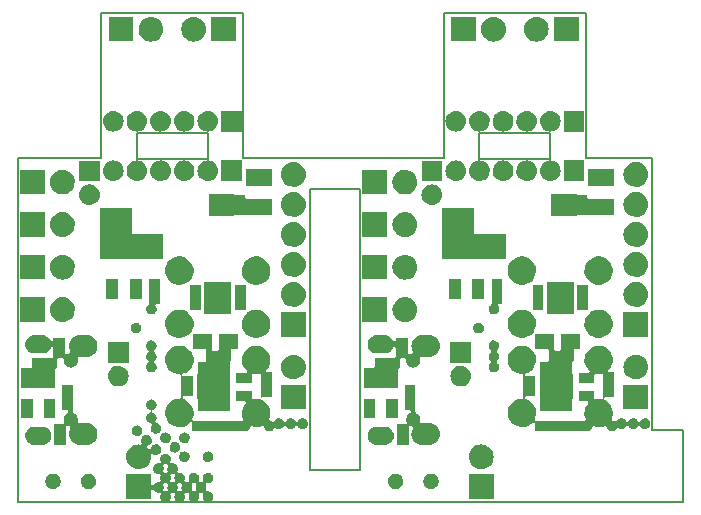
<source format=gbr>
%TF.GenerationSoftware,KiCad,Pcbnew,4.0.7*%
%TF.CreationDate,2019-06-15T20:20:24-05:00*%
%TF.ProjectId,GolfGloveMainBoardV1.0.0,476F6C66476C6F76654D61696E426F61,rev?*%
%TF.FileFunction,Soldermask,Bot*%
%FSLAX46Y46*%
G04 Gerber Fmt 4.6, Leading zero omitted, Abs format (unit mm)*
G04 Created by KiCad (PCBNEW 4.0.7) date 06/15/19 20:20:24*
%MOMM*%
%LPD*%
G01*
G04 APERTURE LIST*
%ADD10C,0.100000*%
%ADD11C,0.150000*%
G04 APERTURE END LIST*
D10*
D11*
X156650000Y-73250000D02*
X156650000Y-50250000D01*
X159250000Y-79300000D02*
X156650000Y-79300000D01*
X159250000Y-73250000D02*
X159250000Y-79300000D01*
X156650000Y-73250000D02*
X159250000Y-73250000D01*
X131900000Y-76625000D02*
X131900000Y-75525000D01*
X127650000Y-76625000D02*
X131900000Y-76625000D01*
X127650000Y-52875000D02*
X127650000Y-76625000D01*
X131900000Y-75525000D02*
X131900000Y-52875000D01*
X127650000Y-52875000D02*
X131900000Y-52875000D01*
X131900000Y-50250000D02*
X127650000Y-50250000D01*
X156650000Y-79300000D02*
X102900000Y-79300000D01*
X139000000Y-48100000D02*
X139000000Y-37900000D01*
X139000000Y-37900000D02*
X151000000Y-37900000D01*
X151000000Y-37900000D02*
X151000000Y-48100000D01*
X131900000Y-50250000D02*
X139000000Y-50250000D01*
X139000000Y-50250000D02*
X139000000Y-48100000D01*
X151000000Y-48100000D02*
X151000000Y-50250000D01*
X151000000Y-50250000D02*
X156650000Y-50250000D01*
X142000000Y-48100000D02*
X142000000Y-50275000D01*
X148000000Y-48100000D02*
X148000000Y-50250000D01*
X148000000Y-50275000D02*
X142000000Y-50275000D01*
X142000000Y-48100000D02*
X148000000Y-48100000D01*
X113000000Y-48100000D02*
X119000000Y-48100000D01*
X119000000Y-50275000D02*
X113000000Y-50275000D01*
X119000000Y-48100000D02*
X119000000Y-50250000D01*
X113000000Y-48100000D02*
X113000000Y-50275000D01*
X122000000Y-50250000D02*
X127650000Y-50250000D01*
X122000000Y-48100000D02*
X122000000Y-50250000D01*
X110000000Y-50250000D02*
X110000000Y-48100000D01*
X102900000Y-50250000D02*
X110000000Y-50250000D01*
X102900000Y-50250000D02*
X102900000Y-50350000D01*
X102900000Y-50350000D02*
X102900000Y-79300000D01*
X122000000Y-37900000D02*
X122000000Y-48100000D01*
X110000000Y-37900000D02*
X122000000Y-37900000D01*
X110000000Y-48100000D02*
X110000000Y-37900000D01*
D10*
G36*
X115472266Y-75250294D02*
X115558713Y-75268039D01*
X115640069Y-75302239D01*
X115713231Y-75351587D01*
X115775417Y-75414209D01*
X115824254Y-75487714D01*
X115857884Y-75569306D01*
X115874853Y-75655007D01*
X115874853Y-75655035D01*
X115875019Y-75655875D01*
X115873611Y-75756673D01*
X115873421Y-75757508D01*
X115873421Y-75757532D01*
X115854064Y-75842734D01*
X115838564Y-75877548D01*
X115828921Y-75911374D01*
X115829084Y-75946548D01*
X115839040Y-75980284D01*
X115858000Y-76009910D01*
X115884463Y-76033082D01*
X115916334Y-76047963D01*
X115951089Y-76053377D01*
X115976183Y-76051173D01*
X115984016Y-76049679D01*
X116072266Y-76050294D01*
X116158713Y-76068039D01*
X116240069Y-76102239D01*
X116313231Y-76151587D01*
X116375417Y-76214209D01*
X116424254Y-76287714D01*
X116457884Y-76369306D01*
X116474853Y-76455007D01*
X116474853Y-76455035D01*
X116475019Y-76455875D01*
X116473611Y-76556673D01*
X116473421Y-76557508D01*
X116473421Y-76557532D01*
X116454064Y-76642734D01*
X116438564Y-76677548D01*
X116428921Y-76711374D01*
X116429084Y-76746548D01*
X116439040Y-76780284D01*
X116458000Y-76809910D01*
X116484463Y-76833082D01*
X116516334Y-76847963D01*
X116551089Y-76853377D01*
X116576183Y-76851173D01*
X116584016Y-76849679D01*
X116672266Y-76850294D01*
X116758713Y-76868039D01*
X116840069Y-76902239D01*
X116913231Y-76951587D01*
X116975417Y-77014209D01*
X117024254Y-77087714D01*
X117057884Y-77169306D01*
X117074853Y-77255007D01*
X117074853Y-77255035D01*
X117075019Y-77255875D01*
X117073611Y-77356673D01*
X117073421Y-77357508D01*
X117073421Y-77357532D01*
X117054064Y-77442734D01*
X117038564Y-77477548D01*
X117028921Y-77511374D01*
X117029084Y-77546548D01*
X117039040Y-77580284D01*
X117058000Y-77609910D01*
X117084463Y-77633082D01*
X117116334Y-77647963D01*
X117151089Y-77653377D01*
X117176183Y-77651173D01*
X117184016Y-77649679D01*
X117274118Y-77650307D01*
X117306676Y-77652304D01*
X117340994Y-77644592D01*
X117371805Y-77627623D01*
X117396669Y-77602743D01*
X117413617Y-77571922D01*
X117421307Y-77537599D01*
X117419130Y-77502492D01*
X117412921Y-77481688D01*
X117390333Y-77424638D01*
X117374403Y-77337841D01*
X117375636Y-77249593D01*
X117393984Y-77163274D01*
X117428749Y-77082159D01*
X117478607Y-77009343D01*
X117541661Y-76947597D01*
X117615505Y-76899275D01*
X117697330Y-76866215D01*
X117784018Y-76849679D01*
X117872266Y-76850294D01*
X117958713Y-76868039D01*
X118040069Y-76902239D01*
X118113231Y-76951587D01*
X118175417Y-77014209D01*
X118224254Y-77087714D01*
X118257884Y-77169306D01*
X118274853Y-77255007D01*
X118274853Y-77255035D01*
X118275019Y-77255875D01*
X118273611Y-77356673D01*
X118273421Y-77357508D01*
X118273421Y-77357532D01*
X118254064Y-77442734D01*
X118238564Y-77477548D01*
X118228921Y-77511374D01*
X118229084Y-77546548D01*
X118239040Y-77580284D01*
X118258000Y-77609910D01*
X118284463Y-77633082D01*
X118316334Y-77647963D01*
X118351089Y-77653377D01*
X118376183Y-77651173D01*
X118384016Y-77649679D01*
X118474118Y-77650307D01*
X118506676Y-77652304D01*
X118540994Y-77644592D01*
X118571805Y-77627623D01*
X118596669Y-77602743D01*
X118613617Y-77571922D01*
X118621307Y-77537599D01*
X118619130Y-77502492D01*
X118612921Y-77481688D01*
X118590333Y-77424638D01*
X118574403Y-77337841D01*
X118575636Y-77249593D01*
X118593984Y-77163274D01*
X118628749Y-77082159D01*
X118678607Y-77009343D01*
X118741661Y-76947597D01*
X118815505Y-76899275D01*
X118897330Y-76866215D01*
X118984018Y-76849679D01*
X119072266Y-76850294D01*
X119158713Y-76868039D01*
X119240069Y-76902239D01*
X119313231Y-76951587D01*
X119375417Y-77014209D01*
X119424254Y-77087714D01*
X119457884Y-77169306D01*
X119474853Y-77255007D01*
X119474853Y-77255035D01*
X119475019Y-77255875D01*
X119473611Y-77356673D01*
X119473421Y-77357508D01*
X119473421Y-77357532D01*
X119454064Y-77442731D01*
X119418170Y-77523354D01*
X119367301Y-77595465D01*
X119303392Y-77656323D01*
X119228875Y-77703614D01*
X119146603Y-77735525D01*
X119059693Y-77750849D01*
X118959205Y-77748745D01*
X118959192Y-77749344D01*
X118945180Y-77748286D01*
X118910756Y-77755514D01*
X118879709Y-77772045D01*
X118854497Y-77796572D01*
X118837115Y-77827151D01*
X118828941Y-77861362D01*
X118830622Y-77896496D01*
X118837829Y-77920650D01*
X118857884Y-77969306D01*
X118874853Y-78055007D01*
X118874853Y-78055035D01*
X118875019Y-78055875D01*
X118873611Y-78156673D01*
X118873421Y-78157508D01*
X118873421Y-78157532D01*
X118854064Y-78242734D01*
X118838564Y-78277548D01*
X118828921Y-78311374D01*
X118829084Y-78346548D01*
X118839040Y-78380284D01*
X118858000Y-78409910D01*
X118884463Y-78433082D01*
X118916334Y-78447963D01*
X118951089Y-78453377D01*
X118976183Y-78451173D01*
X118984016Y-78449679D01*
X119072266Y-78450294D01*
X119158713Y-78468039D01*
X119240069Y-78502239D01*
X119313231Y-78551587D01*
X119375417Y-78614209D01*
X119424254Y-78687714D01*
X119457884Y-78769306D01*
X119474853Y-78855007D01*
X119474853Y-78855035D01*
X119475019Y-78855875D01*
X119473611Y-78956673D01*
X119473421Y-78957508D01*
X119473421Y-78957532D01*
X119454064Y-79042731D01*
X119418170Y-79123354D01*
X119367301Y-79195465D01*
X119303392Y-79256323D01*
X119228875Y-79303614D01*
X119146603Y-79335525D01*
X119059693Y-79350849D01*
X118971459Y-79349002D01*
X118885269Y-79330051D01*
X118804396Y-79294719D01*
X118731930Y-79244353D01*
X118670630Y-79180876D01*
X118622821Y-79106690D01*
X118590333Y-79024636D01*
X118574403Y-78937841D01*
X118575636Y-78849593D01*
X118593984Y-78763274D01*
X118612378Y-78720356D01*
X118621548Y-78686398D01*
X118620894Y-78651230D01*
X118610469Y-78617637D01*
X118591098Y-78588278D01*
X118564314Y-78565478D01*
X118532238Y-78551042D01*
X118497411Y-78546114D01*
X118475781Y-78548013D01*
X118459694Y-78550849D01*
X118359205Y-78548745D01*
X118359192Y-78549344D01*
X118345180Y-78548286D01*
X118310756Y-78555514D01*
X118279709Y-78572045D01*
X118254497Y-78596572D01*
X118237115Y-78627151D01*
X118228941Y-78661362D01*
X118230622Y-78696496D01*
X118237829Y-78720650D01*
X118257884Y-78769306D01*
X118274853Y-78855007D01*
X118274853Y-78855035D01*
X118275019Y-78855875D01*
X118273611Y-78956673D01*
X118273421Y-78957508D01*
X118273421Y-78957532D01*
X118254064Y-79042731D01*
X118218170Y-79123354D01*
X118167301Y-79195465D01*
X118103392Y-79256323D01*
X118028875Y-79303614D01*
X117946603Y-79335525D01*
X117859693Y-79350849D01*
X117771459Y-79349002D01*
X117685269Y-79330051D01*
X117604396Y-79294719D01*
X117531930Y-79244353D01*
X117470630Y-79180876D01*
X117422821Y-79106690D01*
X117390333Y-79024636D01*
X117374403Y-78937841D01*
X117375636Y-78849593D01*
X117393984Y-78763274D01*
X117412378Y-78720356D01*
X117421548Y-78686398D01*
X117420894Y-78651230D01*
X117410469Y-78617637D01*
X117391098Y-78588278D01*
X117364314Y-78565478D01*
X117332238Y-78551042D01*
X117297411Y-78546114D01*
X117275781Y-78548013D01*
X117259694Y-78550849D01*
X117159205Y-78548745D01*
X117159192Y-78549344D01*
X117145180Y-78548286D01*
X117110756Y-78555514D01*
X117079709Y-78572045D01*
X117054497Y-78596572D01*
X117037115Y-78627151D01*
X117028941Y-78661362D01*
X117030622Y-78696496D01*
X117037829Y-78720650D01*
X117057884Y-78769306D01*
X117074853Y-78855007D01*
X117074853Y-78855035D01*
X117075019Y-78855875D01*
X117073611Y-78956673D01*
X117073421Y-78957508D01*
X117073421Y-78957532D01*
X117054064Y-79042731D01*
X117018170Y-79123354D01*
X116967301Y-79195465D01*
X116903392Y-79256323D01*
X116828875Y-79303614D01*
X116746603Y-79335525D01*
X116659693Y-79350849D01*
X116571459Y-79349002D01*
X116485269Y-79330051D01*
X116404396Y-79294719D01*
X116331930Y-79244353D01*
X116270630Y-79180876D01*
X116222821Y-79106690D01*
X116190333Y-79024636D01*
X116174403Y-78937841D01*
X116175636Y-78849593D01*
X116193984Y-78763274D01*
X116212378Y-78720356D01*
X116221548Y-78686398D01*
X116220894Y-78651230D01*
X116210469Y-78617637D01*
X116191098Y-78588278D01*
X116164314Y-78565478D01*
X116132238Y-78551042D01*
X116097411Y-78546114D01*
X116075781Y-78548013D01*
X116059694Y-78550849D01*
X115959205Y-78548745D01*
X115959192Y-78549344D01*
X115945180Y-78548286D01*
X115910756Y-78555514D01*
X115879709Y-78572045D01*
X115854497Y-78596572D01*
X115837115Y-78627151D01*
X115828941Y-78661362D01*
X115830622Y-78696496D01*
X115837829Y-78720650D01*
X115857884Y-78769306D01*
X115874853Y-78855007D01*
X115874853Y-78855035D01*
X115875019Y-78855875D01*
X115873611Y-78956673D01*
X115873421Y-78957508D01*
X115873421Y-78957532D01*
X115854064Y-79042731D01*
X115818170Y-79123354D01*
X115767301Y-79195465D01*
X115703392Y-79256323D01*
X115628875Y-79303614D01*
X115546603Y-79335525D01*
X115459693Y-79350849D01*
X115371459Y-79349002D01*
X115285269Y-79330051D01*
X115204396Y-79294719D01*
X115131930Y-79244353D01*
X115070630Y-79180876D01*
X115022821Y-79106690D01*
X114990333Y-79024636D01*
X114974403Y-78937841D01*
X114975636Y-78849593D01*
X114993984Y-78763274D01*
X115012378Y-78720356D01*
X115021548Y-78686398D01*
X115020894Y-78651230D01*
X115010469Y-78617637D01*
X114991098Y-78588278D01*
X114964314Y-78565478D01*
X114932238Y-78551042D01*
X114897411Y-78546114D01*
X114875781Y-78548013D01*
X114859694Y-78550849D01*
X114771459Y-78549002D01*
X114685269Y-78530051D01*
X114604396Y-78494719D01*
X114531930Y-78444353D01*
X114470628Y-78380874D01*
X114430071Y-78317941D01*
X114424386Y-78311374D01*
X115228921Y-78311374D01*
X115229084Y-78346548D01*
X115239040Y-78380284D01*
X115258000Y-78409910D01*
X115284463Y-78433082D01*
X115316334Y-78447963D01*
X115351089Y-78453377D01*
X115376183Y-78451173D01*
X115384016Y-78449679D01*
X115474118Y-78450307D01*
X115506676Y-78452304D01*
X115540994Y-78444592D01*
X115571805Y-78427623D01*
X115596669Y-78402743D01*
X115613617Y-78371922D01*
X115621307Y-78337599D01*
X115619681Y-78311374D01*
X116428921Y-78311374D01*
X116429084Y-78346548D01*
X116439040Y-78380284D01*
X116458000Y-78409910D01*
X116484463Y-78433082D01*
X116516334Y-78447963D01*
X116551089Y-78453377D01*
X116576183Y-78451173D01*
X116584016Y-78449679D01*
X116674118Y-78450307D01*
X116706676Y-78452304D01*
X116740994Y-78444592D01*
X116771805Y-78427623D01*
X116796669Y-78402743D01*
X116813617Y-78371922D01*
X116821307Y-78337599D01*
X116819681Y-78311374D01*
X117628921Y-78311374D01*
X117629084Y-78346548D01*
X117639040Y-78380284D01*
X117658000Y-78409910D01*
X117684463Y-78433082D01*
X117716334Y-78447963D01*
X117751089Y-78453377D01*
X117776183Y-78451173D01*
X117784016Y-78449679D01*
X117874118Y-78450307D01*
X117906676Y-78452304D01*
X117940994Y-78444592D01*
X117971805Y-78427623D01*
X117996669Y-78402743D01*
X118013617Y-78371922D01*
X118021307Y-78337599D01*
X118019130Y-78302492D01*
X118012921Y-78281688D01*
X117990333Y-78224638D01*
X117974403Y-78137841D01*
X117975636Y-78049593D01*
X117993984Y-77963274D01*
X118012378Y-77920356D01*
X118021548Y-77886398D01*
X118020894Y-77851230D01*
X118010469Y-77817637D01*
X117991098Y-77788278D01*
X117964314Y-77765478D01*
X117932238Y-77751042D01*
X117897411Y-77746114D01*
X117875781Y-77748013D01*
X117859694Y-77750849D01*
X117759205Y-77748745D01*
X117759192Y-77749344D01*
X117745180Y-77748286D01*
X117710756Y-77755514D01*
X117679709Y-77772045D01*
X117654497Y-77796572D01*
X117637115Y-77827151D01*
X117628941Y-77861362D01*
X117630622Y-77896496D01*
X117637829Y-77920650D01*
X117657884Y-77969306D01*
X117674853Y-78055007D01*
X117674853Y-78055035D01*
X117675019Y-78055875D01*
X117673611Y-78156673D01*
X117673421Y-78157508D01*
X117673421Y-78157532D01*
X117654064Y-78242734D01*
X117638564Y-78277548D01*
X117628921Y-78311374D01*
X116819681Y-78311374D01*
X116819130Y-78302492D01*
X116812921Y-78281688D01*
X116790333Y-78224638D01*
X116774403Y-78137841D01*
X116775636Y-78049593D01*
X116793984Y-77963274D01*
X116812378Y-77920356D01*
X116821548Y-77886398D01*
X116820894Y-77851230D01*
X116810469Y-77817637D01*
X116791098Y-77788278D01*
X116764314Y-77765478D01*
X116732238Y-77751042D01*
X116697411Y-77746114D01*
X116675781Y-77748013D01*
X116659694Y-77750849D01*
X116559205Y-77748745D01*
X116559192Y-77749344D01*
X116545180Y-77748286D01*
X116510756Y-77755514D01*
X116479709Y-77772045D01*
X116454497Y-77796572D01*
X116437115Y-77827151D01*
X116428941Y-77861362D01*
X116430622Y-77896496D01*
X116437829Y-77920650D01*
X116457884Y-77969306D01*
X116474853Y-78055007D01*
X116474853Y-78055035D01*
X116475019Y-78055875D01*
X116473611Y-78156673D01*
X116473421Y-78157508D01*
X116473421Y-78157532D01*
X116454064Y-78242734D01*
X116438564Y-78277548D01*
X116428921Y-78311374D01*
X115619681Y-78311374D01*
X115619130Y-78302492D01*
X115612921Y-78281688D01*
X115590333Y-78224638D01*
X115574403Y-78137841D01*
X115575636Y-78049593D01*
X115593984Y-77963274D01*
X115612378Y-77920356D01*
X115621548Y-77886398D01*
X115620894Y-77851230D01*
X115610469Y-77817637D01*
X115591098Y-77788278D01*
X115564314Y-77765478D01*
X115532238Y-77751042D01*
X115497411Y-77746114D01*
X115475781Y-77748013D01*
X115459694Y-77750849D01*
X115359205Y-77748745D01*
X115359192Y-77749344D01*
X115345180Y-77748286D01*
X115310756Y-77755514D01*
X115279709Y-77772045D01*
X115254497Y-77796572D01*
X115237115Y-77827151D01*
X115228941Y-77861362D01*
X115230622Y-77896496D01*
X115237829Y-77920650D01*
X115257884Y-77969306D01*
X115274853Y-78055007D01*
X115274853Y-78055035D01*
X115275019Y-78055875D01*
X115273611Y-78156673D01*
X115273421Y-78157508D01*
X115273421Y-78157532D01*
X115254064Y-78242734D01*
X115238564Y-78277548D01*
X115228921Y-78311374D01*
X114424386Y-78311374D01*
X114407047Y-78291349D01*
X114377526Y-78272225D01*
X114343846Y-78262083D01*
X114308673Y-78261725D01*
X114274794Y-78271180D01*
X114244890Y-78289699D01*
X114221329Y-78315816D01*
X114205977Y-78347463D01*
X114200000Y-78385654D01*
X114200000Y-79100000D01*
X112100000Y-79100000D01*
X112100000Y-77000000D01*
X114200000Y-77000000D01*
X114200000Y-77812430D01*
X114204949Y-77847254D01*
X114219404Y-77879321D01*
X114242220Y-77906091D01*
X114271590Y-77925445D01*
X114305190Y-77935850D01*
X114340358Y-77936483D01*
X114374311Y-77927293D01*
X114404358Y-77909008D01*
X114428139Y-77883051D01*
X114478607Y-77809343D01*
X114541661Y-77747597D01*
X114615505Y-77699275D01*
X114697330Y-77666215D01*
X114784018Y-77649679D01*
X114874118Y-77650307D01*
X114906676Y-77652304D01*
X114940994Y-77644592D01*
X114971805Y-77627623D01*
X114996669Y-77602743D01*
X115013617Y-77571922D01*
X115021307Y-77537599D01*
X115019681Y-77511374D01*
X115828921Y-77511374D01*
X115829084Y-77546548D01*
X115839040Y-77580284D01*
X115858000Y-77609910D01*
X115884463Y-77633082D01*
X115916334Y-77647963D01*
X115951089Y-77653377D01*
X115976183Y-77651173D01*
X115984016Y-77649679D01*
X116074118Y-77650307D01*
X116106676Y-77652304D01*
X116140994Y-77644592D01*
X116171805Y-77627623D01*
X116196669Y-77602743D01*
X116213617Y-77571922D01*
X116221307Y-77537599D01*
X116219130Y-77502492D01*
X116212921Y-77481688D01*
X116190333Y-77424638D01*
X116174403Y-77337841D01*
X116175636Y-77249593D01*
X116193984Y-77163274D01*
X116212378Y-77120356D01*
X116221548Y-77086398D01*
X116220894Y-77051230D01*
X116210469Y-77017637D01*
X116191098Y-76988278D01*
X116164314Y-76965478D01*
X116132238Y-76951042D01*
X116097411Y-76946114D01*
X116075781Y-76948013D01*
X116059694Y-76950849D01*
X115959205Y-76948745D01*
X115959192Y-76949344D01*
X115945180Y-76948286D01*
X115910756Y-76955514D01*
X115879709Y-76972045D01*
X115854497Y-76996572D01*
X115837115Y-77027151D01*
X115828941Y-77061362D01*
X115830622Y-77096496D01*
X115837829Y-77120650D01*
X115857884Y-77169306D01*
X115874853Y-77255007D01*
X115874853Y-77255035D01*
X115875019Y-77255875D01*
X115873611Y-77356673D01*
X115873421Y-77357508D01*
X115873421Y-77357532D01*
X115854064Y-77442734D01*
X115838564Y-77477548D01*
X115828921Y-77511374D01*
X115019681Y-77511374D01*
X115019130Y-77502492D01*
X115012921Y-77481688D01*
X114990333Y-77424638D01*
X114974403Y-77337841D01*
X114975636Y-77249593D01*
X114993984Y-77163274D01*
X115012378Y-77120356D01*
X115021548Y-77086398D01*
X115020894Y-77051230D01*
X115010469Y-77017637D01*
X114991098Y-76988278D01*
X114964314Y-76965478D01*
X114932238Y-76951042D01*
X114897411Y-76946114D01*
X114875781Y-76948013D01*
X114859694Y-76950849D01*
X114771459Y-76949002D01*
X114685269Y-76930051D01*
X114604396Y-76894719D01*
X114531930Y-76844353D01*
X114470630Y-76780876D01*
X114425840Y-76711374D01*
X115228921Y-76711374D01*
X115229084Y-76746548D01*
X115239040Y-76780284D01*
X115258000Y-76809910D01*
X115284463Y-76833082D01*
X115316334Y-76847963D01*
X115351089Y-76853377D01*
X115376183Y-76851173D01*
X115384016Y-76849679D01*
X115474118Y-76850307D01*
X115506676Y-76852304D01*
X115540994Y-76844592D01*
X115571805Y-76827623D01*
X115596669Y-76802743D01*
X115613617Y-76771922D01*
X115621307Y-76737599D01*
X115619130Y-76702492D01*
X115612921Y-76681688D01*
X115590333Y-76624638D01*
X115574403Y-76537841D01*
X115575636Y-76449593D01*
X115593984Y-76363274D01*
X115612378Y-76320356D01*
X115621548Y-76286398D01*
X115620894Y-76251230D01*
X115610469Y-76217637D01*
X115591098Y-76188278D01*
X115564314Y-76165478D01*
X115532238Y-76151042D01*
X115497411Y-76146114D01*
X115475781Y-76148013D01*
X115459694Y-76150849D01*
X115359205Y-76148745D01*
X115359192Y-76149344D01*
X115345180Y-76148286D01*
X115310756Y-76155514D01*
X115279709Y-76172045D01*
X115254497Y-76196572D01*
X115237115Y-76227151D01*
X115228941Y-76261362D01*
X115230622Y-76296496D01*
X115237829Y-76320650D01*
X115257884Y-76369306D01*
X115274853Y-76455007D01*
X115274853Y-76455035D01*
X115275019Y-76455875D01*
X115273611Y-76556673D01*
X115273421Y-76557508D01*
X115273421Y-76557532D01*
X115254064Y-76642734D01*
X115238564Y-76677548D01*
X115228921Y-76711374D01*
X114425840Y-76711374D01*
X114422821Y-76706690D01*
X114390333Y-76624636D01*
X114374403Y-76537841D01*
X114375636Y-76449593D01*
X114393984Y-76363274D01*
X114428749Y-76282159D01*
X114478607Y-76209343D01*
X114541661Y-76147597D01*
X114615505Y-76099275D01*
X114697330Y-76066215D01*
X114784018Y-76049679D01*
X114874118Y-76050307D01*
X114906676Y-76052304D01*
X114940994Y-76044592D01*
X114971805Y-76027623D01*
X114996669Y-76002743D01*
X115013617Y-75971922D01*
X115021307Y-75937599D01*
X115019130Y-75902492D01*
X115012921Y-75881688D01*
X114990333Y-75824638D01*
X114974403Y-75737841D01*
X114975636Y-75649593D01*
X114993984Y-75563274D01*
X115028751Y-75482156D01*
X115054502Y-75444547D01*
X115070093Y-75413018D01*
X115076283Y-75378392D01*
X115073162Y-75348900D01*
X115107511Y-75351228D01*
X115141878Y-75343736D01*
X115166780Y-75331160D01*
X115215505Y-75299275D01*
X115297330Y-75266215D01*
X115384018Y-75249679D01*
X115472266Y-75250294D01*
X115472266Y-75250294D01*
G37*
G36*
X143200000Y-79100000D02*
X141100000Y-79100000D01*
X141100000Y-77000000D01*
X143200000Y-77000000D01*
X143200000Y-79100000D01*
X143200000Y-79100000D01*
G37*
G36*
X137968273Y-76930427D02*
X138093141Y-76956059D01*
X138210654Y-77005458D01*
X138316337Y-77076741D01*
X138406154Y-77167188D01*
X138476697Y-77273363D01*
X138525273Y-77391217D01*
X138549862Y-77515400D01*
X138549862Y-77515424D01*
X138550028Y-77516264D01*
X138547995Y-77661861D01*
X138547804Y-77662700D01*
X138547804Y-77662721D01*
X138519758Y-77786169D01*
X138467911Y-77902618D01*
X138394433Y-78006781D01*
X138302120Y-78094688D01*
X138194487Y-78162995D01*
X138075647Y-78209090D01*
X137950111Y-78231225D01*
X137822662Y-78228556D01*
X137698163Y-78201182D01*
X137581357Y-78150151D01*
X137476678Y-78077397D01*
X137388133Y-77985707D01*
X137319077Y-77878552D01*
X137272150Y-77760031D01*
X137249140Y-77634657D01*
X137250920Y-77507191D01*
X137277423Y-77382507D01*
X137327639Y-77265343D01*
X137399657Y-77160163D01*
X137490734Y-77070975D01*
X137597397Y-77001176D01*
X137715589Y-76953424D01*
X137840804Y-76929538D01*
X137968273Y-76930427D01*
X137968273Y-76930427D01*
G37*
G36*
X134968273Y-76930427D02*
X135093141Y-76956059D01*
X135210654Y-77005458D01*
X135316337Y-77076741D01*
X135406154Y-77167188D01*
X135476697Y-77273363D01*
X135525273Y-77391217D01*
X135549862Y-77515400D01*
X135549862Y-77515424D01*
X135550028Y-77516264D01*
X135547995Y-77661861D01*
X135547804Y-77662700D01*
X135547804Y-77662721D01*
X135519758Y-77786169D01*
X135467911Y-77902618D01*
X135394433Y-78006781D01*
X135302120Y-78094688D01*
X135194487Y-78162995D01*
X135075647Y-78209090D01*
X134950111Y-78231225D01*
X134822662Y-78228556D01*
X134698163Y-78201182D01*
X134581357Y-78150151D01*
X134476678Y-78077397D01*
X134388133Y-77985707D01*
X134319077Y-77878552D01*
X134272150Y-77760031D01*
X134249140Y-77634657D01*
X134250920Y-77507191D01*
X134277423Y-77382507D01*
X134327639Y-77265343D01*
X134399657Y-77160163D01*
X134490734Y-77070975D01*
X134597397Y-77001176D01*
X134715589Y-76953424D01*
X134840804Y-76929538D01*
X134968273Y-76930427D01*
X134968273Y-76930427D01*
G37*
G36*
X108968273Y-76930427D02*
X109093141Y-76956059D01*
X109210654Y-77005458D01*
X109316337Y-77076741D01*
X109406154Y-77167188D01*
X109476697Y-77273363D01*
X109525273Y-77391217D01*
X109549862Y-77515400D01*
X109549862Y-77515424D01*
X109550028Y-77516264D01*
X109547995Y-77661861D01*
X109547804Y-77662700D01*
X109547804Y-77662721D01*
X109519758Y-77786169D01*
X109467911Y-77902618D01*
X109394433Y-78006781D01*
X109302120Y-78094688D01*
X109194487Y-78162995D01*
X109075647Y-78209090D01*
X108950111Y-78231225D01*
X108822662Y-78228556D01*
X108698163Y-78201182D01*
X108581357Y-78150151D01*
X108476678Y-78077397D01*
X108388133Y-77985707D01*
X108319077Y-77878552D01*
X108272150Y-77760031D01*
X108249140Y-77634657D01*
X108250920Y-77507191D01*
X108277423Y-77382507D01*
X108327639Y-77265343D01*
X108399657Y-77160163D01*
X108490734Y-77070975D01*
X108597397Y-77001176D01*
X108715589Y-76953424D01*
X108840804Y-76929538D01*
X108968273Y-76930427D01*
X108968273Y-76930427D01*
G37*
G36*
X105968273Y-76930427D02*
X106093141Y-76956059D01*
X106210654Y-77005458D01*
X106316337Y-77076741D01*
X106406154Y-77167188D01*
X106476697Y-77273363D01*
X106525273Y-77391217D01*
X106549862Y-77515400D01*
X106549862Y-77515424D01*
X106550028Y-77516264D01*
X106547995Y-77661861D01*
X106547804Y-77662700D01*
X106547804Y-77662721D01*
X106519758Y-77786169D01*
X106467911Y-77902618D01*
X106394433Y-78006781D01*
X106302120Y-78094688D01*
X106194487Y-78162995D01*
X106075647Y-78209090D01*
X105950111Y-78231225D01*
X105822662Y-78228556D01*
X105698163Y-78201182D01*
X105581357Y-78150151D01*
X105476678Y-78077397D01*
X105388133Y-77985707D01*
X105319077Y-77878552D01*
X105272150Y-77760031D01*
X105249140Y-77634657D01*
X105250920Y-77507191D01*
X105277423Y-77382507D01*
X105327639Y-77265343D01*
X105399657Y-77160163D01*
X105490734Y-77070975D01*
X105597397Y-77001176D01*
X105715589Y-76953424D01*
X105840804Y-76929538D01*
X105968273Y-76930427D01*
X105968273Y-76930427D01*
G37*
G36*
X142164666Y-74460066D02*
X142164673Y-74460067D01*
X142169741Y-74460102D01*
X142373388Y-74482945D01*
X142568720Y-74544908D01*
X142748296Y-74643631D01*
X142905277Y-74775353D01*
X143033684Y-74935059D01*
X143128624Y-75116663D01*
X143186483Y-75313250D01*
X143186491Y-75313334D01*
X143186498Y-75313359D01*
X143205060Y-75517330D01*
X143183652Y-75721009D01*
X143183646Y-75721029D01*
X143183635Y-75721132D01*
X143123037Y-75916891D01*
X143025570Y-76097153D01*
X142894947Y-76255049D01*
X142736142Y-76384567D01*
X142555205Y-76480773D01*
X142359027Y-76540003D01*
X142155081Y-76560000D01*
X142144763Y-76560000D01*
X142135334Y-76559934D01*
X142135327Y-76559933D01*
X142130259Y-76559898D01*
X141926612Y-76537055D01*
X141731280Y-76475092D01*
X141551704Y-76376369D01*
X141394723Y-76244647D01*
X141266316Y-76084941D01*
X141171376Y-75903337D01*
X141113517Y-75706750D01*
X141113509Y-75706666D01*
X141113502Y-75706641D01*
X141094940Y-75502670D01*
X141116348Y-75298991D01*
X141116354Y-75298971D01*
X141116365Y-75298868D01*
X141176963Y-75103109D01*
X141274430Y-74922847D01*
X141405053Y-74764951D01*
X141563858Y-74635433D01*
X141744795Y-74539227D01*
X141940973Y-74479997D01*
X142144919Y-74460000D01*
X142155237Y-74460000D01*
X142164666Y-74460066D01*
X142164666Y-74460066D01*
G37*
G36*
X113872266Y-73650294D02*
X113958713Y-73668039D01*
X114040069Y-73702239D01*
X114113231Y-73751587D01*
X114175417Y-73814209D01*
X114224254Y-73887714D01*
X114257884Y-73969306D01*
X114274853Y-74055007D01*
X114274853Y-74055035D01*
X114275019Y-74055875D01*
X114273611Y-74156673D01*
X114273421Y-74157508D01*
X114273421Y-74157532D01*
X114254064Y-74242731D01*
X114218169Y-74323355D01*
X114196191Y-74354511D01*
X114180161Y-74385820D01*
X114173488Y-74420355D01*
X114176351Y-74451566D01*
X114175569Y-74451293D01*
X114140446Y-74449405D01*
X114106187Y-74457376D01*
X114084384Y-74468387D01*
X114028879Y-74503612D01*
X113946604Y-74535525D01*
X113939990Y-74536691D01*
X113906554Y-74547612D01*
X113877485Y-74567416D01*
X113855083Y-74594534D01*
X113841124Y-74626820D01*
X113836712Y-74661716D01*
X113842196Y-74696460D01*
X113857143Y-74728300D01*
X113880393Y-74754473D01*
X113905277Y-74775353D01*
X113967256Y-74852439D01*
X113992279Y-74875865D01*
X114023637Y-74891798D01*
X114058193Y-74898364D01*
X114093210Y-74895044D01*
X114125915Y-74882099D01*
X114153720Y-74860555D01*
X114174421Y-74832118D01*
X114186286Y-74799489D01*
X114193984Y-74763274D01*
X114228751Y-74682156D01*
X114254502Y-74644547D01*
X114270093Y-74613018D01*
X114276283Y-74578392D01*
X114273162Y-74548900D01*
X114307511Y-74551228D01*
X114341878Y-74543736D01*
X114366780Y-74531160D01*
X114415505Y-74499275D01*
X114497330Y-74466215D01*
X114584018Y-74449679D01*
X114672266Y-74450294D01*
X114758713Y-74468039D01*
X114840069Y-74502239D01*
X114913231Y-74551587D01*
X114975417Y-74614209D01*
X115024254Y-74687714D01*
X115057884Y-74769306D01*
X115074853Y-74855007D01*
X115074853Y-74855035D01*
X115075019Y-74855875D01*
X115073611Y-74956673D01*
X115073421Y-74957508D01*
X115073421Y-74957532D01*
X115054064Y-75042731D01*
X115018169Y-75123355D01*
X114996191Y-75154511D01*
X114980161Y-75185820D01*
X114973488Y-75220355D01*
X114976351Y-75251566D01*
X114975569Y-75251293D01*
X114940446Y-75249405D01*
X114906187Y-75257376D01*
X114884384Y-75268387D01*
X114828879Y-75303612D01*
X114746603Y-75335525D01*
X114659693Y-75350849D01*
X114571459Y-75349002D01*
X114485269Y-75330051D01*
X114404396Y-75294719D01*
X114390096Y-75284780D01*
X114358677Y-75268968D01*
X114324096Y-75262536D01*
X114289092Y-75265993D01*
X114256437Y-75279064D01*
X114228716Y-75300715D01*
X114208125Y-75329232D01*
X114196294Y-75362357D01*
X114194269Y-75398750D01*
X114205060Y-75517329D01*
X114183652Y-75721009D01*
X114183646Y-75721029D01*
X114183635Y-75721132D01*
X114123037Y-75916891D01*
X114025570Y-76097153D01*
X113894947Y-76255049D01*
X113736142Y-76384567D01*
X113555205Y-76480773D01*
X113359027Y-76540003D01*
X113155081Y-76560000D01*
X113144763Y-76560000D01*
X113135334Y-76559934D01*
X113135327Y-76559933D01*
X113130259Y-76559898D01*
X112926612Y-76537055D01*
X112731280Y-76475092D01*
X112551704Y-76376369D01*
X112394723Y-76244647D01*
X112266316Y-76084941D01*
X112171376Y-75903337D01*
X112113517Y-75706750D01*
X112113509Y-75706666D01*
X112113502Y-75706641D01*
X112094940Y-75502670D01*
X112116348Y-75298991D01*
X112116354Y-75298971D01*
X112116365Y-75298868D01*
X112176963Y-75103109D01*
X112274430Y-74922847D01*
X112405053Y-74764951D01*
X112563858Y-74635433D01*
X112744795Y-74539227D01*
X112940973Y-74479997D01*
X113144919Y-74460000D01*
X113155237Y-74460000D01*
X113164666Y-74460066D01*
X113164673Y-74460067D01*
X113169741Y-74460102D01*
X113295391Y-74474196D01*
X113326786Y-74473271D01*
X113360264Y-74462481D01*
X113389411Y-74442791D01*
X113411918Y-74415760D01*
X113426004Y-74383530D01*
X113430553Y-74348651D01*
X113421783Y-74304071D01*
X113390333Y-74224638D01*
X113374403Y-74137841D01*
X113375636Y-74049593D01*
X113393984Y-73963274D01*
X113428751Y-73882156D01*
X113454502Y-73844547D01*
X113470093Y-73813018D01*
X113476283Y-73778392D01*
X113473162Y-73748900D01*
X113507511Y-73751228D01*
X113541878Y-73743736D01*
X113566780Y-73731160D01*
X113615505Y-73699275D01*
X113697330Y-73666215D01*
X113784018Y-73649679D01*
X113872266Y-73650294D01*
X113872266Y-73650294D01*
G37*
G36*
X117072266Y-75050294D02*
X117158713Y-75068039D01*
X117240069Y-75102239D01*
X117313231Y-75151587D01*
X117375417Y-75214209D01*
X117424254Y-75287714D01*
X117457884Y-75369306D01*
X117474853Y-75455007D01*
X117474853Y-75455035D01*
X117475019Y-75455875D01*
X117473611Y-75556673D01*
X117473421Y-75557508D01*
X117473421Y-75557532D01*
X117454064Y-75642731D01*
X117418170Y-75723354D01*
X117367301Y-75795465D01*
X117303392Y-75856323D01*
X117228875Y-75903614D01*
X117146603Y-75935525D01*
X117059693Y-75950849D01*
X116971459Y-75949002D01*
X116885269Y-75930051D01*
X116804396Y-75894719D01*
X116731930Y-75844353D01*
X116670630Y-75780876D01*
X116622821Y-75706690D01*
X116590333Y-75624636D01*
X116574403Y-75537841D01*
X116575636Y-75449593D01*
X116593984Y-75363274D01*
X116628751Y-75282156D01*
X116654502Y-75244547D01*
X116670093Y-75213018D01*
X116676283Y-75178392D01*
X116673162Y-75148900D01*
X116707511Y-75151228D01*
X116741878Y-75143736D01*
X116766780Y-75131160D01*
X116815505Y-75099275D01*
X116897330Y-75066215D01*
X116984018Y-75049679D01*
X117072266Y-75050294D01*
X117072266Y-75050294D01*
G37*
G36*
X119072266Y-75050294D02*
X119158713Y-75068039D01*
X119240069Y-75102239D01*
X119313231Y-75151587D01*
X119375417Y-75214209D01*
X119424254Y-75287714D01*
X119457884Y-75369306D01*
X119474853Y-75455007D01*
X119474853Y-75455035D01*
X119475019Y-75455875D01*
X119473611Y-75556673D01*
X119473421Y-75557508D01*
X119473421Y-75557532D01*
X119454064Y-75642731D01*
X119418170Y-75723354D01*
X119367301Y-75795465D01*
X119303392Y-75856323D01*
X119228875Y-75903614D01*
X119146603Y-75935525D01*
X119059693Y-75950849D01*
X118971459Y-75949002D01*
X118885269Y-75930051D01*
X118804396Y-75894719D01*
X118731930Y-75844353D01*
X118670630Y-75780876D01*
X118622821Y-75706690D01*
X118590333Y-75624636D01*
X118574403Y-75537841D01*
X118575636Y-75449593D01*
X118593984Y-75363274D01*
X118628749Y-75282159D01*
X118678607Y-75209343D01*
X118741661Y-75147597D01*
X118815505Y-75099275D01*
X118897330Y-75066215D01*
X118984018Y-75049679D01*
X119072266Y-75050294D01*
X119072266Y-75050294D01*
G37*
G36*
X116272266Y-74250294D02*
X116358713Y-74268039D01*
X116440072Y-74302240D01*
X116481429Y-74330135D01*
X116513067Y-74345506D01*
X116547734Y-74351453D01*
X116575730Y-74348292D01*
X116573609Y-74383187D01*
X116581341Y-74417500D01*
X116594090Y-74442314D01*
X116624254Y-74487714D01*
X116657884Y-74569306D01*
X116674853Y-74655007D01*
X116674853Y-74655035D01*
X116675019Y-74655875D01*
X116673611Y-74756673D01*
X116673421Y-74757508D01*
X116673421Y-74757532D01*
X116654064Y-74842731D01*
X116618169Y-74923355D01*
X116596191Y-74954511D01*
X116580161Y-74985820D01*
X116573488Y-75020355D01*
X116576351Y-75051566D01*
X116575569Y-75051293D01*
X116540446Y-75049405D01*
X116506187Y-75057376D01*
X116484384Y-75068387D01*
X116428879Y-75103612D01*
X116346603Y-75135525D01*
X116259693Y-75150849D01*
X116171459Y-75149002D01*
X116085269Y-75130051D01*
X116004396Y-75094719D01*
X115931930Y-75044353D01*
X115870630Y-74980876D01*
X115822821Y-74906690D01*
X115790333Y-74824636D01*
X115774403Y-74737841D01*
X115775636Y-74649593D01*
X115793984Y-74563274D01*
X115828751Y-74482156D01*
X115854502Y-74444547D01*
X115870093Y-74413018D01*
X115876283Y-74378392D01*
X115873162Y-74348900D01*
X115907511Y-74351228D01*
X115941878Y-74343736D01*
X115966780Y-74331160D01*
X116015505Y-74299275D01*
X116097330Y-74266215D01*
X116184018Y-74249679D01*
X116272266Y-74250294D01*
X116272266Y-74250294D01*
G37*
G36*
X104986070Y-72950039D02*
X104986083Y-72950040D01*
X104991143Y-72950076D01*
X105141454Y-72966936D01*
X105285627Y-73012670D01*
X105418171Y-73085537D01*
X105534038Y-73182761D01*
X105628814Y-73300639D01*
X105698889Y-73434680D01*
X105741595Y-73579779D01*
X105741602Y-73579860D01*
X105741611Y-73579889D01*
X105750514Y-73677725D01*
X105758599Y-73711957D01*
X105766961Y-73726759D01*
X105756279Y-73748347D01*
X105750685Y-73774400D01*
X105739511Y-73880712D01*
X105739503Y-73880737D01*
X105739493Y-73880835D01*
X105694766Y-74025325D01*
X105622826Y-74158375D01*
X105526414Y-74274917D01*
X105409200Y-74370514D01*
X105275652Y-74441523D01*
X105130854Y-74485240D01*
X104980322Y-74500000D01*
X104319520Y-74500000D01*
X104313930Y-74499961D01*
X104313917Y-74499960D01*
X104308857Y-74499924D01*
X104158546Y-74483064D01*
X104014373Y-74437330D01*
X103881829Y-74364463D01*
X103765962Y-74267239D01*
X103671186Y-74149361D01*
X103601111Y-74015320D01*
X103558405Y-73870221D01*
X103558398Y-73870140D01*
X103558389Y-73870111D01*
X103544691Y-73719590D01*
X103560489Y-73569288D01*
X103560497Y-73569263D01*
X103560507Y-73569165D01*
X103605234Y-73424675D01*
X103677174Y-73291625D01*
X103773586Y-73175083D01*
X103890800Y-73079486D01*
X104024348Y-73008477D01*
X104169146Y-72964760D01*
X104319678Y-72950000D01*
X104980480Y-72950000D01*
X104986070Y-72950039D01*
X104986070Y-72950039D01*
G37*
G36*
X107575000Y-71688442D02*
X107579949Y-71723266D01*
X107594404Y-71755333D01*
X107617220Y-71782103D01*
X107640085Y-71798075D01*
X107735516Y-71849674D01*
X107825742Y-71924316D01*
X107899753Y-72015062D01*
X107954728Y-72118455D01*
X107988573Y-72230556D01*
X108000000Y-72347097D01*
X108000000Y-72353059D01*
X107999978Y-72356207D01*
X107999977Y-72356215D01*
X107999942Y-72361280D01*
X107986889Y-72477650D01*
X107980820Y-72496781D01*
X107975493Y-72528577D01*
X107979575Y-72563514D01*
X107993229Y-72595929D01*
X108015374Y-72623258D01*
X108044255Y-72643335D01*
X108077586Y-72654571D01*
X108108826Y-72655919D01*
X108169194Y-72650000D01*
X108730972Y-72650000D01*
X108738649Y-72650053D01*
X108738665Y-72650055D01*
X108743721Y-72650090D01*
X108923124Y-72670213D01*
X109095202Y-72724800D01*
X109253400Y-72811770D01*
X109391693Y-72927811D01*
X109504813Y-73068504D01*
X109588451Y-73228489D01*
X109639422Y-73401672D01*
X109639429Y-73401753D01*
X109639438Y-73401782D01*
X109655789Y-73581457D01*
X109636931Y-73760874D01*
X109636923Y-73760899D01*
X109636913Y-73760997D01*
X109583529Y-73933452D01*
X109497666Y-74092253D01*
X109382593Y-74231353D01*
X109242693Y-74345452D01*
X109083296Y-74430205D01*
X108910473Y-74482384D01*
X108730806Y-74500000D01*
X108169028Y-74500000D01*
X108161351Y-74499947D01*
X108161335Y-74499945D01*
X108156279Y-74499910D01*
X107976876Y-74479787D01*
X107804798Y-74425200D01*
X107646600Y-74338230D01*
X107508307Y-74222189D01*
X107395187Y-74081496D01*
X107311549Y-73921511D01*
X107260578Y-73748328D01*
X107260571Y-73748247D01*
X107260562Y-73748218D01*
X107249486Y-73626503D01*
X107241401Y-73592271D01*
X107230443Y-73572874D01*
X107243721Y-73546038D01*
X107249315Y-73519985D01*
X107263069Y-73389126D01*
X107263077Y-73389101D01*
X107263087Y-73389003D01*
X107316471Y-73216548D01*
X107367046Y-73123011D01*
X107379098Y-73090451D01*
X107381635Y-73055368D01*
X107374297Y-73020968D01*
X107357666Y-72989974D01*
X107333059Y-72964840D01*
X107302424Y-72947557D01*
X107291029Y-72944786D01*
X107291182Y-72944290D01*
X107279449Y-72940658D01*
X107279353Y-72940648D01*
X107167491Y-72906021D01*
X107167409Y-72905977D01*
X107161963Y-72904291D01*
X107127232Y-72898721D01*
X107092325Y-72903047D01*
X107060006Y-72916927D01*
X107032832Y-72939261D01*
X107012957Y-72968281D01*
X107001953Y-73001690D01*
X107000000Y-73023701D01*
X107000000Y-73506919D01*
X107004949Y-73541743D01*
X107018954Y-73572813D01*
X107015899Y-73576823D01*
X107003222Y-73609633D01*
X107000000Y-73637832D01*
X107000000Y-74475000D01*
X106000000Y-74475000D01*
X106000000Y-73787466D01*
X105995051Y-73752642D01*
X105983833Y-73727756D01*
X105984101Y-73727405D01*
X105996778Y-73694595D01*
X106000000Y-73666396D01*
X106000000Y-72775000D01*
X106740453Y-72775000D01*
X106775277Y-72770051D01*
X106807344Y-72755596D01*
X106834114Y-72732780D01*
X106853468Y-72703410D01*
X106863873Y-72669810D01*
X106864506Y-72634642D01*
X106851341Y-72592959D01*
X106845272Y-72581545D01*
X106811427Y-72469444D01*
X106800000Y-72352903D01*
X106800000Y-72346941D01*
X106800022Y-72343793D01*
X106800023Y-72343785D01*
X106800058Y-72338720D01*
X106813111Y-72222350D01*
X106848519Y-72110732D01*
X106904932Y-72008117D01*
X106980202Y-71918413D01*
X107071462Y-71845038D01*
X107137480Y-71810525D01*
X107165701Y-71790256D01*
X107187421Y-71762590D01*
X107200575Y-71729967D01*
X107204119Y-71694972D01*
X107197773Y-71660375D01*
X107182041Y-71628916D01*
X107158166Y-71603085D01*
X107128041Y-71584928D01*
X107079220Y-71575000D01*
X106675000Y-71575000D01*
X106675000Y-69475000D01*
X107575000Y-69475000D01*
X107575000Y-71688442D01*
X107575000Y-71688442D01*
G37*
G36*
X133986070Y-72950039D02*
X133986083Y-72950040D01*
X133991143Y-72950076D01*
X134141454Y-72966936D01*
X134285627Y-73012670D01*
X134418171Y-73085537D01*
X134534038Y-73182761D01*
X134628814Y-73300639D01*
X134698889Y-73434680D01*
X134741595Y-73579779D01*
X134741602Y-73579860D01*
X134741611Y-73579889D01*
X134750514Y-73677725D01*
X134758599Y-73711957D01*
X134766961Y-73726759D01*
X134756279Y-73748347D01*
X134750685Y-73774400D01*
X134739511Y-73880712D01*
X134739503Y-73880737D01*
X134739493Y-73880835D01*
X134694766Y-74025325D01*
X134622826Y-74158375D01*
X134526414Y-74274917D01*
X134409200Y-74370514D01*
X134275652Y-74441523D01*
X134130854Y-74485240D01*
X133980322Y-74500000D01*
X133319520Y-74500000D01*
X133313930Y-74499961D01*
X133313917Y-74499960D01*
X133308857Y-74499924D01*
X133158546Y-74483064D01*
X133014373Y-74437330D01*
X132881829Y-74364463D01*
X132765962Y-74267239D01*
X132671186Y-74149361D01*
X132601111Y-74015320D01*
X132558405Y-73870221D01*
X132558398Y-73870140D01*
X132558389Y-73870111D01*
X132544691Y-73719590D01*
X132560489Y-73569288D01*
X132560497Y-73569263D01*
X132560507Y-73569165D01*
X132605234Y-73424675D01*
X132677174Y-73291625D01*
X132773586Y-73175083D01*
X132890800Y-73079486D01*
X133024348Y-73008477D01*
X133169146Y-72964760D01*
X133319678Y-72950000D01*
X133980480Y-72950000D01*
X133986070Y-72950039D01*
X133986070Y-72950039D01*
G37*
G36*
X136575000Y-71688442D02*
X136579949Y-71723266D01*
X136594404Y-71755333D01*
X136617220Y-71782103D01*
X136640085Y-71798075D01*
X136735516Y-71849674D01*
X136825742Y-71924316D01*
X136899753Y-72015062D01*
X136954728Y-72118455D01*
X136988573Y-72230556D01*
X137000000Y-72347097D01*
X137000000Y-72353059D01*
X136999978Y-72356207D01*
X136999977Y-72356215D01*
X136999942Y-72361280D01*
X136986889Y-72477650D01*
X136980820Y-72496781D01*
X136975493Y-72528577D01*
X136979575Y-72563514D01*
X136993229Y-72595929D01*
X137015374Y-72623258D01*
X137044255Y-72643335D01*
X137077586Y-72654571D01*
X137108826Y-72655919D01*
X137169194Y-72650000D01*
X137730972Y-72650000D01*
X137738649Y-72650053D01*
X137738665Y-72650055D01*
X137743721Y-72650090D01*
X137923124Y-72670213D01*
X138095202Y-72724800D01*
X138253400Y-72811770D01*
X138391693Y-72927811D01*
X138504813Y-73068504D01*
X138588451Y-73228489D01*
X138639422Y-73401672D01*
X138639429Y-73401753D01*
X138639438Y-73401782D01*
X138655789Y-73581457D01*
X138636931Y-73760874D01*
X138636923Y-73760899D01*
X138636913Y-73760997D01*
X138583529Y-73933452D01*
X138497666Y-74092253D01*
X138382593Y-74231353D01*
X138242693Y-74345452D01*
X138083296Y-74430205D01*
X137910473Y-74482384D01*
X137730806Y-74500000D01*
X137169028Y-74500000D01*
X137161351Y-74499947D01*
X137161335Y-74499945D01*
X137156279Y-74499910D01*
X136976876Y-74479787D01*
X136804798Y-74425200D01*
X136646600Y-74338230D01*
X136508307Y-74222189D01*
X136395187Y-74081496D01*
X136311549Y-73921511D01*
X136260578Y-73748328D01*
X136260571Y-73748247D01*
X136260562Y-73748218D01*
X136249486Y-73626503D01*
X136241401Y-73592271D01*
X136230443Y-73572874D01*
X136243721Y-73546038D01*
X136249315Y-73519985D01*
X136263069Y-73389126D01*
X136263077Y-73389101D01*
X136263087Y-73389003D01*
X136316471Y-73216548D01*
X136367046Y-73123011D01*
X136379098Y-73090451D01*
X136381635Y-73055368D01*
X136374297Y-73020968D01*
X136357666Y-72989974D01*
X136333059Y-72964840D01*
X136302424Y-72947557D01*
X136291029Y-72944786D01*
X136291182Y-72944290D01*
X136279449Y-72940658D01*
X136279353Y-72940648D01*
X136167491Y-72906021D01*
X136167409Y-72905977D01*
X136161963Y-72904291D01*
X136127232Y-72898721D01*
X136092325Y-72903047D01*
X136060006Y-72916927D01*
X136032832Y-72939261D01*
X136012957Y-72968281D01*
X136001953Y-73001690D01*
X136000000Y-73023701D01*
X136000000Y-73506919D01*
X136004949Y-73541743D01*
X136018954Y-73572813D01*
X136015899Y-73576823D01*
X136003222Y-73609633D01*
X136000000Y-73637832D01*
X136000000Y-74475000D01*
X135000000Y-74475000D01*
X135000000Y-73787466D01*
X134995051Y-73752642D01*
X134983833Y-73727756D01*
X134984101Y-73727405D01*
X134996778Y-73694595D01*
X135000000Y-73666396D01*
X135000000Y-72775000D01*
X135740453Y-72775000D01*
X135775277Y-72770051D01*
X135807344Y-72755596D01*
X135834114Y-72732780D01*
X135853468Y-72703410D01*
X135863873Y-72669810D01*
X135864506Y-72634642D01*
X135851341Y-72592959D01*
X135845272Y-72581545D01*
X135811427Y-72469444D01*
X135800000Y-72352903D01*
X135800000Y-72346941D01*
X135800022Y-72343793D01*
X135800023Y-72343785D01*
X135800058Y-72338720D01*
X135813111Y-72222350D01*
X135848519Y-72110732D01*
X135904932Y-72008117D01*
X135980202Y-71918413D01*
X136071462Y-71845038D01*
X136137480Y-71810525D01*
X136165701Y-71790256D01*
X136187421Y-71762590D01*
X136200575Y-71729967D01*
X136204119Y-71694972D01*
X136197773Y-71660375D01*
X136182041Y-71628916D01*
X136158166Y-71603085D01*
X136128041Y-71584928D01*
X136079220Y-71575000D01*
X135675000Y-71575000D01*
X135675000Y-69475000D01*
X136575000Y-69475000D01*
X136575000Y-71688442D01*
X136575000Y-71688442D01*
G37*
G36*
X117072266Y-73450294D02*
X117158713Y-73468039D01*
X117240069Y-73502239D01*
X117313231Y-73551587D01*
X117375417Y-73614209D01*
X117424254Y-73687714D01*
X117457884Y-73769306D01*
X117474853Y-73855007D01*
X117474853Y-73855035D01*
X117475019Y-73855875D01*
X117473611Y-73956673D01*
X117473421Y-73957508D01*
X117473421Y-73957532D01*
X117454064Y-74042731D01*
X117418170Y-74123354D01*
X117367301Y-74195465D01*
X117303392Y-74256323D01*
X117228875Y-74303614D01*
X117146603Y-74335525D01*
X117059693Y-74350849D01*
X116971459Y-74349002D01*
X116885269Y-74330051D01*
X116804393Y-74294718D01*
X116769544Y-74270497D01*
X116738124Y-74254686D01*
X116703543Y-74248254D01*
X116673666Y-74251205D01*
X116674127Y-74249854D01*
X116675770Y-74214718D01*
X116667560Y-74180516D01*
X116656397Y-74158791D01*
X116622822Y-74106694D01*
X116590333Y-74024636D01*
X116574403Y-73937841D01*
X116575636Y-73849593D01*
X116593984Y-73763274D01*
X116628749Y-73682159D01*
X116678607Y-73609343D01*
X116741661Y-73547597D01*
X116815505Y-73499275D01*
X116897330Y-73466215D01*
X116984018Y-73449679D01*
X117072266Y-73450294D01*
X117072266Y-73450294D01*
G37*
G36*
X115472266Y-73450294D02*
X115558713Y-73468039D01*
X115640069Y-73502239D01*
X115713231Y-73551587D01*
X115775417Y-73614209D01*
X115824254Y-73687714D01*
X115857884Y-73769306D01*
X115874853Y-73855007D01*
X115874853Y-73855035D01*
X115875019Y-73855875D01*
X115873611Y-73956673D01*
X115873421Y-73957508D01*
X115873421Y-73957532D01*
X115854064Y-74042731D01*
X115818169Y-74123355D01*
X115796191Y-74154511D01*
X115780161Y-74185820D01*
X115773488Y-74220355D01*
X115776351Y-74251566D01*
X115775569Y-74251293D01*
X115740446Y-74249405D01*
X115706187Y-74257376D01*
X115684384Y-74268387D01*
X115628879Y-74303612D01*
X115546603Y-74335525D01*
X115459693Y-74350849D01*
X115371459Y-74349002D01*
X115285269Y-74330051D01*
X115204396Y-74294719D01*
X115131930Y-74244353D01*
X115070630Y-74180876D01*
X115022821Y-74106690D01*
X114990333Y-74024636D01*
X114974403Y-73937841D01*
X114975636Y-73849593D01*
X114993984Y-73763274D01*
X115028751Y-73682156D01*
X115054502Y-73644547D01*
X115070093Y-73613018D01*
X115076283Y-73578392D01*
X115073162Y-73548900D01*
X115107511Y-73551228D01*
X115141878Y-73543736D01*
X115166780Y-73531160D01*
X115215505Y-73499275D01*
X115297330Y-73466215D01*
X115384018Y-73449679D01*
X115472266Y-73450294D01*
X115472266Y-73450294D01*
G37*
G36*
X113072266Y-72850294D02*
X113158713Y-72868039D01*
X113240069Y-72902239D01*
X113313231Y-72951587D01*
X113375417Y-73014209D01*
X113424254Y-73087714D01*
X113457884Y-73169306D01*
X113474853Y-73255007D01*
X113474853Y-73255035D01*
X113475019Y-73255875D01*
X113473611Y-73356673D01*
X113473421Y-73357508D01*
X113473421Y-73357532D01*
X113454064Y-73442731D01*
X113418169Y-73523355D01*
X113396191Y-73554511D01*
X113380161Y-73585820D01*
X113373488Y-73620355D01*
X113376351Y-73651566D01*
X113375569Y-73651293D01*
X113340446Y-73649405D01*
X113306187Y-73657376D01*
X113284384Y-73668387D01*
X113228879Y-73703612D01*
X113146603Y-73735525D01*
X113059693Y-73750849D01*
X112971459Y-73749002D01*
X112885269Y-73730051D01*
X112804396Y-73694719D01*
X112731930Y-73644353D01*
X112670630Y-73580876D01*
X112622821Y-73506690D01*
X112590333Y-73424636D01*
X112574403Y-73337841D01*
X112575636Y-73249593D01*
X112593984Y-73163274D01*
X112628749Y-73082159D01*
X112678607Y-73009343D01*
X112741661Y-72947597D01*
X112815505Y-72899275D01*
X112897330Y-72866215D01*
X112984018Y-72849679D01*
X113072266Y-72850294D01*
X113072266Y-72850294D01*
G37*
G36*
X114272266Y-70650294D02*
X114358713Y-70668039D01*
X114440069Y-70702239D01*
X114513231Y-70751587D01*
X114575417Y-70814209D01*
X114624254Y-70887714D01*
X114657884Y-70969306D01*
X114674853Y-71055007D01*
X114674853Y-71055035D01*
X114675019Y-71055875D01*
X114673611Y-71156673D01*
X114673421Y-71157508D01*
X114673421Y-71157532D01*
X114654064Y-71242731D01*
X114618170Y-71323354D01*
X114567301Y-71395465D01*
X114503392Y-71456323D01*
X114428875Y-71503614D01*
X114353668Y-71532785D01*
X114322990Y-71549992D01*
X114298321Y-71575065D01*
X114281613Y-71606017D01*
X114274190Y-71640399D01*
X114276640Y-71675488D01*
X114288768Y-71708505D01*
X114309614Y-71736836D01*
X114350431Y-71764558D01*
X114440069Y-71802239D01*
X114513231Y-71851587D01*
X114575417Y-71914209D01*
X114624254Y-71987714D01*
X114657884Y-72069306D01*
X114674853Y-72155007D01*
X114674853Y-72155035D01*
X114675019Y-72155875D01*
X114673611Y-72256673D01*
X114673421Y-72257508D01*
X114673421Y-72257532D01*
X114654064Y-72342731D01*
X114618171Y-72423352D01*
X114595283Y-72455796D01*
X114579253Y-72487105D01*
X114572579Y-72521640D01*
X114575792Y-72556667D01*
X114588635Y-72589413D01*
X114610092Y-72617284D01*
X114638465Y-72638073D01*
X114672290Y-72650299D01*
X114758713Y-72668039D01*
X114840069Y-72702239D01*
X114913231Y-72751587D01*
X114975417Y-72814209D01*
X115024254Y-72887714D01*
X115057884Y-72969306D01*
X115074853Y-73055007D01*
X115074853Y-73055035D01*
X115075019Y-73055875D01*
X115073611Y-73156673D01*
X115073421Y-73157508D01*
X115073421Y-73157532D01*
X115054064Y-73242731D01*
X115018169Y-73323355D01*
X114996191Y-73354511D01*
X114980161Y-73385820D01*
X114973488Y-73420355D01*
X114976351Y-73451566D01*
X114975569Y-73451293D01*
X114940446Y-73449405D01*
X114906187Y-73457376D01*
X114884384Y-73468387D01*
X114828879Y-73503612D01*
X114746603Y-73535525D01*
X114659693Y-73550849D01*
X114571459Y-73549002D01*
X114485269Y-73530051D01*
X114404396Y-73494719D01*
X114331930Y-73444353D01*
X114270630Y-73380876D01*
X114222821Y-73306690D01*
X114190333Y-73224636D01*
X114174403Y-73137841D01*
X114175636Y-73049593D01*
X114193984Y-72963274D01*
X114228750Y-72882156D01*
X114255310Y-72843367D01*
X114270901Y-72811838D01*
X114277091Y-72777212D01*
X114273390Y-72742234D01*
X114260090Y-72709671D01*
X114238245Y-72682103D01*
X114209584Y-72661712D01*
X114179014Y-72650663D01*
X114085269Y-72630051D01*
X114004396Y-72594719D01*
X113931930Y-72544353D01*
X113870630Y-72480876D01*
X113822821Y-72406690D01*
X113790333Y-72324636D01*
X113774403Y-72237841D01*
X113775636Y-72149593D01*
X113793984Y-72063274D01*
X113828749Y-71982159D01*
X113878607Y-71909343D01*
X113941661Y-71847597D01*
X114015505Y-71799275D01*
X114097209Y-71766264D01*
X114127644Y-71748630D01*
X114151961Y-71723215D01*
X114168234Y-71692032D01*
X114175176Y-71657550D01*
X114172237Y-71622499D01*
X114159649Y-71589654D01*
X114138409Y-71561617D01*
X114110200Y-71540607D01*
X114096300Y-71535412D01*
X114096499Y-71534957D01*
X114004396Y-71494719D01*
X113931930Y-71444353D01*
X113870630Y-71380876D01*
X113822821Y-71306690D01*
X113790333Y-71224636D01*
X113774403Y-71137841D01*
X113775636Y-71049593D01*
X113793984Y-70963274D01*
X113828749Y-70882159D01*
X113878607Y-70809343D01*
X113941661Y-70747597D01*
X114015505Y-70699275D01*
X114097330Y-70666215D01*
X114184018Y-70649679D01*
X114272266Y-70650294D01*
X114272266Y-70650294D01*
G37*
G36*
X152226041Y-66100794D02*
X152456569Y-66148115D01*
X152673512Y-66239309D01*
X152868616Y-66370908D01*
X153034437Y-66537890D01*
X153164669Y-66733906D01*
X153254348Y-66951484D01*
X153299886Y-67181465D01*
X153299886Y-67181498D01*
X153300051Y-67182334D01*
X153296298Y-67451128D01*
X153296107Y-67451967D01*
X153296107Y-67451988D01*
X153244165Y-67680616D01*
X153148447Y-67895601D01*
X153012795Y-68087901D01*
X152937631Y-68159478D01*
X152915825Y-68187078D01*
X152902571Y-68219659D01*
X152898919Y-68254643D01*
X152905158Y-68289259D01*
X152920794Y-68320767D01*
X152944589Y-68346671D01*
X152974658Y-68364921D01*
X153023833Y-68375000D01*
X153400000Y-68375000D01*
X153400000Y-70475000D01*
X152664677Y-70475000D01*
X152629853Y-70479949D01*
X152597786Y-70494404D01*
X152571016Y-70517220D01*
X152551662Y-70546590D01*
X152541257Y-70580190D01*
X152540624Y-70615358D01*
X152549814Y-70649311D01*
X152568099Y-70679358D01*
X152594032Y-70703122D01*
X152616237Y-70715233D01*
X152673513Y-70739310D01*
X152868616Y-70870908D01*
X153034437Y-71037890D01*
X153164669Y-71233906D01*
X153254348Y-71451484D01*
X153299886Y-71681465D01*
X153299886Y-71681498D01*
X153300051Y-71682334D01*
X153296298Y-71951128D01*
X153296107Y-71951967D01*
X153296107Y-71951988D01*
X153244165Y-72180616D01*
X153199739Y-72280399D01*
X153190096Y-72314226D01*
X153190258Y-72349399D01*
X153200213Y-72383135D01*
X153219173Y-72412762D01*
X153245635Y-72435934D01*
X153288798Y-72453688D01*
X153358712Y-72468039D01*
X153440072Y-72502240D01*
X153456827Y-72513541D01*
X153488465Y-72528912D01*
X153523133Y-72534859D01*
X153558085Y-72530913D01*
X153590554Y-72517386D01*
X153617968Y-72495349D01*
X153629865Y-72480531D01*
X153678608Y-72409342D01*
X153741661Y-72347597D01*
X153815505Y-72299275D01*
X153897330Y-72266215D01*
X153984018Y-72249679D01*
X154072266Y-72250294D01*
X154158713Y-72268039D01*
X154240069Y-72302239D01*
X154313231Y-72351587D01*
X154375416Y-72414208D01*
X154420533Y-72482115D01*
X154443927Y-72508382D01*
X154473712Y-72527093D01*
X154507530Y-72536764D01*
X154542704Y-72536631D01*
X154576448Y-72526704D01*
X154606090Y-72507770D01*
X154627788Y-72483563D01*
X154678607Y-72409343D01*
X154741661Y-72347597D01*
X154815505Y-72299275D01*
X154897330Y-72266215D01*
X154984018Y-72249679D01*
X155072266Y-72250294D01*
X155158713Y-72268039D01*
X155240069Y-72302239D01*
X155313231Y-72351587D01*
X155375416Y-72414208D01*
X155420533Y-72482115D01*
X155443927Y-72508382D01*
X155473712Y-72527093D01*
X155507530Y-72536764D01*
X155542704Y-72536631D01*
X155576448Y-72526704D01*
X155606090Y-72507770D01*
X155627788Y-72483563D01*
X155678607Y-72409343D01*
X155741661Y-72347597D01*
X155815505Y-72299275D01*
X155897330Y-72266215D01*
X155984018Y-72249679D01*
X156072266Y-72250294D01*
X156158713Y-72268039D01*
X156240069Y-72302239D01*
X156313231Y-72351587D01*
X156375417Y-72414209D01*
X156424254Y-72487714D01*
X156457884Y-72569306D01*
X156474853Y-72655007D01*
X156474853Y-72655035D01*
X156475019Y-72655875D01*
X156473611Y-72756673D01*
X156473421Y-72757508D01*
X156473421Y-72757532D01*
X156454064Y-72842731D01*
X156418170Y-72923354D01*
X156367301Y-72995465D01*
X156303392Y-73056323D01*
X156228875Y-73103614D01*
X156146603Y-73135525D01*
X156059693Y-73150849D01*
X155971459Y-73149002D01*
X155885269Y-73130051D01*
X155804396Y-73094719D01*
X155731930Y-73044353D01*
X155670630Y-72980876D01*
X155631118Y-72919565D01*
X155608093Y-72892974D01*
X155578572Y-72873850D01*
X155544892Y-72863708D01*
X155509720Y-72863350D01*
X155475841Y-72872805D01*
X155445937Y-72891324D01*
X155423904Y-72915225D01*
X155367301Y-72995465D01*
X155303392Y-73056323D01*
X155228875Y-73103614D01*
X155146603Y-73135525D01*
X155059693Y-73150849D01*
X154971459Y-73149002D01*
X154885269Y-73130051D01*
X154804396Y-73094719D01*
X154731930Y-73044353D01*
X154670630Y-72980876D01*
X154631118Y-72919565D01*
X154608093Y-72892974D01*
X154578572Y-72873850D01*
X154544892Y-72863708D01*
X154509720Y-72863350D01*
X154475841Y-72872805D01*
X154445937Y-72891324D01*
X154423904Y-72915225D01*
X154367301Y-72995465D01*
X154303392Y-73056323D01*
X154228875Y-73103614D01*
X154146603Y-73135525D01*
X154059693Y-73150849D01*
X153971459Y-73149002D01*
X153885269Y-73130051D01*
X153804396Y-73094719D01*
X153794920Y-73088133D01*
X153763500Y-73072322D01*
X153728919Y-73065890D01*
X153693915Y-73069347D01*
X153661260Y-73082419D01*
X153633540Y-73104071D01*
X153621437Y-73118722D01*
X153567301Y-73195465D01*
X153503392Y-73256323D01*
X153428875Y-73303614D01*
X153346603Y-73335525D01*
X153259693Y-73350849D01*
X153171459Y-73349002D01*
X153085269Y-73330051D01*
X153004396Y-73294719D01*
X152931930Y-73244353D01*
X152870630Y-73180876D01*
X152822821Y-73106690D01*
X152790335Y-73024640D01*
X152782447Y-72981662D01*
X152771293Y-72948303D01*
X152751287Y-72919372D01*
X152724013Y-72897160D01*
X152691631Y-72883426D01*
X152656705Y-72879257D01*
X152614297Y-72887685D01*
X152424265Y-72961393D01*
X152192511Y-73002257D01*
X151957225Y-72997329D01*
X151725665Y-72946417D01*
X151694118Y-72937660D01*
X151658946Y-72938066D01*
X151625280Y-72948254D01*
X151595785Y-72967419D01*
X151572797Y-72994042D01*
X151556068Y-73033916D01*
X151554066Y-73042727D01*
X151518170Y-73123354D01*
X151467301Y-73195465D01*
X151403392Y-73256323D01*
X151328875Y-73303614D01*
X151246603Y-73335525D01*
X151159693Y-73350849D01*
X151071459Y-73349002D01*
X150985267Y-73330051D01*
X150975044Y-73325584D01*
X150941151Y-73316177D01*
X150905980Y-73316585D01*
X150872314Y-73326775D01*
X150842820Y-73345941D01*
X150839315Y-73350000D01*
X146700000Y-73350000D01*
X146700000Y-72701274D01*
X146695051Y-72666450D01*
X146680596Y-72634383D01*
X146657780Y-72607613D01*
X146628410Y-72588259D01*
X146594810Y-72577854D01*
X146559642Y-72577221D01*
X146525689Y-72586411D01*
X146488798Y-72610752D01*
X146342372Y-72750191D01*
X146143673Y-72876290D01*
X145924265Y-72961393D01*
X145692511Y-73002257D01*
X145457225Y-72997329D01*
X145227383Y-72946795D01*
X145011735Y-72852580D01*
X144818487Y-72718269D01*
X144655016Y-72548991D01*
X144527530Y-72351171D01*
X144440899Y-72132366D01*
X144398417Y-71900903D01*
X144401703Y-71665586D01*
X144450630Y-71435402D01*
X144543340Y-71219095D01*
X144676294Y-71024920D01*
X144844433Y-70860266D01*
X145041353Y-70731406D01*
X145259549Y-70643248D01*
X145490714Y-70599152D01*
X145599128Y-70599908D01*
X145633986Y-70595202D01*
X145666152Y-70580972D01*
X145693081Y-70558343D01*
X145712640Y-70529108D01*
X145723279Y-70495582D01*
X145725000Y-70474911D01*
X145725000Y-68625347D01*
X145720051Y-68590523D01*
X145705596Y-68558456D01*
X145682780Y-68531686D01*
X145653410Y-68512332D01*
X145602618Y-68500374D01*
X145457225Y-68497329D01*
X145227383Y-68446795D01*
X145011735Y-68352580D01*
X144818487Y-68218269D01*
X144655016Y-68048991D01*
X144527530Y-67851171D01*
X144440899Y-67632366D01*
X144398417Y-67400903D01*
X144401703Y-67165586D01*
X144450630Y-66935402D01*
X144543340Y-66719095D01*
X144676294Y-66524920D01*
X144844433Y-66360266D01*
X145041353Y-66231406D01*
X145259549Y-66143248D01*
X145490714Y-66099152D01*
X145726041Y-66100794D01*
X145956569Y-66148115D01*
X146173512Y-66239309D01*
X146368615Y-66370908D01*
X146511304Y-66514596D01*
X146539354Y-66535819D01*
X146540991Y-66536445D01*
X146544473Y-66549311D01*
X146555221Y-66569174D01*
X146664669Y-66733906D01*
X146754348Y-66951484D01*
X146799886Y-67181465D01*
X146799886Y-67181498D01*
X146800051Y-67182334D01*
X146796298Y-67451128D01*
X146796107Y-67451967D01*
X146796107Y-67451988D01*
X146744165Y-67680616D01*
X146648447Y-67895601D01*
X146512795Y-68087901D01*
X146342372Y-68250191D01*
X146143673Y-68376290D01*
X145931828Y-68458459D01*
X145901150Y-68475667D01*
X145876481Y-68500739D01*
X145859773Y-68531692D01*
X145852350Y-68566074D01*
X145854800Y-68601162D01*
X145866927Y-68634179D01*
X145887773Y-68662511D01*
X145915687Y-68683912D01*
X145948458Y-68696691D01*
X145977031Y-68700000D01*
X146725000Y-68700000D01*
X146725000Y-70400000D01*
X145978451Y-70400000D01*
X145943627Y-70404949D01*
X145911560Y-70419404D01*
X145884790Y-70442220D01*
X145865436Y-70471590D01*
X145855031Y-70505190D01*
X145854398Y-70540358D01*
X145863588Y-70574311D01*
X145881873Y-70604358D01*
X145907806Y-70628122D01*
X145953316Y-70647447D01*
X145956569Y-70648115D01*
X146173512Y-70739309D01*
X146368616Y-70870908D01*
X146534437Y-71037890D01*
X146664669Y-71233906D01*
X146754348Y-71451484D01*
X146799886Y-71681465D01*
X146799886Y-71681498D01*
X146800051Y-71682334D01*
X146796298Y-71951128D01*
X146796107Y-71951967D01*
X146796107Y-71951988D01*
X146744165Y-72180616D01*
X146702517Y-72274158D01*
X146692874Y-72307984D01*
X146693036Y-72343158D01*
X146702991Y-72376894D01*
X146721950Y-72406520D01*
X146748413Y-72429692D01*
X146780283Y-72444575D01*
X146816710Y-72450000D01*
X150882728Y-72450000D01*
X150917552Y-72445051D01*
X150949619Y-72430596D01*
X150976389Y-72407780D01*
X150995743Y-72378410D01*
X151006148Y-72344810D01*
X151006781Y-72309642D01*
X150998950Y-72278984D01*
X150940899Y-72132364D01*
X150898417Y-71900903D01*
X150901703Y-71665586D01*
X150950630Y-71435402D01*
X151043340Y-71219095D01*
X151176295Y-71024920D01*
X151187130Y-71014309D01*
X151208548Y-70986408D01*
X151221346Y-70953644D01*
X151224509Y-70918613D01*
X151217787Y-70884087D01*
X151201713Y-70852801D01*
X151177558Y-70827231D01*
X151147237Y-70809403D01*
X151099672Y-70800000D01*
X150425000Y-70800000D01*
X150425000Y-69900000D01*
X151725000Y-69900000D01*
X151725000Y-70498740D01*
X151729949Y-70533564D01*
X151744404Y-70565631D01*
X151767220Y-70592401D01*
X151796590Y-70611755D01*
X151830190Y-70622160D01*
X151873422Y-70621526D01*
X151990714Y-70599152D01*
X152226041Y-70600794D01*
X152349865Y-70626212D01*
X152384973Y-70628367D01*
X152419291Y-70620655D01*
X152450103Y-70603688D01*
X152474967Y-70578809D01*
X152491916Y-70547988D01*
X152500000Y-70503765D01*
X152500000Y-68597008D01*
X152495051Y-68562184D01*
X152480596Y-68530117D01*
X152457780Y-68503347D01*
X152428410Y-68483993D01*
X152394810Y-68473588D01*
X152353294Y-68473907D01*
X152192511Y-68502257D01*
X151957225Y-68497329D01*
X151876842Y-68479655D01*
X151841768Y-68477010D01*
X151807345Y-68484242D01*
X151776300Y-68500777D01*
X151751090Y-68525307D01*
X151733713Y-68555888D01*
X151725000Y-68601739D01*
X151725000Y-69300000D01*
X150425000Y-69300000D01*
X150425000Y-68400000D01*
X151199501Y-68400000D01*
X151234325Y-68395051D01*
X151266392Y-68380596D01*
X151293162Y-68357780D01*
X151312516Y-68328410D01*
X151322921Y-68294810D01*
X151323554Y-68259642D01*
X151314364Y-68225689D01*
X151289418Y-68188168D01*
X151155016Y-68048991D01*
X151027530Y-67851171D01*
X150940899Y-67632366D01*
X150898417Y-67400903D01*
X150901703Y-67165586D01*
X150950630Y-66935402D01*
X151043340Y-66719095D01*
X151176294Y-66524920D01*
X151344433Y-66360266D01*
X151541353Y-66231406D01*
X151759549Y-66143248D01*
X151990714Y-66099152D01*
X152226041Y-66100794D01*
X152226041Y-66100794D01*
G37*
G36*
X123226041Y-66100794D02*
X123456569Y-66148115D01*
X123673512Y-66239309D01*
X123868616Y-66370908D01*
X124034437Y-66537890D01*
X124164669Y-66733906D01*
X124254348Y-66951484D01*
X124299886Y-67181465D01*
X124299886Y-67181498D01*
X124300051Y-67182334D01*
X124296298Y-67451128D01*
X124296107Y-67451967D01*
X124296107Y-67451988D01*
X124244165Y-67680616D01*
X124148447Y-67895601D01*
X124012795Y-68087901D01*
X123937631Y-68159478D01*
X123915825Y-68187078D01*
X123902571Y-68219659D01*
X123898919Y-68254643D01*
X123905158Y-68289259D01*
X123920794Y-68320767D01*
X123944589Y-68346671D01*
X123974658Y-68364921D01*
X124023833Y-68375000D01*
X124400000Y-68375000D01*
X124400000Y-70475000D01*
X123664677Y-70475000D01*
X123629853Y-70479949D01*
X123597786Y-70494404D01*
X123571016Y-70517220D01*
X123551662Y-70546590D01*
X123541257Y-70580190D01*
X123540624Y-70615358D01*
X123549814Y-70649311D01*
X123568099Y-70679358D01*
X123594032Y-70703122D01*
X123616237Y-70715233D01*
X123673513Y-70739310D01*
X123868616Y-70870908D01*
X124034437Y-71037890D01*
X124164669Y-71233906D01*
X124254348Y-71451484D01*
X124299886Y-71681465D01*
X124299886Y-71681498D01*
X124300051Y-71682334D01*
X124296298Y-71951128D01*
X124296107Y-71951967D01*
X124296107Y-71951988D01*
X124244165Y-72180616D01*
X124199739Y-72280399D01*
X124190096Y-72314226D01*
X124190258Y-72349399D01*
X124200213Y-72383135D01*
X124219173Y-72412762D01*
X124245635Y-72435934D01*
X124288798Y-72453688D01*
X124358712Y-72468039D01*
X124440072Y-72502240D01*
X124456827Y-72513541D01*
X124488465Y-72528912D01*
X124523133Y-72534859D01*
X124558085Y-72530913D01*
X124590554Y-72517386D01*
X124617968Y-72495349D01*
X124629865Y-72480531D01*
X124678608Y-72409342D01*
X124741661Y-72347597D01*
X124815505Y-72299275D01*
X124897330Y-72266215D01*
X124984018Y-72249679D01*
X125072266Y-72250294D01*
X125158713Y-72268039D01*
X125240069Y-72302239D01*
X125313231Y-72351587D01*
X125375416Y-72414208D01*
X125420533Y-72482115D01*
X125443927Y-72508382D01*
X125473712Y-72527093D01*
X125507530Y-72536764D01*
X125542704Y-72536631D01*
X125576448Y-72526704D01*
X125606090Y-72507770D01*
X125627788Y-72483563D01*
X125678607Y-72409343D01*
X125741661Y-72347597D01*
X125815505Y-72299275D01*
X125897330Y-72266215D01*
X125984018Y-72249679D01*
X126072266Y-72250294D01*
X126158713Y-72268039D01*
X126240069Y-72302239D01*
X126313231Y-72351587D01*
X126375416Y-72414208D01*
X126420533Y-72482115D01*
X126443927Y-72508382D01*
X126473712Y-72527093D01*
X126507530Y-72536764D01*
X126542704Y-72536631D01*
X126576448Y-72526704D01*
X126606090Y-72507770D01*
X126627788Y-72483563D01*
X126678607Y-72409343D01*
X126741661Y-72347597D01*
X126815505Y-72299275D01*
X126897330Y-72266215D01*
X126984018Y-72249679D01*
X127072266Y-72250294D01*
X127158713Y-72268039D01*
X127240069Y-72302239D01*
X127313231Y-72351587D01*
X127375417Y-72414209D01*
X127424254Y-72487714D01*
X127457884Y-72569306D01*
X127474853Y-72655007D01*
X127474853Y-72655035D01*
X127475019Y-72655875D01*
X127473611Y-72756673D01*
X127473421Y-72757508D01*
X127473421Y-72757532D01*
X127454064Y-72842731D01*
X127418170Y-72923354D01*
X127367301Y-72995465D01*
X127303392Y-73056323D01*
X127228875Y-73103614D01*
X127146603Y-73135525D01*
X127059693Y-73150849D01*
X126971459Y-73149002D01*
X126885269Y-73130051D01*
X126804396Y-73094719D01*
X126731930Y-73044353D01*
X126670630Y-72980876D01*
X126631118Y-72919565D01*
X126608093Y-72892974D01*
X126578572Y-72873850D01*
X126544892Y-72863708D01*
X126509720Y-72863350D01*
X126475841Y-72872805D01*
X126445937Y-72891324D01*
X126423904Y-72915225D01*
X126367301Y-72995465D01*
X126303392Y-73056323D01*
X126228875Y-73103614D01*
X126146603Y-73135525D01*
X126059693Y-73150849D01*
X125971459Y-73149002D01*
X125885269Y-73130051D01*
X125804396Y-73094719D01*
X125731930Y-73044353D01*
X125670630Y-72980876D01*
X125631118Y-72919565D01*
X125608093Y-72892974D01*
X125578572Y-72873850D01*
X125544892Y-72863708D01*
X125509720Y-72863350D01*
X125475841Y-72872805D01*
X125445937Y-72891324D01*
X125423904Y-72915225D01*
X125367301Y-72995465D01*
X125303392Y-73056323D01*
X125228875Y-73103614D01*
X125146603Y-73135525D01*
X125059693Y-73150849D01*
X124971459Y-73149002D01*
X124885269Y-73130051D01*
X124804396Y-73094719D01*
X124794920Y-73088133D01*
X124763500Y-73072322D01*
X124728919Y-73065890D01*
X124693915Y-73069347D01*
X124661260Y-73082419D01*
X124633540Y-73104071D01*
X124621437Y-73118722D01*
X124567301Y-73195465D01*
X124503392Y-73256323D01*
X124428875Y-73303614D01*
X124346603Y-73335525D01*
X124259693Y-73350849D01*
X124171459Y-73349002D01*
X124085269Y-73330051D01*
X124004396Y-73294719D01*
X123931930Y-73244353D01*
X123870630Y-73180876D01*
X123822821Y-73106690D01*
X123790335Y-73024640D01*
X123782447Y-72981662D01*
X123771293Y-72948303D01*
X123751287Y-72919372D01*
X123724013Y-72897160D01*
X123691631Y-72883426D01*
X123656705Y-72879257D01*
X123614297Y-72887685D01*
X123424265Y-72961393D01*
X123192511Y-73002257D01*
X122957225Y-72997329D01*
X122725665Y-72946417D01*
X122694118Y-72937660D01*
X122658946Y-72938066D01*
X122625280Y-72948254D01*
X122595785Y-72967419D01*
X122572797Y-72994042D01*
X122556068Y-73033916D01*
X122554066Y-73042727D01*
X122518170Y-73123354D01*
X122467301Y-73195465D01*
X122403392Y-73256323D01*
X122328875Y-73303614D01*
X122246603Y-73335525D01*
X122159693Y-73350849D01*
X122071459Y-73349002D01*
X121985267Y-73330051D01*
X121975044Y-73325584D01*
X121941151Y-73316177D01*
X121905980Y-73316585D01*
X121872314Y-73326775D01*
X121842820Y-73345941D01*
X121839315Y-73350000D01*
X117700000Y-73350000D01*
X117700000Y-72701274D01*
X117695051Y-72666450D01*
X117680596Y-72634383D01*
X117657780Y-72607613D01*
X117628410Y-72588259D01*
X117594810Y-72577854D01*
X117559642Y-72577221D01*
X117525689Y-72586411D01*
X117488798Y-72610752D01*
X117342372Y-72750191D01*
X117143673Y-72876290D01*
X116924265Y-72961393D01*
X116692511Y-73002257D01*
X116457225Y-72997329D01*
X116227383Y-72946795D01*
X116011735Y-72852580D01*
X115818487Y-72718269D01*
X115655016Y-72548991D01*
X115527530Y-72351171D01*
X115440899Y-72132366D01*
X115398417Y-71900903D01*
X115401703Y-71665586D01*
X115450630Y-71435402D01*
X115543340Y-71219095D01*
X115676294Y-71024920D01*
X115844433Y-70860266D01*
X116041353Y-70731406D01*
X116259549Y-70643248D01*
X116490714Y-70599152D01*
X116599128Y-70599908D01*
X116633986Y-70595202D01*
X116666152Y-70580972D01*
X116693081Y-70558343D01*
X116712640Y-70529108D01*
X116723279Y-70495582D01*
X116725000Y-70474911D01*
X116725000Y-68625347D01*
X116720051Y-68590523D01*
X116705596Y-68558456D01*
X116682780Y-68531686D01*
X116653410Y-68512332D01*
X116602618Y-68500374D01*
X116457225Y-68497329D01*
X116227383Y-68446795D01*
X116011735Y-68352580D01*
X115818487Y-68218269D01*
X115655016Y-68048991D01*
X115527530Y-67851171D01*
X115440899Y-67632366D01*
X115398417Y-67400903D01*
X115401703Y-67165586D01*
X115450630Y-66935402D01*
X115543340Y-66719095D01*
X115676294Y-66524920D01*
X115844433Y-66360266D01*
X116041353Y-66231406D01*
X116259549Y-66143248D01*
X116490714Y-66099152D01*
X116726041Y-66100794D01*
X116956569Y-66148115D01*
X117173512Y-66239309D01*
X117368615Y-66370908D01*
X117511304Y-66514596D01*
X117539354Y-66535819D01*
X117540991Y-66536445D01*
X117544473Y-66549311D01*
X117555221Y-66569174D01*
X117664669Y-66733906D01*
X117754348Y-66951484D01*
X117799886Y-67181465D01*
X117799886Y-67181498D01*
X117800051Y-67182334D01*
X117796298Y-67451128D01*
X117796107Y-67451967D01*
X117796107Y-67451988D01*
X117744165Y-67680616D01*
X117648447Y-67895601D01*
X117512795Y-68087901D01*
X117342372Y-68250191D01*
X117143673Y-68376290D01*
X116931828Y-68458459D01*
X116901150Y-68475667D01*
X116876481Y-68500739D01*
X116859773Y-68531692D01*
X116852350Y-68566074D01*
X116854800Y-68601162D01*
X116866927Y-68634179D01*
X116887773Y-68662511D01*
X116915687Y-68683912D01*
X116948458Y-68696691D01*
X116977031Y-68700000D01*
X117725000Y-68700000D01*
X117725000Y-70400000D01*
X116978451Y-70400000D01*
X116943627Y-70404949D01*
X116911560Y-70419404D01*
X116884790Y-70442220D01*
X116865436Y-70471590D01*
X116855031Y-70505190D01*
X116854398Y-70540358D01*
X116863588Y-70574311D01*
X116881873Y-70604358D01*
X116907806Y-70628122D01*
X116953316Y-70647447D01*
X116956569Y-70648115D01*
X117173512Y-70739309D01*
X117368616Y-70870908D01*
X117534437Y-71037890D01*
X117664669Y-71233906D01*
X117754348Y-71451484D01*
X117799886Y-71681465D01*
X117799886Y-71681498D01*
X117800051Y-71682334D01*
X117796298Y-71951128D01*
X117796107Y-71951967D01*
X117796107Y-71951988D01*
X117744165Y-72180616D01*
X117702517Y-72274158D01*
X117692874Y-72307984D01*
X117693036Y-72343158D01*
X117702991Y-72376894D01*
X117721950Y-72406520D01*
X117748413Y-72429692D01*
X117780283Y-72444575D01*
X117816710Y-72450000D01*
X121882728Y-72450000D01*
X121917552Y-72445051D01*
X121949619Y-72430596D01*
X121976389Y-72407780D01*
X121995743Y-72378410D01*
X122006148Y-72344810D01*
X122006781Y-72309642D01*
X121998950Y-72278984D01*
X121940899Y-72132364D01*
X121898417Y-71900903D01*
X121901703Y-71665586D01*
X121950630Y-71435402D01*
X122043340Y-71219095D01*
X122176295Y-71024920D01*
X122187130Y-71014309D01*
X122208548Y-70986408D01*
X122221346Y-70953644D01*
X122224509Y-70918613D01*
X122217787Y-70884087D01*
X122201713Y-70852801D01*
X122177558Y-70827231D01*
X122147237Y-70809403D01*
X122099672Y-70800000D01*
X121425000Y-70800000D01*
X121425000Y-69900000D01*
X122725000Y-69900000D01*
X122725000Y-70498740D01*
X122729949Y-70533564D01*
X122744404Y-70565631D01*
X122767220Y-70592401D01*
X122796590Y-70611755D01*
X122830190Y-70622160D01*
X122873422Y-70621526D01*
X122990714Y-70599152D01*
X123226041Y-70600794D01*
X123349865Y-70626212D01*
X123384973Y-70628367D01*
X123419291Y-70620655D01*
X123450103Y-70603688D01*
X123474967Y-70578809D01*
X123491916Y-70547988D01*
X123500000Y-70503765D01*
X123500000Y-68597008D01*
X123495051Y-68562184D01*
X123480596Y-68530117D01*
X123457780Y-68503347D01*
X123428410Y-68483993D01*
X123394810Y-68473588D01*
X123353294Y-68473907D01*
X123192511Y-68502257D01*
X122957225Y-68497329D01*
X122876842Y-68479655D01*
X122841768Y-68477010D01*
X122807345Y-68484242D01*
X122776300Y-68500777D01*
X122751090Y-68525307D01*
X122733713Y-68555888D01*
X122725000Y-68601739D01*
X122725000Y-69300000D01*
X121425000Y-69300000D01*
X121425000Y-68400000D01*
X122199501Y-68400000D01*
X122234325Y-68395051D01*
X122266392Y-68380596D01*
X122293162Y-68357780D01*
X122312516Y-68328410D01*
X122322921Y-68294810D01*
X122323554Y-68259642D01*
X122314364Y-68225689D01*
X122289418Y-68188168D01*
X122155016Y-68048991D01*
X122027530Y-67851171D01*
X121940899Y-67632366D01*
X121898417Y-67400903D01*
X121901703Y-67165586D01*
X121950630Y-66935402D01*
X122043340Y-66719095D01*
X122176294Y-66524920D01*
X122344433Y-66360266D01*
X122541353Y-66231406D01*
X122759549Y-66143248D01*
X122990714Y-66099152D01*
X123226041Y-66100794D01*
X123226041Y-66100794D01*
G37*
G36*
X133189600Y-72255400D02*
X132230800Y-72255400D01*
X132230800Y-70585400D01*
X133189600Y-70585400D01*
X133189600Y-72255400D01*
X133189600Y-72255400D01*
G37*
G36*
X106069200Y-72255400D02*
X105110400Y-72255400D01*
X105110400Y-70585400D01*
X106069200Y-70585400D01*
X106069200Y-72255400D01*
X106069200Y-72255400D01*
G37*
G36*
X104189600Y-72255400D02*
X103230800Y-72255400D01*
X103230800Y-70585400D01*
X104189600Y-70585400D01*
X104189600Y-72255400D01*
X104189600Y-72255400D01*
G37*
G36*
X135069200Y-72255400D02*
X134110400Y-72255400D01*
X134110400Y-70585400D01*
X135069200Y-70585400D01*
X135069200Y-72255400D01*
X135069200Y-72255400D01*
G37*
G36*
X146727773Y-65075000D02*
X148325000Y-65075000D01*
X148325000Y-66400000D01*
X148329949Y-66434824D01*
X148344404Y-66466891D01*
X148367220Y-66493661D01*
X148396590Y-66513015D01*
X148430190Y-66523420D01*
X148450000Y-66525000D01*
X148800000Y-66525000D01*
X148834824Y-66520051D01*
X148866891Y-66505596D01*
X148893661Y-66482780D01*
X148913015Y-66453410D01*
X148923420Y-66419810D01*
X148925000Y-66400000D01*
X148925000Y-65075000D01*
X150525000Y-65075000D01*
X150525000Y-66375000D01*
X150100000Y-66375000D01*
X150065176Y-66379949D01*
X150033109Y-66394404D01*
X150006339Y-66417220D01*
X149986985Y-66446590D01*
X149976580Y-66480190D01*
X149975000Y-66500000D01*
X149975000Y-67425000D01*
X149968000Y-67425000D01*
X149933176Y-67429949D01*
X149901109Y-67444404D01*
X149874339Y-67467220D01*
X149854985Y-67496590D01*
X149844580Y-67530190D01*
X149843000Y-67550000D01*
X149843000Y-68399500D01*
X149847949Y-68434324D01*
X149862404Y-68466391D01*
X149885220Y-68493161D01*
X149893800Y-68498815D01*
X149893800Y-70601133D01*
X149874339Y-70617720D01*
X149854985Y-70647090D01*
X149844580Y-70680690D01*
X149843000Y-70700500D01*
X149843000Y-71629600D01*
X147157000Y-71629600D01*
X147157000Y-70700500D01*
X147152051Y-70665676D01*
X147137596Y-70633609D01*
X147114780Y-70606839D01*
X147106200Y-70601185D01*
X147106200Y-68498867D01*
X147125661Y-68482280D01*
X147145015Y-68452910D01*
X147155420Y-68419310D01*
X147157000Y-68399500D01*
X147157000Y-67470400D01*
X147750000Y-67470400D01*
X147784824Y-67465451D01*
X147816891Y-67450996D01*
X147843661Y-67428180D01*
X147863015Y-67398810D01*
X147873420Y-67365210D01*
X147875000Y-67345400D01*
X147875000Y-66500000D01*
X147870051Y-66465176D01*
X147855596Y-66433109D01*
X147832780Y-66406339D01*
X147803410Y-66386985D01*
X147769810Y-66376580D01*
X147750000Y-66375000D01*
X146725000Y-66375000D01*
X146725000Y-65127467D01*
X146720051Y-65092643D01*
X146711321Y-65073276D01*
X146727773Y-65075000D01*
X146727773Y-65075000D01*
G37*
G36*
X117727773Y-65075000D02*
X119325000Y-65075000D01*
X119325000Y-66400000D01*
X119329949Y-66434824D01*
X119344404Y-66466891D01*
X119367220Y-66493661D01*
X119396590Y-66513015D01*
X119430190Y-66523420D01*
X119450000Y-66525000D01*
X119800000Y-66525000D01*
X119834824Y-66520051D01*
X119866891Y-66505596D01*
X119893661Y-66482780D01*
X119913015Y-66453410D01*
X119923420Y-66419810D01*
X119925000Y-66400000D01*
X119925000Y-65075000D01*
X121525000Y-65075000D01*
X121525000Y-66375000D01*
X121100000Y-66375000D01*
X121065176Y-66379949D01*
X121033109Y-66394404D01*
X121006339Y-66417220D01*
X120986985Y-66446590D01*
X120976580Y-66480190D01*
X120975000Y-66500000D01*
X120975000Y-67425000D01*
X120968000Y-67425000D01*
X120933176Y-67429949D01*
X120901109Y-67444404D01*
X120874339Y-67467220D01*
X120854985Y-67496590D01*
X120844580Y-67530190D01*
X120843000Y-67550000D01*
X120843000Y-68399500D01*
X120847949Y-68434324D01*
X120862404Y-68466391D01*
X120885220Y-68493161D01*
X120893800Y-68498815D01*
X120893800Y-70601133D01*
X120874339Y-70617720D01*
X120854985Y-70647090D01*
X120844580Y-70680690D01*
X120843000Y-70700500D01*
X120843000Y-71629600D01*
X118157000Y-71629600D01*
X118157000Y-70700500D01*
X118152051Y-70665676D01*
X118137596Y-70633609D01*
X118114780Y-70606839D01*
X118106200Y-70601185D01*
X118106200Y-68498867D01*
X118125661Y-68482280D01*
X118145015Y-68452910D01*
X118155420Y-68419310D01*
X118157000Y-68399500D01*
X118157000Y-67470400D01*
X118750000Y-67470400D01*
X118784824Y-67465451D01*
X118816891Y-67450996D01*
X118843661Y-67428180D01*
X118863015Y-67398810D01*
X118873420Y-67365210D01*
X118875000Y-67345400D01*
X118875000Y-66500000D01*
X118870051Y-66465176D01*
X118855596Y-66433109D01*
X118832780Y-66406339D01*
X118803410Y-66386985D01*
X118769810Y-66376580D01*
X118750000Y-66375000D01*
X117725000Y-66375000D01*
X117725000Y-65127467D01*
X117720051Y-65092643D01*
X117711321Y-65073276D01*
X117727773Y-65075000D01*
X117727773Y-65075000D01*
G37*
G36*
X156300000Y-71500000D02*
X154200000Y-71500000D01*
X154200000Y-69400000D01*
X156300000Y-69400000D01*
X156300000Y-71500000D01*
X156300000Y-71500000D01*
G37*
G36*
X127300000Y-71500000D02*
X125200000Y-71500000D01*
X125200000Y-69400000D01*
X127300000Y-69400000D01*
X127300000Y-71500000D01*
X127300000Y-71500000D01*
G37*
G36*
X104986070Y-65200039D02*
X104986083Y-65200040D01*
X104991143Y-65200076D01*
X105141454Y-65216936D01*
X105285627Y-65262670D01*
X105418171Y-65335537D01*
X105534038Y-65432761D01*
X105628814Y-65550639D01*
X105689476Y-65666675D01*
X105709744Y-65694892D01*
X105737410Y-65716613D01*
X105770032Y-65729767D01*
X105805027Y-65733311D01*
X105839624Y-65726966D01*
X105871083Y-65711233D01*
X105896914Y-65687359D01*
X105915072Y-65657234D01*
X105925000Y-65608412D01*
X105925000Y-65475000D01*
X106925000Y-65475000D01*
X106925000Y-66715276D01*
X106929949Y-66750100D01*
X106944404Y-66782167D01*
X106967220Y-66808937D01*
X106996590Y-66828291D01*
X107030190Y-66838696D01*
X107065358Y-66839329D01*
X107107588Y-66826152D01*
X107175236Y-66790787D01*
X107287571Y-66757725D01*
X107287653Y-66757718D01*
X107292109Y-66756406D01*
X107324119Y-66741826D01*
X107350800Y-66718906D01*
X107370039Y-66689460D01*
X107380313Y-66655820D01*
X107380808Y-66620649D01*
X107367693Y-66578905D01*
X107311549Y-66471511D01*
X107260578Y-66298328D01*
X107260571Y-66298247D01*
X107260562Y-66298218D01*
X107244211Y-66118543D01*
X107263069Y-65939126D01*
X107263077Y-65939101D01*
X107263087Y-65939003D01*
X107316471Y-65766548D01*
X107402334Y-65607747D01*
X107517407Y-65468647D01*
X107657307Y-65354548D01*
X107816704Y-65269795D01*
X107989527Y-65217616D01*
X108169194Y-65200000D01*
X108730972Y-65200000D01*
X108738649Y-65200053D01*
X108738665Y-65200055D01*
X108743721Y-65200090D01*
X108923124Y-65220213D01*
X109095202Y-65274800D01*
X109253400Y-65361770D01*
X109391693Y-65477811D01*
X109504813Y-65618504D01*
X109588451Y-65778489D01*
X109639422Y-65951672D01*
X109639429Y-65951753D01*
X109639438Y-65951782D01*
X109655789Y-66131457D01*
X109636931Y-66310874D01*
X109636923Y-66310899D01*
X109636913Y-66310997D01*
X109583529Y-66483452D01*
X109497666Y-66642253D01*
X109382593Y-66781353D01*
X109242693Y-66895452D01*
X109083296Y-66980205D01*
X108910473Y-67032384D01*
X108730806Y-67050000D01*
X108169028Y-67050000D01*
X108161353Y-67049947D01*
X108161337Y-67049945D01*
X108156279Y-67049910D01*
X108110248Y-67044747D01*
X108078853Y-67045672D01*
X108045375Y-67056462D01*
X108016228Y-67076151D01*
X107993720Y-67103181D01*
X107979634Y-67135412D01*
X107975085Y-67170290D01*
X107979956Y-67202014D01*
X107988573Y-67230556D01*
X108000000Y-67347097D01*
X108000000Y-67353059D01*
X107999978Y-67356207D01*
X107999977Y-67356215D01*
X107999942Y-67361280D01*
X107986889Y-67477650D01*
X107951481Y-67589268D01*
X107895068Y-67691883D01*
X107819798Y-67781587D01*
X107728538Y-67854962D01*
X107624764Y-67909213D01*
X107512429Y-67942275D01*
X107512348Y-67942282D01*
X107512319Y-67942291D01*
X107395812Y-67952894D01*
X107279475Y-67940666D01*
X107279450Y-67940658D01*
X107279353Y-67940648D01*
X107167491Y-67906021D01*
X107064484Y-67850326D01*
X106974258Y-67775684D01*
X106900247Y-67684938D01*
X106845272Y-67581545D01*
X106811427Y-67469444D01*
X106800000Y-67352903D01*
X106800000Y-67346941D01*
X106800022Y-67343791D01*
X106800023Y-67343783D01*
X106800058Y-67338720D01*
X106803260Y-67310172D01*
X106802335Y-67278773D01*
X106791544Y-67245295D01*
X106771854Y-67216149D01*
X106744823Y-67193642D01*
X106712593Y-67179557D01*
X106679150Y-67175000D01*
X106375000Y-67175000D01*
X106340176Y-67179949D01*
X106308109Y-67194404D01*
X106281339Y-67217220D01*
X106261985Y-67246590D01*
X106251580Y-67280190D01*
X106250000Y-67300000D01*
X106250000Y-68025000D01*
X106194200Y-68025000D01*
X106159376Y-68029949D01*
X106127309Y-68044404D01*
X106100539Y-68067220D01*
X106081185Y-68096590D01*
X106070780Y-68130190D01*
X106069200Y-68150000D01*
X106069200Y-69664600D01*
X103230800Y-69664600D01*
X103230800Y-67994600D01*
X104025000Y-67994600D01*
X104059824Y-67989651D01*
X104091891Y-67975196D01*
X104118661Y-67952380D01*
X104138015Y-67923010D01*
X104148420Y-67889410D01*
X104150000Y-67869600D01*
X104150000Y-67125000D01*
X105800000Y-67125000D01*
X105834824Y-67120051D01*
X105866891Y-67105596D01*
X105893661Y-67082780D01*
X105913015Y-67053410D01*
X105923420Y-67019810D01*
X105925000Y-67000000D01*
X105925000Y-66343376D01*
X105920051Y-66308552D01*
X105905596Y-66276485D01*
X105882780Y-66249715D01*
X105853410Y-66230361D01*
X105819810Y-66219956D01*
X105784642Y-66219323D01*
X105750689Y-66228513D01*
X105720642Y-66246798D01*
X105690256Y-66283665D01*
X105622826Y-66408375D01*
X105526414Y-66524917D01*
X105409200Y-66620514D01*
X105275652Y-66691523D01*
X105130854Y-66735240D01*
X104980322Y-66750000D01*
X104319520Y-66750000D01*
X104313930Y-66749961D01*
X104313917Y-66749960D01*
X104308857Y-66749924D01*
X104158546Y-66733064D01*
X104014373Y-66687330D01*
X103881829Y-66614463D01*
X103765962Y-66517239D01*
X103671186Y-66399361D01*
X103601111Y-66265320D01*
X103558405Y-66120221D01*
X103558398Y-66120140D01*
X103558389Y-66120111D01*
X103544691Y-65969590D01*
X103560489Y-65819288D01*
X103560497Y-65819263D01*
X103560507Y-65819165D01*
X103605234Y-65674675D01*
X103677174Y-65541625D01*
X103773586Y-65425083D01*
X103890800Y-65329486D01*
X104024348Y-65258477D01*
X104169146Y-65214760D01*
X104319678Y-65200000D01*
X104980480Y-65200000D01*
X104986070Y-65200039D01*
X104986070Y-65200039D01*
G37*
G36*
X133986070Y-65200039D02*
X133986083Y-65200040D01*
X133991143Y-65200076D01*
X134141454Y-65216936D01*
X134285627Y-65262670D01*
X134418171Y-65335537D01*
X134534038Y-65432761D01*
X134628814Y-65550639D01*
X134689476Y-65666675D01*
X134709744Y-65694892D01*
X134737410Y-65716613D01*
X134770032Y-65729767D01*
X134805027Y-65733311D01*
X134839624Y-65726966D01*
X134871083Y-65711233D01*
X134896914Y-65687359D01*
X134915072Y-65657234D01*
X134925000Y-65608412D01*
X134925000Y-65475000D01*
X135925000Y-65475000D01*
X135925000Y-66715276D01*
X135929949Y-66750100D01*
X135944404Y-66782167D01*
X135967220Y-66808937D01*
X135996590Y-66828291D01*
X136030190Y-66838696D01*
X136065358Y-66839329D01*
X136107588Y-66826152D01*
X136175236Y-66790787D01*
X136287571Y-66757725D01*
X136287653Y-66757718D01*
X136292109Y-66756406D01*
X136324119Y-66741826D01*
X136350800Y-66718906D01*
X136370039Y-66689460D01*
X136380313Y-66655820D01*
X136380808Y-66620649D01*
X136367693Y-66578905D01*
X136311549Y-66471511D01*
X136260578Y-66298328D01*
X136260571Y-66298247D01*
X136260562Y-66298218D01*
X136244211Y-66118543D01*
X136263069Y-65939126D01*
X136263077Y-65939101D01*
X136263087Y-65939003D01*
X136316471Y-65766548D01*
X136402334Y-65607747D01*
X136517407Y-65468647D01*
X136657307Y-65354548D01*
X136816704Y-65269795D01*
X136989527Y-65217616D01*
X137169194Y-65200000D01*
X137730972Y-65200000D01*
X137738649Y-65200053D01*
X137738665Y-65200055D01*
X137743721Y-65200090D01*
X137923124Y-65220213D01*
X138095202Y-65274800D01*
X138253400Y-65361770D01*
X138391693Y-65477811D01*
X138504813Y-65618504D01*
X138588451Y-65778489D01*
X138639422Y-65951672D01*
X138639429Y-65951753D01*
X138639438Y-65951782D01*
X138655789Y-66131457D01*
X138636931Y-66310874D01*
X138636923Y-66310899D01*
X138636913Y-66310997D01*
X138583529Y-66483452D01*
X138497666Y-66642253D01*
X138382593Y-66781353D01*
X138242693Y-66895452D01*
X138083296Y-66980205D01*
X137910473Y-67032384D01*
X137730806Y-67050000D01*
X137169028Y-67050000D01*
X137161353Y-67049947D01*
X137161337Y-67049945D01*
X137156279Y-67049910D01*
X137110248Y-67044747D01*
X137078853Y-67045672D01*
X137045375Y-67056462D01*
X137016228Y-67076151D01*
X136993720Y-67103181D01*
X136979634Y-67135412D01*
X136975085Y-67170290D01*
X136979956Y-67202014D01*
X136988573Y-67230556D01*
X137000000Y-67347097D01*
X137000000Y-67353059D01*
X136999978Y-67356207D01*
X136999977Y-67356215D01*
X136999942Y-67361280D01*
X136986889Y-67477650D01*
X136951481Y-67589268D01*
X136895068Y-67691883D01*
X136819798Y-67781587D01*
X136728538Y-67854962D01*
X136624764Y-67909213D01*
X136512429Y-67942275D01*
X136512348Y-67942282D01*
X136512319Y-67942291D01*
X136395812Y-67952894D01*
X136279475Y-67940666D01*
X136279450Y-67940658D01*
X136279353Y-67940648D01*
X136167491Y-67906021D01*
X136064484Y-67850326D01*
X135974258Y-67775684D01*
X135900247Y-67684938D01*
X135845272Y-67581545D01*
X135811427Y-67469444D01*
X135800000Y-67352903D01*
X135800000Y-67346941D01*
X135800022Y-67343791D01*
X135800023Y-67343783D01*
X135800058Y-67338720D01*
X135803260Y-67310172D01*
X135802335Y-67278773D01*
X135791544Y-67245295D01*
X135771854Y-67216149D01*
X135744823Y-67193642D01*
X135712593Y-67179557D01*
X135679150Y-67175000D01*
X135375000Y-67175000D01*
X135340176Y-67179949D01*
X135308109Y-67194404D01*
X135281339Y-67217220D01*
X135261985Y-67246590D01*
X135251580Y-67280190D01*
X135250000Y-67300000D01*
X135250000Y-68025000D01*
X135194200Y-68025000D01*
X135159376Y-68029949D01*
X135127309Y-68044404D01*
X135100539Y-68067220D01*
X135081185Y-68096590D01*
X135070780Y-68130190D01*
X135069200Y-68150000D01*
X135069200Y-69664600D01*
X132230800Y-69664600D01*
X132230800Y-67994600D01*
X133025000Y-67994600D01*
X133059824Y-67989651D01*
X133091891Y-67975196D01*
X133118661Y-67952380D01*
X133138015Y-67923010D01*
X133148420Y-67889410D01*
X133150000Y-67869600D01*
X133150000Y-67125000D01*
X134800000Y-67125000D01*
X134834824Y-67120051D01*
X134866891Y-67105596D01*
X134893661Y-67082780D01*
X134913015Y-67053410D01*
X134923420Y-67019810D01*
X134925000Y-67000000D01*
X134925000Y-66343376D01*
X134920051Y-66308552D01*
X134905596Y-66276485D01*
X134882780Y-66249715D01*
X134853410Y-66230361D01*
X134819810Y-66219956D01*
X134784642Y-66219323D01*
X134750689Y-66228513D01*
X134720642Y-66246798D01*
X134690256Y-66283665D01*
X134622826Y-66408375D01*
X134526414Y-66524917D01*
X134409200Y-66620514D01*
X134275652Y-66691523D01*
X134130854Y-66735240D01*
X133980322Y-66750000D01*
X133319520Y-66750000D01*
X133313930Y-66749961D01*
X133313917Y-66749960D01*
X133308857Y-66749924D01*
X133158546Y-66733064D01*
X133014373Y-66687330D01*
X132881829Y-66614463D01*
X132765962Y-66517239D01*
X132671186Y-66399361D01*
X132601111Y-66265320D01*
X132558405Y-66120221D01*
X132558398Y-66120140D01*
X132558389Y-66120111D01*
X132544691Y-65969590D01*
X132560489Y-65819288D01*
X132560497Y-65819263D01*
X132560507Y-65819165D01*
X132605234Y-65674675D01*
X132677174Y-65541625D01*
X132773586Y-65425083D01*
X132890800Y-65329486D01*
X133024348Y-65258477D01*
X133169146Y-65214760D01*
X133319678Y-65200000D01*
X133980480Y-65200000D01*
X133986070Y-65200039D01*
X133986070Y-65200039D01*
G37*
G36*
X140428971Y-67799997D02*
X140436379Y-67800048D01*
X140436395Y-67800050D01*
X140441451Y-67800085D01*
X140611157Y-67819121D01*
X140773933Y-67870757D01*
X140923580Y-67953026D01*
X141054398Y-68062795D01*
X141161403Y-68195882D01*
X141240520Y-68347219D01*
X141288735Y-68511041D01*
X141288743Y-68511125D01*
X141288750Y-68511150D01*
X141304218Y-68681108D01*
X141286380Y-68850821D01*
X141286372Y-68850846D01*
X141286362Y-68850943D01*
X141235864Y-69014076D01*
X141154642Y-69164294D01*
X141045789Y-69295874D01*
X140913452Y-69403806D01*
X140762671Y-69483978D01*
X140599189Y-69533336D01*
X140429234Y-69550000D01*
X140420597Y-69550000D01*
X140413621Y-69549952D01*
X140413605Y-69549950D01*
X140408549Y-69549915D01*
X140238843Y-69530879D01*
X140076067Y-69479243D01*
X139926420Y-69396974D01*
X139795602Y-69287205D01*
X139688597Y-69154118D01*
X139609480Y-69002781D01*
X139561265Y-68838959D01*
X139561257Y-68838875D01*
X139561250Y-68838850D01*
X139545782Y-68668892D01*
X139563620Y-68499179D01*
X139563628Y-68499154D01*
X139563638Y-68499057D01*
X139614136Y-68335924D01*
X139695358Y-68185706D01*
X139804211Y-68054126D01*
X139936548Y-67946194D01*
X140087329Y-67866022D01*
X140250811Y-67816664D01*
X140420766Y-67800000D01*
X140426269Y-67800000D01*
X140427972Y-67799833D01*
X140428971Y-67799997D01*
X140428971Y-67799997D01*
G37*
G36*
X111428971Y-67799997D02*
X111436379Y-67800048D01*
X111436395Y-67800050D01*
X111441451Y-67800085D01*
X111611157Y-67819121D01*
X111773933Y-67870757D01*
X111923580Y-67953026D01*
X112054398Y-68062795D01*
X112161403Y-68195882D01*
X112240520Y-68347219D01*
X112288735Y-68511041D01*
X112288743Y-68511125D01*
X112288750Y-68511150D01*
X112304218Y-68681108D01*
X112286380Y-68850821D01*
X112286372Y-68850846D01*
X112286362Y-68850943D01*
X112235864Y-69014076D01*
X112154642Y-69164294D01*
X112045789Y-69295874D01*
X111913452Y-69403806D01*
X111762671Y-69483978D01*
X111599189Y-69533336D01*
X111429234Y-69550000D01*
X111420597Y-69550000D01*
X111413621Y-69549952D01*
X111413605Y-69549950D01*
X111408549Y-69549915D01*
X111238843Y-69530879D01*
X111076067Y-69479243D01*
X110926420Y-69396974D01*
X110795602Y-69287205D01*
X110688597Y-69154118D01*
X110609480Y-69002781D01*
X110561265Y-68838959D01*
X110561257Y-68838875D01*
X110561250Y-68838850D01*
X110545782Y-68668892D01*
X110563620Y-68499179D01*
X110563628Y-68499154D01*
X110563638Y-68499057D01*
X110614136Y-68335924D01*
X110695358Y-68185706D01*
X110804211Y-68054126D01*
X110936548Y-67946194D01*
X111087329Y-67866022D01*
X111250811Y-67816664D01*
X111420766Y-67800000D01*
X111426269Y-67800000D01*
X111427972Y-67799833D01*
X111428971Y-67799997D01*
X111428971Y-67799997D01*
G37*
G36*
X126264666Y-66860066D02*
X126264673Y-66860067D01*
X126269741Y-66860102D01*
X126473388Y-66882945D01*
X126668720Y-66944908D01*
X126848296Y-67043631D01*
X127005277Y-67175353D01*
X127133684Y-67335059D01*
X127228624Y-67516663D01*
X127286483Y-67713250D01*
X127286491Y-67713334D01*
X127286498Y-67713359D01*
X127305060Y-67917330D01*
X127283652Y-68121009D01*
X127283646Y-68121029D01*
X127283635Y-68121132D01*
X127223037Y-68316891D01*
X127125570Y-68497153D01*
X126994947Y-68655049D01*
X126836142Y-68784567D01*
X126655205Y-68880773D01*
X126459027Y-68940003D01*
X126255081Y-68960000D01*
X126244763Y-68960000D01*
X126235334Y-68959934D01*
X126235327Y-68959933D01*
X126230259Y-68959898D01*
X126026612Y-68937055D01*
X125831280Y-68875092D01*
X125651704Y-68776369D01*
X125494723Y-68644647D01*
X125366316Y-68484941D01*
X125271376Y-68303337D01*
X125213517Y-68106750D01*
X125213509Y-68106666D01*
X125213502Y-68106641D01*
X125194940Y-67902670D01*
X125216348Y-67698991D01*
X125216354Y-67698971D01*
X125216365Y-67698868D01*
X125276963Y-67503109D01*
X125374430Y-67322847D01*
X125505053Y-67164951D01*
X125663858Y-67035433D01*
X125844795Y-66939227D01*
X126040973Y-66879997D01*
X126244919Y-66860000D01*
X126255237Y-66860000D01*
X126264666Y-66860066D01*
X126264666Y-66860066D01*
G37*
G36*
X155264666Y-66860066D02*
X155264673Y-66860067D01*
X155269741Y-66860102D01*
X155473388Y-66882945D01*
X155668720Y-66944908D01*
X155848296Y-67043631D01*
X156005277Y-67175353D01*
X156133684Y-67335059D01*
X156228624Y-67516663D01*
X156286483Y-67713250D01*
X156286491Y-67713334D01*
X156286498Y-67713359D01*
X156305060Y-67917330D01*
X156283652Y-68121009D01*
X156283646Y-68121029D01*
X156283635Y-68121132D01*
X156223037Y-68316891D01*
X156125570Y-68497153D01*
X155994947Y-68655049D01*
X155836142Y-68784567D01*
X155655205Y-68880773D01*
X155459027Y-68940003D01*
X155255081Y-68960000D01*
X155244763Y-68960000D01*
X155235334Y-68959934D01*
X155235327Y-68959933D01*
X155230259Y-68959898D01*
X155026612Y-68937055D01*
X154831280Y-68875092D01*
X154651704Y-68776369D01*
X154494723Y-68644647D01*
X154366316Y-68484941D01*
X154271376Y-68303337D01*
X154213517Y-68106750D01*
X154213509Y-68106666D01*
X154213502Y-68106641D01*
X154194940Y-67902670D01*
X154216348Y-67698991D01*
X154216354Y-67698971D01*
X154216365Y-67698868D01*
X154276963Y-67503109D01*
X154374430Y-67322847D01*
X154505053Y-67164951D01*
X154663858Y-67035433D01*
X154844795Y-66939227D01*
X155040973Y-66879997D01*
X155244919Y-66860000D01*
X155255237Y-66860000D01*
X155264666Y-66860066D01*
X155264666Y-66860066D01*
G37*
G36*
X114272266Y-65650294D02*
X114358713Y-65668039D01*
X114440069Y-65702239D01*
X114513231Y-65751587D01*
X114575417Y-65814209D01*
X114624254Y-65887714D01*
X114657884Y-65969306D01*
X114674853Y-66055007D01*
X114674853Y-66055035D01*
X114675019Y-66055875D01*
X114673611Y-66156673D01*
X114673421Y-66157508D01*
X114673421Y-66157532D01*
X114654064Y-66242731D01*
X114618170Y-66323354D01*
X114567301Y-66395465D01*
X114500029Y-66459526D01*
X114478223Y-66487125D01*
X114464969Y-66519707D01*
X114461317Y-66554691D01*
X114467556Y-66589307D01*
X114483192Y-66620815D01*
X114505023Y-66642465D01*
X114504595Y-66642890D01*
X114575417Y-66714209D01*
X114624254Y-66787714D01*
X114657884Y-66869306D01*
X114674853Y-66955007D01*
X114674853Y-66955035D01*
X114675019Y-66955875D01*
X114673611Y-67056673D01*
X114673421Y-67057508D01*
X114673421Y-67057532D01*
X114654064Y-67142731D01*
X114618170Y-67223354D01*
X114567301Y-67295465D01*
X114500029Y-67359526D01*
X114478223Y-67387125D01*
X114464969Y-67419707D01*
X114461317Y-67454691D01*
X114467556Y-67489307D01*
X114483192Y-67520815D01*
X114505023Y-67542465D01*
X114504595Y-67542890D01*
X114575417Y-67614209D01*
X114624254Y-67687714D01*
X114657884Y-67769306D01*
X114674853Y-67855007D01*
X114674853Y-67855035D01*
X114675019Y-67855875D01*
X114673611Y-67956673D01*
X114673421Y-67957508D01*
X114673421Y-67957532D01*
X114654064Y-68042731D01*
X114618170Y-68123354D01*
X114567301Y-68195465D01*
X114503392Y-68256323D01*
X114428875Y-68303614D01*
X114346603Y-68335525D01*
X114259693Y-68350849D01*
X114171459Y-68349002D01*
X114085269Y-68330051D01*
X114004396Y-68294719D01*
X113931930Y-68244353D01*
X113870630Y-68180876D01*
X113822821Y-68106690D01*
X113790333Y-68024636D01*
X113774403Y-67937841D01*
X113775636Y-67849593D01*
X113793984Y-67763274D01*
X113828749Y-67682159D01*
X113878607Y-67609343D01*
X113950417Y-67539023D01*
X113949768Y-67538360D01*
X113958634Y-67530574D01*
X113977549Y-67500919D01*
X113987454Y-67467168D01*
X113987564Y-67431994D01*
X113977870Y-67398182D01*
X113959141Y-67368409D01*
X113935089Y-67346548D01*
X113931927Y-67344351D01*
X113870630Y-67280876D01*
X113822821Y-67206690D01*
X113790333Y-67124636D01*
X113774403Y-67037841D01*
X113775636Y-66949593D01*
X113793984Y-66863274D01*
X113828749Y-66782159D01*
X113878607Y-66709343D01*
X113950417Y-66639023D01*
X113949768Y-66638360D01*
X113958634Y-66630574D01*
X113977549Y-66600919D01*
X113987454Y-66567168D01*
X113987564Y-66531994D01*
X113977870Y-66498182D01*
X113959141Y-66468409D01*
X113935089Y-66446548D01*
X113931927Y-66444351D01*
X113870630Y-66380876D01*
X113822821Y-66306690D01*
X113790333Y-66224636D01*
X113774403Y-66137841D01*
X113775636Y-66049593D01*
X113793984Y-65963274D01*
X113828749Y-65882159D01*
X113878607Y-65809343D01*
X113941661Y-65747597D01*
X114015505Y-65699275D01*
X114097330Y-65666215D01*
X114184018Y-65649679D01*
X114272266Y-65650294D01*
X114272266Y-65650294D01*
G37*
G36*
X143272266Y-65650294D02*
X143358713Y-65668039D01*
X143440069Y-65702239D01*
X143513231Y-65751587D01*
X143575417Y-65814209D01*
X143624254Y-65887714D01*
X143657884Y-65969306D01*
X143674853Y-66055007D01*
X143674853Y-66055035D01*
X143675019Y-66055875D01*
X143673611Y-66156673D01*
X143673421Y-66157508D01*
X143673421Y-66157532D01*
X143654064Y-66242731D01*
X143618170Y-66323354D01*
X143567301Y-66395465D01*
X143500029Y-66459526D01*
X143478223Y-66487125D01*
X143464969Y-66519707D01*
X143461317Y-66554691D01*
X143467556Y-66589307D01*
X143483192Y-66620815D01*
X143505023Y-66642465D01*
X143504595Y-66642890D01*
X143575417Y-66714209D01*
X143624254Y-66787714D01*
X143657884Y-66869306D01*
X143674853Y-66955007D01*
X143674853Y-66955035D01*
X143675019Y-66955875D01*
X143673611Y-67056673D01*
X143673421Y-67057508D01*
X143673421Y-67057532D01*
X143654064Y-67142731D01*
X143618170Y-67223354D01*
X143567301Y-67295465D01*
X143500029Y-67359526D01*
X143478223Y-67387125D01*
X143464969Y-67419707D01*
X143461317Y-67454691D01*
X143467556Y-67489307D01*
X143483192Y-67520815D01*
X143505023Y-67542465D01*
X143504595Y-67542890D01*
X143575417Y-67614209D01*
X143624254Y-67687714D01*
X143657884Y-67769306D01*
X143674853Y-67855007D01*
X143674853Y-67855035D01*
X143675019Y-67855875D01*
X143673611Y-67956673D01*
X143673421Y-67957508D01*
X143673421Y-67957532D01*
X143654064Y-68042731D01*
X143618170Y-68123354D01*
X143567301Y-68195465D01*
X143503392Y-68256323D01*
X143428875Y-68303614D01*
X143346603Y-68335525D01*
X143259693Y-68350849D01*
X143171459Y-68349002D01*
X143085269Y-68330051D01*
X143004396Y-68294719D01*
X142931930Y-68244353D01*
X142870630Y-68180876D01*
X142822821Y-68106690D01*
X142790333Y-68024636D01*
X142774403Y-67937841D01*
X142775636Y-67849593D01*
X142793984Y-67763274D01*
X142828749Y-67682159D01*
X142878607Y-67609343D01*
X142950417Y-67539023D01*
X142949768Y-67538360D01*
X142958634Y-67530574D01*
X142977549Y-67500919D01*
X142987454Y-67467168D01*
X142987564Y-67431994D01*
X142977870Y-67398182D01*
X142959141Y-67368409D01*
X142935089Y-67346548D01*
X142931927Y-67344351D01*
X142870630Y-67280876D01*
X142822821Y-67206690D01*
X142790333Y-67124636D01*
X142774403Y-67037841D01*
X142775636Y-66949593D01*
X142793984Y-66863274D01*
X142828749Y-66782159D01*
X142878607Y-66709343D01*
X142950417Y-66639023D01*
X142949768Y-66638360D01*
X142958634Y-66630574D01*
X142977549Y-66600919D01*
X142987454Y-66567168D01*
X142987564Y-66531994D01*
X142977870Y-66498182D01*
X142959141Y-66468409D01*
X142935089Y-66446548D01*
X142931927Y-66444351D01*
X142870630Y-66380876D01*
X142822821Y-66306690D01*
X142790333Y-66224636D01*
X142774403Y-66137841D01*
X142775636Y-66049593D01*
X142793984Y-65963274D01*
X142828749Y-65882159D01*
X142878607Y-65809343D01*
X142941661Y-65747597D01*
X143015505Y-65699275D01*
X143097330Y-65666215D01*
X143184018Y-65649679D01*
X143272266Y-65650294D01*
X143272266Y-65650294D01*
G37*
G36*
X112300000Y-67550000D02*
X111429839Y-67550000D01*
X111425601Y-67550602D01*
X111420161Y-67550000D01*
X110550000Y-67550000D01*
X110550000Y-65800000D01*
X112300000Y-65800000D01*
X112300000Y-67550000D01*
X112300000Y-67550000D01*
G37*
G36*
X141300000Y-67550000D02*
X140429839Y-67550000D01*
X140425601Y-67550602D01*
X140420161Y-67550000D01*
X139550000Y-67550000D01*
X139550000Y-65800000D01*
X141300000Y-65800000D01*
X141300000Y-67550000D01*
X141300000Y-67550000D01*
G37*
G36*
X145726041Y-63050794D02*
X145956569Y-63098115D01*
X146173512Y-63189309D01*
X146305101Y-63278067D01*
X146336739Y-63293437D01*
X146349004Y-63295541D01*
X146360841Y-63313079D01*
X146534437Y-63487890D01*
X146664669Y-63683906D01*
X146754348Y-63901484D01*
X146799886Y-64131465D01*
X146799886Y-64131498D01*
X146800051Y-64132334D01*
X146796298Y-64401128D01*
X146796107Y-64401967D01*
X146796107Y-64401988D01*
X146744165Y-64630616D01*
X146648449Y-64845598D01*
X146625630Y-64877945D01*
X146609600Y-64909254D01*
X146602927Y-64943790D01*
X146606140Y-64978817D01*
X146616009Y-65003979D01*
X146584642Y-65003414D01*
X146550689Y-65012604D01*
X146513798Y-65036945D01*
X146342372Y-65200191D01*
X146143673Y-65326290D01*
X145924265Y-65411393D01*
X145692511Y-65452257D01*
X145457225Y-65447329D01*
X145227383Y-65396795D01*
X145011735Y-65302580D01*
X144818487Y-65168269D01*
X144655016Y-64998991D01*
X144527530Y-64801171D01*
X144440899Y-64582366D01*
X144398417Y-64350903D01*
X144401703Y-64115586D01*
X144450630Y-63885402D01*
X144543340Y-63669095D01*
X144676294Y-63474920D01*
X144844433Y-63310266D01*
X145041353Y-63181406D01*
X145259549Y-63093248D01*
X145490714Y-63049152D01*
X145726041Y-63050794D01*
X145726041Y-63050794D01*
G37*
G36*
X152226041Y-63050794D02*
X152456569Y-63098115D01*
X152673512Y-63189309D01*
X152868616Y-63320908D01*
X153034437Y-63487890D01*
X153164669Y-63683906D01*
X153254348Y-63901484D01*
X153299886Y-64131465D01*
X153299886Y-64131498D01*
X153300051Y-64132334D01*
X153296298Y-64401128D01*
X153296107Y-64401967D01*
X153296107Y-64401988D01*
X153244165Y-64630616D01*
X153148447Y-64845601D01*
X153012795Y-65037901D01*
X152842372Y-65200191D01*
X152643673Y-65326290D01*
X152424265Y-65411393D01*
X152192511Y-65452257D01*
X151957225Y-65447329D01*
X151727383Y-65396795D01*
X151511735Y-65302580D01*
X151318487Y-65168269D01*
X151155016Y-64998991D01*
X151027530Y-64801171D01*
X150940899Y-64582366D01*
X150898417Y-64350903D01*
X150901703Y-64115586D01*
X150950630Y-63885402D01*
X151043340Y-63669095D01*
X151176294Y-63474920D01*
X151340305Y-63314309D01*
X151356432Y-63293300D01*
X151374311Y-63288461D01*
X151393445Y-63278194D01*
X151541353Y-63181406D01*
X151759549Y-63093248D01*
X151990714Y-63049152D01*
X152226041Y-63050794D01*
X152226041Y-63050794D01*
G37*
G36*
X123226041Y-63050794D02*
X123456569Y-63098115D01*
X123673512Y-63189309D01*
X123868616Y-63320908D01*
X124034437Y-63487890D01*
X124164669Y-63683906D01*
X124254348Y-63901484D01*
X124299886Y-64131465D01*
X124299886Y-64131498D01*
X124300051Y-64132334D01*
X124296298Y-64401128D01*
X124296107Y-64401967D01*
X124296107Y-64401988D01*
X124244165Y-64630616D01*
X124148447Y-64845601D01*
X124012795Y-65037901D01*
X123842372Y-65200191D01*
X123643673Y-65326290D01*
X123424265Y-65411393D01*
X123192511Y-65452257D01*
X122957225Y-65447329D01*
X122727383Y-65396795D01*
X122511735Y-65302580D01*
X122318487Y-65168269D01*
X122155016Y-64998991D01*
X122027530Y-64801171D01*
X121940899Y-64582366D01*
X121898417Y-64350903D01*
X121901703Y-64115586D01*
X121950630Y-63885402D01*
X122043340Y-63669095D01*
X122176294Y-63474920D01*
X122340305Y-63314309D01*
X122356432Y-63293300D01*
X122374311Y-63288461D01*
X122393445Y-63278194D01*
X122541353Y-63181406D01*
X122759549Y-63093248D01*
X122990714Y-63049152D01*
X123226041Y-63050794D01*
X123226041Y-63050794D01*
G37*
G36*
X116726041Y-63050794D02*
X116956569Y-63098115D01*
X117173512Y-63189309D01*
X117305101Y-63278067D01*
X117336739Y-63293437D01*
X117349004Y-63295541D01*
X117360841Y-63313079D01*
X117534437Y-63487890D01*
X117664669Y-63683906D01*
X117754348Y-63901484D01*
X117799886Y-64131465D01*
X117799886Y-64131498D01*
X117800051Y-64132334D01*
X117796298Y-64401128D01*
X117796107Y-64401967D01*
X117796107Y-64401988D01*
X117744165Y-64630616D01*
X117648449Y-64845598D01*
X117625630Y-64877945D01*
X117609600Y-64909254D01*
X117602927Y-64943790D01*
X117606140Y-64978817D01*
X117616009Y-65003979D01*
X117584642Y-65003414D01*
X117550689Y-65012604D01*
X117513798Y-65036945D01*
X117342372Y-65200191D01*
X117143673Y-65326290D01*
X116924265Y-65411393D01*
X116692511Y-65452257D01*
X116457225Y-65447329D01*
X116227383Y-65396795D01*
X116011735Y-65302580D01*
X115818487Y-65168269D01*
X115655016Y-64998991D01*
X115527530Y-64801171D01*
X115440899Y-64582366D01*
X115398417Y-64350903D01*
X115401703Y-64115586D01*
X115450630Y-63885402D01*
X115543340Y-63669095D01*
X115676294Y-63474920D01*
X115844433Y-63310266D01*
X116041353Y-63181406D01*
X116259549Y-63093248D01*
X116490714Y-63049152D01*
X116726041Y-63050794D01*
X116726041Y-63050794D01*
G37*
G36*
X127300000Y-65350000D02*
X125200000Y-65350000D01*
X125200000Y-63250000D01*
X127300000Y-63250000D01*
X127300000Y-65350000D01*
X127300000Y-65350000D01*
G37*
G36*
X156300000Y-65350000D02*
X154200000Y-65350000D01*
X154200000Y-63250000D01*
X156300000Y-63250000D01*
X156300000Y-65350000D01*
X156300000Y-65350000D01*
G37*
G36*
X141972266Y-64150294D02*
X142058713Y-64168039D01*
X142140069Y-64202239D01*
X142213231Y-64251587D01*
X142275417Y-64314209D01*
X142324254Y-64387714D01*
X142357884Y-64469306D01*
X142374853Y-64555007D01*
X142374853Y-64555035D01*
X142375019Y-64555875D01*
X142373611Y-64656673D01*
X142373421Y-64657508D01*
X142373421Y-64657532D01*
X142354064Y-64742731D01*
X142318170Y-64823354D01*
X142267301Y-64895465D01*
X142203392Y-64956323D01*
X142128875Y-65003614D01*
X142046603Y-65035525D01*
X141959693Y-65050849D01*
X141871459Y-65049002D01*
X141785269Y-65030051D01*
X141704396Y-64994719D01*
X141631930Y-64944353D01*
X141570630Y-64880876D01*
X141522821Y-64806690D01*
X141490333Y-64724636D01*
X141474403Y-64637841D01*
X141475636Y-64549593D01*
X141493984Y-64463274D01*
X141528749Y-64382159D01*
X141578607Y-64309343D01*
X141641661Y-64247597D01*
X141715505Y-64199275D01*
X141797330Y-64166215D01*
X141884018Y-64149679D01*
X141972266Y-64150294D01*
X141972266Y-64150294D01*
G37*
G36*
X112972266Y-64150294D02*
X113058713Y-64168039D01*
X113140069Y-64202239D01*
X113213231Y-64251587D01*
X113275417Y-64314209D01*
X113324254Y-64387714D01*
X113357884Y-64469306D01*
X113374853Y-64555007D01*
X113374853Y-64555035D01*
X113375019Y-64555875D01*
X113373611Y-64656673D01*
X113373421Y-64657508D01*
X113373421Y-64657532D01*
X113354064Y-64742731D01*
X113318170Y-64823354D01*
X113267301Y-64895465D01*
X113203392Y-64956323D01*
X113128875Y-65003614D01*
X113046603Y-65035525D01*
X112959693Y-65050849D01*
X112871459Y-65049002D01*
X112785269Y-65030051D01*
X112704396Y-64994719D01*
X112631930Y-64944353D01*
X112570630Y-64880876D01*
X112522821Y-64806690D01*
X112490333Y-64724636D01*
X112474403Y-64637841D01*
X112475636Y-64549593D01*
X112493984Y-64463274D01*
X112528749Y-64382159D01*
X112578607Y-64309343D01*
X112641661Y-64247597D01*
X112715505Y-64199275D01*
X112797330Y-64166215D01*
X112884018Y-64149679D01*
X112972266Y-64150294D01*
X112972266Y-64150294D01*
G37*
G36*
X106901009Y-62016348D02*
X106901029Y-62016354D01*
X106901132Y-62016365D01*
X107096891Y-62076963D01*
X107277153Y-62174430D01*
X107435049Y-62305053D01*
X107564567Y-62463858D01*
X107660773Y-62644795D01*
X107720003Y-62840973D01*
X107740000Y-63044919D01*
X107740000Y-63055237D01*
X107739934Y-63064666D01*
X107739933Y-63064673D01*
X107739898Y-63069741D01*
X107717055Y-63273388D01*
X107655092Y-63468720D01*
X107556369Y-63648296D01*
X107424647Y-63805277D01*
X107264941Y-63933684D01*
X107083337Y-64028624D01*
X106886750Y-64086483D01*
X106886666Y-64086491D01*
X106886641Y-64086498D01*
X106682670Y-64105060D01*
X106478991Y-64083652D01*
X106478971Y-64083646D01*
X106478868Y-64083635D01*
X106283109Y-64023037D01*
X106102847Y-63925570D01*
X105944951Y-63794947D01*
X105815433Y-63636142D01*
X105719227Y-63455205D01*
X105659997Y-63259027D01*
X105640000Y-63055081D01*
X105640000Y-63044721D01*
X105640066Y-63035334D01*
X105640067Y-63035327D01*
X105640102Y-63030259D01*
X105662945Y-62826612D01*
X105724908Y-62631280D01*
X105823631Y-62451704D01*
X105955353Y-62294723D01*
X106115059Y-62166316D01*
X106296663Y-62071376D01*
X106493250Y-62013517D01*
X106493334Y-62013509D01*
X106493359Y-62013502D01*
X106697330Y-61994940D01*
X106901009Y-62016348D01*
X106901009Y-62016348D01*
G37*
G36*
X135901009Y-62016348D02*
X135901029Y-62016354D01*
X135901132Y-62016365D01*
X136096891Y-62076963D01*
X136277153Y-62174430D01*
X136435049Y-62305053D01*
X136564567Y-62463858D01*
X136660773Y-62644795D01*
X136720003Y-62840973D01*
X136740000Y-63044919D01*
X136740000Y-63055237D01*
X136739934Y-63064666D01*
X136739933Y-63064673D01*
X136739898Y-63069741D01*
X136717055Y-63273388D01*
X136655092Y-63468720D01*
X136556369Y-63648296D01*
X136424647Y-63805277D01*
X136264941Y-63933684D01*
X136083337Y-64028624D01*
X135886750Y-64086483D01*
X135886666Y-64086491D01*
X135886641Y-64086498D01*
X135682670Y-64105060D01*
X135478991Y-64083652D01*
X135478971Y-64083646D01*
X135478868Y-64083635D01*
X135283109Y-64023037D01*
X135102847Y-63925570D01*
X134944951Y-63794947D01*
X134815433Y-63636142D01*
X134719227Y-63455205D01*
X134659997Y-63259027D01*
X134640000Y-63055081D01*
X134640000Y-63044721D01*
X134640066Y-63035334D01*
X134640067Y-63035327D01*
X134640102Y-63030259D01*
X134662945Y-62826612D01*
X134724908Y-62631280D01*
X134823631Y-62451704D01*
X134955353Y-62294723D01*
X135115059Y-62166316D01*
X135296663Y-62071376D01*
X135493250Y-62013517D01*
X135493334Y-62013509D01*
X135493359Y-62013502D01*
X135697330Y-61994940D01*
X135901009Y-62016348D01*
X135901009Y-62016348D01*
G37*
G36*
X134200000Y-64100000D02*
X132100000Y-64100000D01*
X132100000Y-62000000D01*
X134200000Y-62000000D01*
X134200000Y-64100000D01*
X134200000Y-64100000D01*
G37*
G36*
X105200000Y-64100000D02*
X103100000Y-64100000D01*
X103100000Y-62000000D01*
X105200000Y-62000000D01*
X105200000Y-64100000D01*
X105200000Y-64100000D01*
G37*
G36*
X114950000Y-62550000D02*
X114699441Y-62550000D01*
X114664617Y-62554949D01*
X114632550Y-62569404D01*
X114605780Y-62592220D01*
X114586426Y-62621590D01*
X114576021Y-62655190D01*
X114575388Y-62690358D01*
X114584578Y-62724311D01*
X114595326Y-62744174D01*
X114624254Y-62787714D01*
X114657884Y-62869306D01*
X114674853Y-62955007D01*
X114674853Y-62955035D01*
X114675019Y-62955875D01*
X114673611Y-63056673D01*
X114673421Y-63057508D01*
X114673421Y-63057532D01*
X114654064Y-63142731D01*
X114618170Y-63223354D01*
X114567301Y-63295465D01*
X114503392Y-63356323D01*
X114428875Y-63403614D01*
X114346603Y-63435525D01*
X114259693Y-63450849D01*
X114171459Y-63449002D01*
X114085269Y-63430051D01*
X114004396Y-63394719D01*
X113931930Y-63344353D01*
X113870630Y-63280876D01*
X113822821Y-63206690D01*
X113790333Y-63124636D01*
X113774403Y-63037841D01*
X113775636Y-62949593D01*
X113793984Y-62863274D01*
X113828749Y-62782159D01*
X113878607Y-62709343D01*
X113941661Y-62647597D01*
X113993446Y-62613710D01*
X114019875Y-62590501D01*
X114038793Y-62560847D01*
X114048700Y-62527097D01*
X114050000Y-62509115D01*
X114050000Y-60450000D01*
X114950000Y-60450000D01*
X114950000Y-62550000D01*
X114950000Y-62550000D01*
G37*
G36*
X143950000Y-62550000D02*
X143699441Y-62550000D01*
X143664617Y-62554949D01*
X143632550Y-62569404D01*
X143605780Y-62592220D01*
X143586426Y-62621590D01*
X143576021Y-62655190D01*
X143575388Y-62690358D01*
X143584578Y-62724311D01*
X143595326Y-62744174D01*
X143624254Y-62787714D01*
X143657884Y-62869306D01*
X143674853Y-62955007D01*
X143674853Y-62955035D01*
X143675019Y-62955875D01*
X143673611Y-63056673D01*
X143673421Y-63057508D01*
X143673421Y-63057532D01*
X143654064Y-63142731D01*
X143618170Y-63223354D01*
X143567301Y-63295465D01*
X143503392Y-63356323D01*
X143428875Y-63403614D01*
X143346603Y-63435525D01*
X143259693Y-63450849D01*
X143171459Y-63449002D01*
X143085269Y-63430051D01*
X143004396Y-63394719D01*
X142931930Y-63344353D01*
X142870630Y-63280876D01*
X142822821Y-63206690D01*
X142790333Y-63124636D01*
X142774403Y-63037841D01*
X142775636Y-62949593D01*
X142793984Y-62863274D01*
X142828749Y-62782159D01*
X142878607Y-62709343D01*
X142941661Y-62647597D01*
X142993446Y-62613710D01*
X143019875Y-62590501D01*
X143038793Y-62560847D01*
X143048700Y-62527097D01*
X143050000Y-62509115D01*
X143050000Y-60450000D01*
X143950000Y-60450000D01*
X143950000Y-62550000D01*
X143950000Y-62550000D01*
G37*
G36*
X150000000Y-63400000D02*
X147700000Y-63400000D01*
X147700000Y-60700000D01*
X150000000Y-60700000D01*
X150000000Y-63400000D01*
X150000000Y-63400000D01*
G37*
G36*
X121000000Y-63400000D02*
X118700000Y-63400000D01*
X118700000Y-60700000D01*
X121000000Y-60700000D01*
X121000000Y-63400000D01*
X121000000Y-63400000D01*
G37*
G36*
X122200000Y-63100000D02*
X121300000Y-63100000D01*
X121300000Y-61000000D01*
X122200000Y-61000000D01*
X122200000Y-63100000D01*
X122200000Y-63100000D01*
G37*
G36*
X147400000Y-63100000D02*
X146500000Y-63100000D01*
X146500000Y-61000000D01*
X147400000Y-61000000D01*
X147400000Y-63100000D01*
X147400000Y-63100000D01*
G37*
G36*
X151200000Y-63100000D02*
X150300000Y-63100000D01*
X150300000Y-61000000D01*
X151200000Y-61000000D01*
X151200000Y-63100000D01*
X151200000Y-63100000D01*
G37*
G36*
X118400000Y-63100000D02*
X117500000Y-63100000D01*
X117500000Y-61000000D01*
X118400000Y-61000000D01*
X118400000Y-63100000D01*
X118400000Y-63100000D01*
G37*
G36*
X126264666Y-60710066D02*
X126264673Y-60710067D01*
X126269741Y-60710102D01*
X126473388Y-60732945D01*
X126668720Y-60794908D01*
X126848296Y-60893631D01*
X127005277Y-61025353D01*
X127133684Y-61185059D01*
X127228624Y-61366663D01*
X127286483Y-61563250D01*
X127286491Y-61563334D01*
X127286498Y-61563359D01*
X127305060Y-61767330D01*
X127283652Y-61971009D01*
X127283646Y-61971029D01*
X127283635Y-61971132D01*
X127223037Y-62166891D01*
X127125570Y-62347153D01*
X126994947Y-62505049D01*
X126836142Y-62634567D01*
X126655205Y-62730773D01*
X126459027Y-62790003D01*
X126255081Y-62810000D01*
X126244763Y-62810000D01*
X126235334Y-62809934D01*
X126235327Y-62809933D01*
X126230259Y-62809898D01*
X126026612Y-62787055D01*
X125831280Y-62725092D01*
X125651704Y-62626369D01*
X125494723Y-62494647D01*
X125366316Y-62334941D01*
X125271376Y-62153337D01*
X125213517Y-61956750D01*
X125213509Y-61956666D01*
X125213502Y-61956641D01*
X125194940Y-61752670D01*
X125216348Y-61548991D01*
X125216354Y-61548971D01*
X125216365Y-61548868D01*
X125276963Y-61353109D01*
X125374430Y-61172847D01*
X125505053Y-61014951D01*
X125663858Y-60885433D01*
X125844795Y-60789227D01*
X126040973Y-60729997D01*
X126244919Y-60710000D01*
X126255237Y-60710000D01*
X126264666Y-60710066D01*
X126264666Y-60710066D01*
G37*
G36*
X155264666Y-60710066D02*
X155264673Y-60710067D01*
X155269741Y-60710102D01*
X155473388Y-60732945D01*
X155668720Y-60794908D01*
X155848296Y-60893631D01*
X156005277Y-61025353D01*
X156133684Y-61185059D01*
X156228624Y-61366663D01*
X156286483Y-61563250D01*
X156286491Y-61563334D01*
X156286498Y-61563359D01*
X156305060Y-61767330D01*
X156283652Y-61971009D01*
X156283646Y-61971029D01*
X156283635Y-61971132D01*
X156223037Y-62166891D01*
X156125570Y-62347153D01*
X155994947Y-62505049D01*
X155836142Y-62634567D01*
X155655205Y-62730773D01*
X155459027Y-62790003D01*
X155255081Y-62810000D01*
X155244763Y-62810000D01*
X155235334Y-62809934D01*
X155235327Y-62809933D01*
X155230259Y-62809898D01*
X155026612Y-62787055D01*
X154831280Y-62725092D01*
X154651704Y-62626369D01*
X154494723Y-62494647D01*
X154366316Y-62334941D01*
X154271376Y-62153337D01*
X154213517Y-61956750D01*
X154213509Y-61956666D01*
X154213502Y-61956641D01*
X154194940Y-61752670D01*
X154216348Y-61548991D01*
X154216354Y-61548971D01*
X154216365Y-61548868D01*
X154276963Y-61353109D01*
X154374430Y-61172847D01*
X154505053Y-61014951D01*
X154663858Y-60885433D01*
X154844795Y-60789227D01*
X155040973Y-60729997D01*
X155244919Y-60710000D01*
X155255237Y-60710000D01*
X155264666Y-60710066D01*
X155264666Y-60710066D01*
G37*
G36*
X142400000Y-62150000D02*
X141400000Y-62150000D01*
X141400000Y-60450000D01*
X142400000Y-60450000D01*
X142400000Y-62150000D01*
X142400000Y-62150000D01*
G37*
G36*
X113400000Y-62150000D02*
X112400000Y-62150000D01*
X112400000Y-60450000D01*
X113400000Y-60450000D01*
X113400000Y-62150000D01*
X113400000Y-62150000D01*
G37*
G36*
X140425000Y-62125000D02*
X139425000Y-62125000D01*
X139425000Y-60425000D01*
X140425000Y-60425000D01*
X140425000Y-62125000D01*
X140425000Y-62125000D01*
G37*
G36*
X111425000Y-62125000D02*
X110425000Y-62125000D01*
X110425000Y-60425000D01*
X111425000Y-60425000D01*
X111425000Y-62125000D01*
X111425000Y-62125000D01*
G37*
G36*
X123226041Y-58550794D02*
X123456569Y-58598115D01*
X123673512Y-58689309D01*
X123868616Y-58820908D01*
X124034437Y-58987890D01*
X124164669Y-59183906D01*
X124254348Y-59401484D01*
X124299886Y-59631465D01*
X124299886Y-59631498D01*
X124300051Y-59632334D01*
X124296298Y-59901128D01*
X124296107Y-59901967D01*
X124296107Y-59901988D01*
X124244165Y-60130616D01*
X124148447Y-60345601D01*
X124012795Y-60537901D01*
X123842372Y-60700191D01*
X123643673Y-60826290D01*
X123424265Y-60911393D01*
X123192511Y-60952257D01*
X122957225Y-60947329D01*
X122727383Y-60896795D01*
X122511735Y-60802580D01*
X122318487Y-60668269D01*
X122155016Y-60498991D01*
X122027530Y-60301171D01*
X121940899Y-60082366D01*
X121898417Y-59850903D01*
X121901703Y-59615586D01*
X121950630Y-59385402D01*
X122043340Y-59169095D01*
X122176294Y-58974920D01*
X122344433Y-58810266D01*
X122541353Y-58681406D01*
X122759549Y-58593248D01*
X122990714Y-58549152D01*
X123226041Y-58550794D01*
X123226041Y-58550794D01*
G37*
G36*
X152226041Y-58550794D02*
X152456569Y-58598115D01*
X152673512Y-58689309D01*
X152868616Y-58820908D01*
X153034437Y-58987890D01*
X153164669Y-59183906D01*
X153254348Y-59401484D01*
X153299886Y-59631465D01*
X153299886Y-59631498D01*
X153300051Y-59632334D01*
X153296298Y-59901128D01*
X153296107Y-59901967D01*
X153296107Y-59901988D01*
X153244165Y-60130616D01*
X153148447Y-60345601D01*
X153012795Y-60537901D01*
X152842372Y-60700191D01*
X152643673Y-60826290D01*
X152424265Y-60911393D01*
X152192511Y-60952257D01*
X151957225Y-60947329D01*
X151727383Y-60896795D01*
X151511735Y-60802580D01*
X151318487Y-60668269D01*
X151155016Y-60498991D01*
X151027530Y-60301171D01*
X150940899Y-60082366D01*
X150898417Y-59850903D01*
X150901703Y-59615586D01*
X150950630Y-59385402D01*
X151043340Y-59169095D01*
X151176294Y-58974920D01*
X151344433Y-58810266D01*
X151541353Y-58681406D01*
X151759549Y-58593248D01*
X151990714Y-58549152D01*
X152226041Y-58550794D01*
X152226041Y-58550794D01*
G37*
G36*
X116726041Y-58550794D02*
X116956569Y-58598115D01*
X117173512Y-58689309D01*
X117368616Y-58820908D01*
X117534437Y-58987890D01*
X117664669Y-59183906D01*
X117754348Y-59401484D01*
X117799886Y-59631465D01*
X117799886Y-59631498D01*
X117800051Y-59632334D01*
X117796298Y-59901128D01*
X117796107Y-59901967D01*
X117796107Y-59901988D01*
X117744165Y-60130616D01*
X117648447Y-60345601D01*
X117512795Y-60537901D01*
X117342372Y-60700191D01*
X117143673Y-60826290D01*
X116924265Y-60911393D01*
X116692511Y-60952257D01*
X116457225Y-60947329D01*
X116227383Y-60896795D01*
X116011735Y-60802580D01*
X115818487Y-60668269D01*
X115655016Y-60498991D01*
X115527530Y-60301171D01*
X115440899Y-60082366D01*
X115398417Y-59850903D01*
X115401703Y-59615586D01*
X115450630Y-59385402D01*
X115543340Y-59169095D01*
X115676294Y-58974920D01*
X115844433Y-58810266D01*
X116041353Y-58681406D01*
X116259549Y-58593248D01*
X116490714Y-58549152D01*
X116726041Y-58550794D01*
X116726041Y-58550794D01*
G37*
G36*
X145726041Y-58550794D02*
X145956569Y-58598115D01*
X146173512Y-58689309D01*
X146368616Y-58820908D01*
X146534437Y-58987890D01*
X146664669Y-59183906D01*
X146754348Y-59401484D01*
X146799886Y-59631465D01*
X146799886Y-59631498D01*
X146800051Y-59632334D01*
X146796298Y-59901128D01*
X146796107Y-59901967D01*
X146796107Y-59901988D01*
X146744165Y-60130616D01*
X146648447Y-60345601D01*
X146512795Y-60537901D01*
X146342372Y-60700191D01*
X146143673Y-60826290D01*
X145924265Y-60911393D01*
X145692511Y-60952257D01*
X145457225Y-60947329D01*
X145227383Y-60896795D01*
X145011735Y-60802580D01*
X144818487Y-60668269D01*
X144655016Y-60498991D01*
X144527530Y-60301171D01*
X144440899Y-60082366D01*
X144398417Y-59850903D01*
X144401703Y-59615586D01*
X144450630Y-59385402D01*
X144543340Y-59169095D01*
X144676294Y-58974920D01*
X144844433Y-58810266D01*
X145041353Y-58681406D01*
X145259549Y-58593248D01*
X145490714Y-58549152D01*
X145726041Y-58550794D01*
X145726041Y-58550794D01*
G37*
G36*
X135901009Y-58416348D02*
X135901029Y-58416354D01*
X135901132Y-58416365D01*
X136096891Y-58476963D01*
X136277153Y-58574430D01*
X136435049Y-58705053D01*
X136564567Y-58863858D01*
X136660773Y-59044795D01*
X136720003Y-59240973D01*
X136740000Y-59444919D01*
X136740000Y-59455237D01*
X136739934Y-59464666D01*
X136739933Y-59464673D01*
X136739898Y-59469741D01*
X136717055Y-59673388D01*
X136655092Y-59868720D01*
X136556369Y-60048296D01*
X136424647Y-60205277D01*
X136264941Y-60333684D01*
X136083337Y-60428624D01*
X135886750Y-60486483D01*
X135886666Y-60486491D01*
X135886641Y-60486498D01*
X135682670Y-60505060D01*
X135478991Y-60483652D01*
X135478971Y-60483646D01*
X135478868Y-60483635D01*
X135283109Y-60423037D01*
X135102847Y-60325570D01*
X134944951Y-60194947D01*
X134815433Y-60036142D01*
X134719227Y-59855205D01*
X134659997Y-59659027D01*
X134640000Y-59455081D01*
X134640000Y-59444763D01*
X134640066Y-59435334D01*
X134640067Y-59435327D01*
X134640102Y-59430259D01*
X134662945Y-59226612D01*
X134724908Y-59031280D01*
X134823631Y-58851704D01*
X134955353Y-58694723D01*
X135115059Y-58566316D01*
X135296663Y-58471376D01*
X135493250Y-58413517D01*
X135493334Y-58413509D01*
X135493359Y-58413502D01*
X135697330Y-58394940D01*
X135901009Y-58416348D01*
X135901009Y-58416348D01*
G37*
G36*
X106901009Y-58416348D02*
X106901029Y-58416354D01*
X106901132Y-58416365D01*
X107096891Y-58476963D01*
X107277153Y-58574430D01*
X107435049Y-58705053D01*
X107564567Y-58863858D01*
X107660773Y-59044795D01*
X107720003Y-59240973D01*
X107740000Y-59444919D01*
X107740000Y-59455237D01*
X107739934Y-59464666D01*
X107739933Y-59464673D01*
X107739898Y-59469741D01*
X107717055Y-59673388D01*
X107655092Y-59868720D01*
X107556369Y-60048296D01*
X107424647Y-60205277D01*
X107264941Y-60333684D01*
X107083337Y-60428624D01*
X106886750Y-60486483D01*
X106886666Y-60486491D01*
X106886641Y-60486498D01*
X106682670Y-60505060D01*
X106478991Y-60483652D01*
X106478971Y-60483646D01*
X106478868Y-60483635D01*
X106283109Y-60423037D01*
X106102847Y-60325570D01*
X105944951Y-60194947D01*
X105815433Y-60036142D01*
X105719227Y-59855205D01*
X105659997Y-59659027D01*
X105640000Y-59455081D01*
X105640000Y-59444763D01*
X105640066Y-59435334D01*
X105640067Y-59435327D01*
X105640102Y-59430259D01*
X105662945Y-59226612D01*
X105724908Y-59031280D01*
X105823631Y-58851704D01*
X105955353Y-58694723D01*
X106115059Y-58566316D01*
X106296663Y-58471376D01*
X106493250Y-58413517D01*
X106493334Y-58413509D01*
X106493359Y-58413502D01*
X106697330Y-58394940D01*
X106901009Y-58416348D01*
X106901009Y-58416348D01*
G37*
G36*
X105200000Y-60500000D02*
X103100000Y-60500000D01*
X103100000Y-58400000D01*
X105200000Y-58400000D01*
X105200000Y-60500000D01*
X105200000Y-60500000D01*
G37*
G36*
X134200000Y-60500000D02*
X132100000Y-60500000D01*
X132100000Y-58400000D01*
X134200000Y-58400000D01*
X134200000Y-60500000D01*
X134200000Y-60500000D01*
G37*
G36*
X126264666Y-58170066D02*
X126264673Y-58170067D01*
X126269741Y-58170102D01*
X126473388Y-58192945D01*
X126668720Y-58254908D01*
X126848296Y-58353631D01*
X127005277Y-58485353D01*
X127133684Y-58645059D01*
X127228624Y-58826663D01*
X127286483Y-59023250D01*
X127286491Y-59023334D01*
X127286498Y-59023359D01*
X127305060Y-59227330D01*
X127283652Y-59431009D01*
X127283646Y-59431029D01*
X127283635Y-59431132D01*
X127223037Y-59626891D01*
X127125570Y-59807153D01*
X126994947Y-59965049D01*
X126836142Y-60094567D01*
X126655205Y-60190773D01*
X126459027Y-60250003D01*
X126255081Y-60270000D01*
X126244763Y-60270000D01*
X126235334Y-60269934D01*
X126235327Y-60269933D01*
X126230259Y-60269898D01*
X126026612Y-60247055D01*
X125831280Y-60185092D01*
X125651704Y-60086369D01*
X125494723Y-59954647D01*
X125366316Y-59794941D01*
X125271376Y-59613337D01*
X125213517Y-59416750D01*
X125213509Y-59416666D01*
X125213502Y-59416641D01*
X125194940Y-59212670D01*
X125216348Y-59008991D01*
X125216354Y-59008971D01*
X125216365Y-59008868D01*
X125276963Y-58813109D01*
X125374430Y-58632847D01*
X125505053Y-58474951D01*
X125663858Y-58345433D01*
X125844795Y-58249227D01*
X126040973Y-58189997D01*
X126244919Y-58170000D01*
X126255237Y-58170000D01*
X126264666Y-58170066D01*
X126264666Y-58170066D01*
G37*
G36*
X155264666Y-58170066D02*
X155264673Y-58170067D01*
X155269741Y-58170102D01*
X155473388Y-58192945D01*
X155668720Y-58254908D01*
X155848296Y-58353631D01*
X156005277Y-58485353D01*
X156133684Y-58645059D01*
X156228624Y-58826663D01*
X156286483Y-59023250D01*
X156286491Y-59023334D01*
X156286498Y-59023359D01*
X156305060Y-59227330D01*
X156283652Y-59431009D01*
X156283646Y-59431029D01*
X156283635Y-59431132D01*
X156223037Y-59626891D01*
X156125570Y-59807153D01*
X155994947Y-59965049D01*
X155836142Y-60094567D01*
X155655205Y-60190773D01*
X155459027Y-60250003D01*
X155255081Y-60270000D01*
X155244763Y-60270000D01*
X155235334Y-60269934D01*
X155235327Y-60269933D01*
X155230259Y-60269898D01*
X155026612Y-60247055D01*
X154831280Y-60185092D01*
X154651704Y-60086369D01*
X154494723Y-59954647D01*
X154366316Y-59794941D01*
X154271376Y-59613337D01*
X154213517Y-59416750D01*
X154213509Y-59416666D01*
X154213502Y-59416641D01*
X154194940Y-59212670D01*
X154216348Y-59008991D01*
X154216354Y-59008971D01*
X154216365Y-59008868D01*
X154276963Y-58813109D01*
X154374430Y-58632847D01*
X154505053Y-58474951D01*
X154663858Y-58345433D01*
X154844795Y-58249227D01*
X155040973Y-58189997D01*
X155244919Y-58170000D01*
X155255237Y-58170000D01*
X155264666Y-58170066D01*
X155264666Y-58170066D01*
G37*
G36*
X141550000Y-56525000D02*
X141554949Y-56559824D01*
X141569404Y-56591891D01*
X141592220Y-56618661D01*
X141621590Y-56638015D01*
X141655190Y-56648420D01*
X141675000Y-56650000D01*
X144250000Y-56650000D01*
X144250000Y-58750000D01*
X138850000Y-58750000D01*
X138850000Y-54450000D01*
X141550000Y-54450000D01*
X141550000Y-56525000D01*
X141550000Y-56525000D01*
G37*
G36*
X112550000Y-56525000D02*
X112554949Y-56559824D01*
X112569404Y-56591891D01*
X112592220Y-56618661D01*
X112621590Y-56638015D01*
X112655190Y-56648420D01*
X112675000Y-56650000D01*
X115250000Y-56650000D01*
X115250000Y-58750000D01*
X109850000Y-58750000D01*
X109850000Y-54450000D01*
X112550000Y-54450000D01*
X112550000Y-56525000D01*
X112550000Y-56525000D01*
G37*
G36*
X126264666Y-55630066D02*
X126264673Y-55630067D01*
X126269741Y-55630102D01*
X126473388Y-55652945D01*
X126668720Y-55714908D01*
X126848296Y-55813631D01*
X127005277Y-55945353D01*
X127133684Y-56105059D01*
X127228624Y-56286663D01*
X127286483Y-56483250D01*
X127286491Y-56483334D01*
X127286498Y-56483359D01*
X127305060Y-56687330D01*
X127283652Y-56891009D01*
X127283646Y-56891029D01*
X127283635Y-56891132D01*
X127223037Y-57086891D01*
X127125570Y-57267153D01*
X126994947Y-57425049D01*
X126836142Y-57554567D01*
X126655205Y-57650773D01*
X126459027Y-57710003D01*
X126255081Y-57730000D01*
X126244763Y-57730000D01*
X126235334Y-57729934D01*
X126235327Y-57729933D01*
X126230259Y-57729898D01*
X126026612Y-57707055D01*
X125831280Y-57645092D01*
X125651704Y-57546369D01*
X125494723Y-57414647D01*
X125366316Y-57254941D01*
X125271376Y-57073337D01*
X125213517Y-56876750D01*
X125213509Y-56876666D01*
X125213502Y-56876641D01*
X125194940Y-56672670D01*
X125216348Y-56468991D01*
X125216354Y-56468971D01*
X125216365Y-56468868D01*
X125276963Y-56273109D01*
X125374430Y-56092847D01*
X125505053Y-55934951D01*
X125663858Y-55805433D01*
X125844795Y-55709227D01*
X126040973Y-55649997D01*
X126244919Y-55630000D01*
X126255237Y-55630000D01*
X126264666Y-55630066D01*
X126264666Y-55630066D01*
G37*
G36*
X155264666Y-55630066D02*
X155264673Y-55630067D01*
X155269741Y-55630102D01*
X155473388Y-55652945D01*
X155668720Y-55714908D01*
X155848296Y-55813631D01*
X156005277Y-55945353D01*
X156133684Y-56105059D01*
X156228624Y-56286663D01*
X156286483Y-56483250D01*
X156286491Y-56483334D01*
X156286498Y-56483359D01*
X156305060Y-56687330D01*
X156283652Y-56891009D01*
X156283646Y-56891029D01*
X156283635Y-56891132D01*
X156223037Y-57086891D01*
X156125570Y-57267153D01*
X155994947Y-57425049D01*
X155836142Y-57554567D01*
X155655205Y-57650773D01*
X155459027Y-57710003D01*
X155255081Y-57730000D01*
X155244763Y-57730000D01*
X155235334Y-57729934D01*
X155235327Y-57729933D01*
X155230259Y-57729898D01*
X155026612Y-57707055D01*
X154831280Y-57645092D01*
X154651704Y-57546369D01*
X154494723Y-57414647D01*
X154366316Y-57254941D01*
X154271376Y-57073337D01*
X154213517Y-56876750D01*
X154213509Y-56876666D01*
X154213502Y-56876641D01*
X154194940Y-56672670D01*
X154216348Y-56468991D01*
X154216354Y-56468971D01*
X154216365Y-56468868D01*
X154276963Y-56273109D01*
X154374430Y-56092847D01*
X154505053Y-55934951D01*
X154663858Y-55805433D01*
X154844795Y-55709227D01*
X155040973Y-55649997D01*
X155244919Y-55630000D01*
X155255237Y-55630000D01*
X155264666Y-55630066D01*
X155264666Y-55630066D01*
G37*
G36*
X106901009Y-54816348D02*
X106901029Y-54816354D01*
X106901132Y-54816365D01*
X107096891Y-54876963D01*
X107277153Y-54974430D01*
X107435049Y-55105053D01*
X107564567Y-55263858D01*
X107660773Y-55444795D01*
X107720003Y-55640973D01*
X107740000Y-55844919D01*
X107740000Y-55855237D01*
X107739934Y-55864666D01*
X107739933Y-55864673D01*
X107739898Y-55869741D01*
X107717055Y-56073388D01*
X107655092Y-56268720D01*
X107556369Y-56448296D01*
X107424647Y-56605277D01*
X107264941Y-56733684D01*
X107083337Y-56828624D01*
X106886750Y-56886483D01*
X106886666Y-56886491D01*
X106886641Y-56886498D01*
X106682670Y-56905060D01*
X106478991Y-56883652D01*
X106478971Y-56883646D01*
X106478868Y-56883635D01*
X106283109Y-56823037D01*
X106102847Y-56725570D01*
X105944951Y-56594947D01*
X105815433Y-56436142D01*
X105719227Y-56255205D01*
X105659997Y-56059027D01*
X105640000Y-55855081D01*
X105640000Y-55844763D01*
X105640066Y-55835334D01*
X105640067Y-55835327D01*
X105640102Y-55830259D01*
X105662945Y-55626612D01*
X105724908Y-55431280D01*
X105823631Y-55251704D01*
X105955353Y-55094723D01*
X106115059Y-54966316D01*
X106296663Y-54871376D01*
X106493250Y-54813517D01*
X106493334Y-54813509D01*
X106493359Y-54813502D01*
X106697330Y-54794940D01*
X106901009Y-54816348D01*
X106901009Y-54816348D01*
G37*
G36*
X135901009Y-54816348D02*
X135901029Y-54816354D01*
X135901132Y-54816365D01*
X136096891Y-54876963D01*
X136277153Y-54974430D01*
X136435049Y-55105053D01*
X136564567Y-55263858D01*
X136660773Y-55444795D01*
X136720003Y-55640973D01*
X136740000Y-55844919D01*
X136740000Y-55855237D01*
X136739934Y-55864666D01*
X136739933Y-55864673D01*
X136739898Y-55869741D01*
X136717055Y-56073388D01*
X136655092Y-56268720D01*
X136556369Y-56448296D01*
X136424647Y-56605277D01*
X136264941Y-56733684D01*
X136083337Y-56828624D01*
X135886750Y-56886483D01*
X135886666Y-56886491D01*
X135886641Y-56886498D01*
X135682670Y-56905060D01*
X135478991Y-56883652D01*
X135478971Y-56883646D01*
X135478868Y-56883635D01*
X135283109Y-56823037D01*
X135102847Y-56725570D01*
X134944951Y-56594947D01*
X134815433Y-56436142D01*
X134719227Y-56255205D01*
X134659997Y-56059027D01*
X134640000Y-55855081D01*
X134640000Y-55844763D01*
X134640066Y-55835334D01*
X134640067Y-55835327D01*
X134640102Y-55830259D01*
X134662945Y-55626612D01*
X134724908Y-55431280D01*
X134823631Y-55251704D01*
X134955353Y-55094723D01*
X135115059Y-54966316D01*
X135296663Y-54871376D01*
X135493250Y-54813517D01*
X135493334Y-54813509D01*
X135493359Y-54813502D01*
X135697330Y-54794940D01*
X135901009Y-54816348D01*
X135901009Y-54816348D01*
G37*
G36*
X105200000Y-56900000D02*
X103100000Y-56900000D01*
X103100000Y-54800000D01*
X105200000Y-54800000D01*
X105200000Y-56900000D01*
X105200000Y-56900000D01*
G37*
G36*
X134200000Y-56900000D02*
X132100000Y-56900000D01*
X132100000Y-54800000D01*
X134200000Y-54800000D01*
X134200000Y-56900000D01*
X134200000Y-56900000D01*
G37*
G36*
X126264666Y-53090066D02*
X126264673Y-53090067D01*
X126269741Y-53090102D01*
X126473388Y-53112945D01*
X126668720Y-53174908D01*
X126848296Y-53273631D01*
X127005277Y-53405353D01*
X127133684Y-53565059D01*
X127228624Y-53746663D01*
X127286483Y-53943250D01*
X127286491Y-53943334D01*
X127286498Y-53943359D01*
X127305060Y-54147330D01*
X127283652Y-54351009D01*
X127283646Y-54351029D01*
X127283635Y-54351132D01*
X127223037Y-54546891D01*
X127125570Y-54727153D01*
X126994947Y-54885049D01*
X126836142Y-55014567D01*
X126655205Y-55110773D01*
X126459027Y-55170003D01*
X126255081Y-55190000D01*
X126244763Y-55190000D01*
X126235334Y-55189934D01*
X126235327Y-55189933D01*
X126230259Y-55189898D01*
X126026612Y-55167055D01*
X125831280Y-55105092D01*
X125651704Y-55006369D01*
X125494723Y-54874647D01*
X125366316Y-54714941D01*
X125271376Y-54533337D01*
X125213517Y-54336750D01*
X125213509Y-54336666D01*
X125213502Y-54336641D01*
X125194940Y-54132670D01*
X125216348Y-53928991D01*
X125216354Y-53928971D01*
X125216365Y-53928868D01*
X125276963Y-53733109D01*
X125374430Y-53552847D01*
X125505053Y-53394951D01*
X125663858Y-53265433D01*
X125844795Y-53169227D01*
X126040973Y-53109997D01*
X126244919Y-53090000D01*
X126255237Y-53090000D01*
X126264666Y-53090066D01*
X126264666Y-53090066D01*
G37*
G36*
X155264666Y-53090066D02*
X155264673Y-53090067D01*
X155269741Y-53090102D01*
X155473388Y-53112945D01*
X155668720Y-53174908D01*
X155848296Y-53273631D01*
X156005277Y-53405353D01*
X156133684Y-53565059D01*
X156228624Y-53746663D01*
X156286483Y-53943250D01*
X156286491Y-53943334D01*
X156286498Y-53943359D01*
X156305060Y-54147330D01*
X156283652Y-54351009D01*
X156283646Y-54351029D01*
X156283635Y-54351132D01*
X156223037Y-54546891D01*
X156125570Y-54727153D01*
X155994947Y-54885049D01*
X155836142Y-55014567D01*
X155655205Y-55110773D01*
X155459027Y-55170003D01*
X155255081Y-55190000D01*
X155244763Y-55190000D01*
X155235334Y-55189934D01*
X155235327Y-55189933D01*
X155230259Y-55189898D01*
X155026612Y-55167055D01*
X154831280Y-55105092D01*
X154651704Y-55006369D01*
X154494723Y-54874647D01*
X154366316Y-54714941D01*
X154271376Y-54533337D01*
X154213517Y-54336750D01*
X154213509Y-54336666D01*
X154213502Y-54336641D01*
X154194940Y-54132670D01*
X154216348Y-53928991D01*
X154216354Y-53928971D01*
X154216365Y-53928868D01*
X154276963Y-53733109D01*
X154374430Y-53552847D01*
X154505053Y-53394951D01*
X154663858Y-53265433D01*
X154844795Y-53169227D01*
X155040973Y-53109997D01*
X155244919Y-53090000D01*
X155255237Y-53090000D01*
X155264666Y-53090066D01*
X155264666Y-53090066D01*
G37*
G36*
X150242220Y-53318661D02*
X150271590Y-53338015D01*
X150305190Y-53348420D01*
X150325000Y-53350000D01*
X151150000Y-53350000D01*
X151150000Y-53525000D01*
X151154949Y-53559824D01*
X151169404Y-53591891D01*
X151192220Y-53618661D01*
X151221590Y-53638015D01*
X151255190Y-53648420D01*
X151275000Y-53650000D01*
X153425000Y-53650000D01*
X153425000Y-55050000D01*
X150325000Y-55050000D01*
X150290176Y-55054949D01*
X150258109Y-55069404D01*
X150231339Y-55092220D01*
X150226212Y-55100000D01*
X148100000Y-55100000D01*
X148100000Y-53300000D01*
X150226315Y-53300000D01*
X150242220Y-53318661D01*
X150242220Y-53318661D01*
G37*
G36*
X121242220Y-53318661D02*
X121271590Y-53338015D01*
X121305190Y-53348420D01*
X121325000Y-53350000D01*
X122150000Y-53350000D01*
X122150000Y-53525000D01*
X122154949Y-53559824D01*
X122169404Y-53591891D01*
X122192220Y-53618661D01*
X122221590Y-53638015D01*
X122255190Y-53648420D01*
X122275000Y-53650000D01*
X124425000Y-53650000D01*
X124425000Y-55050000D01*
X121325000Y-55050000D01*
X121290176Y-55054949D01*
X121258109Y-55069404D01*
X121231339Y-55092220D01*
X121226212Y-55100000D01*
X119100000Y-55100000D01*
X119100000Y-53300000D01*
X121226315Y-53300000D01*
X121242220Y-53318661D01*
X121242220Y-53318661D01*
G37*
G36*
X137978971Y-52449997D02*
X137986379Y-52450048D01*
X137986395Y-52450050D01*
X137991451Y-52450085D01*
X138161157Y-52469121D01*
X138323933Y-52520757D01*
X138473580Y-52603026D01*
X138604398Y-52712795D01*
X138711403Y-52845882D01*
X138790520Y-52997219D01*
X138838735Y-53161041D01*
X138838743Y-53161125D01*
X138838750Y-53161150D01*
X138854218Y-53331108D01*
X138836380Y-53500821D01*
X138836372Y-53500846D01*
X138836362Y-53500943D01*
X138785864Y-53664076D01*
X138704642Y-53814294D01*
X138595789Y-53945874D01*
X138463452Y-54053806D01*
X138312671Y-54133978D01*
X138149189Y-54183336D01*
X137979234Y-54200000D01*
X137970597Y-54200000D01*
X137963621Y-54199952D01*
X137963605Y-54199950D01*
X137958549Y-54199915D01*
X137788843Y-54180879D01*
X137626067Y-54129243D01*
X137476420Y-54046974D01*
X137345602Y-53937205D01*
X137238597Y-53804118D01*
X137159480Y-53652781D01*
X137111265Y-53488959D01*
X137111257Y-53488875D01*
X137111250Y-53488850D01*
X137095782Y-53318892D01*
X137113620Y-53149179D01*
X137113628Y-53149154D01*
X137113638Y-53149057D01*
X137164136Y-52985924D01*
X137245358Y-52835706D01*
X137354211Y-52704126D01*
X137486548Y-52596194D01*
X137637329Y-52516022D01*
X137800811Y-52466664D01*
X137970766Y-52450000D01*
X137976269Y-52450000D01*
X137977972Y-52449833D01*
X137978971Y-52449997D01*
X137978971Y-52449997D01*
G37*
G36*
X108978971Y-52449997D02*
X108986379Y-52450048D01*
X108986395Y-52450050D01*
X108991451Y-52450085D01*
X109161157Y-52469121D01*
X109323933Y-52520757D01*
X109473580Y-52603026D01*
X109604398Y-52712795D01*
X109711403Y-52845882D01*
X109790520Y-52997219D01*
X109838735Y-53161041D01*
X109838743Y-53161125D01*
X109838750Y-53161150D01*
X109854218Y-53331108D01*
X109836380Y-53500821D01*
X109836372Y-53500846D01*
X109836362Y-53500943D01*
X109785864Y-53664076D01*
X109704642Y-53814294D01*
X109595789Y-53945874D01*
X109463452Y-54053806D01*
X109312671Y-54133978D01*
X109149189Y-54183336D01*
X108979234Y-54200000D01*
X108970597Y-54200000D01*
X108963621Y-54199952D01*
X108963605Y-54199950D01*
X108958549Y-54199915D01*
X108788843Y-54180879D01*
X108626067Y-54129243D01*
X108476420Y-54046974D01*
X108345602Y-53937205D01*
X108238597Y-53804118D01*
X108159480Y-53652781D01*
X108111265Y-53488959D01*
X108111257Y-53488875D01*
X108111250Y-53488850D01*
X108095782Y-53318892D01*
X108113620Y-53149179D01*
X108113628Y-53149154D01*
X108113638Y-53149057D01*
X108164136Y-52985924D01*
X108245358Y-52835706D01*
X108354211Y-52704126D01*
X108486548Y-52596194D01*
X108637329Y-52516022D01*
X108800811Y-52466664D01*
X108970766Y-52450000D01*
X108976269Y-52450000D01*
X108977972Y-52449833D01*
X108978971Y-52449997D01*
X108978971Y-52449997D01*
G37*
G36*
X135901009Y-51216348D02*
X135901029Y-51216354D01*
X135901132Y-51216365D01*
X136096891Y-51276963D01*
X136277153Y-51374430D01*
X136435049Y-51505053D01*
X136564567Y-51663858D01*
X136660773Y-51844795D01*
X136720003Y-52040973D01*
X136740000Y-52244919D01*
X136740000Y-52255237D01*
X136739934Y-52264666D01*
X136739933Y-52264673D01*
X136739898Y-52269741D01*
X136717055Y-52473388D01*
X136655092Y-52668720D01*
X136556369Y-52848296D01*
X136424647Y-53005277D01*
X136264941Y-53133684D01*
X136083337Y-53228624D01*
X135886750Y-53286483D01*
X135886666Y-53286491D01*
X135886641Y-53286498D01*
X135682670Y-53305060D01*
X135478991Y-53283652D01*
X135478971Y-53283646D01*
X135478868Y-53283635D01*
X135283109Y-53223037D01*
X135102847Y-53125570D01*
X134944951Y-52994947D01*
X134815433Y-52836142D01*
X134719227Y-52655205D01*
X134659997Y-52459027D01*
X134640000Y-52255081D01*
X134640000Y-52244763D01*
X134640066Y-52235334D01*
X134640067Y-52235327D01*
X134640102Y-52230259D01*
X134662945Y-52026612D01*
X134724908Y-51831280D01*
X134823631Y-51651704D01*
X134955353Y-51494723D01*
X135115059Y-51366316D01*
X135296663Y-51271376D01*
X135493250Y-51213517D01*
X135493334Y-51213509D01*
X135493359Y-51213502D01*
X135697330Y-51194940D01*
X135901009Y-51216348D01*
X135901009Y-51216348D01*
G37*
G36*
X106901009Y-51216348D02*
X106901029Y-51216354D01*
X106901132Y-51216365D01*
X107096891Y-51276963D01*
X107277153Y-51374430D01*
X107435049Y-51505053D01*
X107564567Y-51663858D01*
X107660773Y-51844795D01*
X107720003Y-52040973D01*
X107740000Y-52244919D01*
X107740000Y-52255237D01*
X107739934Y-52264666D01*
X107739933Y-52264673D01*
X107739898Y-52269741D01*
X107717055Y-52473388D01*
X107655092Y-52668720D01*
X107556369Y-52848296D01*
X107424647Y-53005277D01*
X107264941Y-53133684D01*
X107083337Y-53228624D01*
X106886750Y-53286483D01*
X106886666Y-53286491D01*
X106886641Y-53286498D01*
X106682670Y-53305060D01*
X106478991Y-53283652D01*
X106478971Y-53283646D01*
X106478868Y-53283635D01*
X106283109Y-53223037D01*
X106102847Y-53125570D01*
X105944951Y-52994947D01*
X105815433Y-52836142D01*
X105719227Y-52655205D01*
X105659997Y-52459027D01*
X105640000Y-52255081D01*
X105640000Y-52244763D01*
X105640066Y-52235334D01*
X105640067Y-52235327D01*
X105640102Y-52230259D01*
X105662945Y-52026612D01*
X105724908Y-51831280D01*
X105823631Y-51651704D01*
X105955353Y-51494723D01*
X106115059Y-51366316D01*
X106296663Y-51271376D01*
X106493250Y-51213517D01*
X106493334Y-51213509D01*
X106493359Y-51213502D01*
X106697330Y-51194940D01*
X106901009Y-51216348D01*
X106901009Y-51216348D01*
G37*
G36*
X134200000Y-53300000D02*
X132100000Y-53300000D01*
X132100000Y-51200000D01*
X134200000Y-51200000D01*
X134200000Y-53300000D01*
X134200000Y-53300000D01*
G37*
G36*
X105200000Y-53300000D02*
X103100000Y-53300000D01*
X103100000Y-51200000D01*
X105200000Y-51200000D01*
X105200000Y-53300000D01*
X105200000Y-53300000D01*
G37*
G36*
X155264666Y-50550066D02*
X155264673Y-50550067D01*
X155269741Y-50550102D01*
X155473388Y-50572945D01*
X155668720Y-50634908D01*
X155848296Y-50733631D01*
X156005277Y-50865353D01*
X156133684Y-51025059D01*
X156228624Y-51206663D01*
X156286483Y-51403250D01*
X156286491Y-51403334D01*
X156286498Y-51403359D01*
X156305060Y-51607330D01*
X156283652Y-51811009D01*
X156283646Y-51811029D01*
X156283635Y-51811132D01*
X156223037Y-52006891D01*
X156125570Y-52187153D01*
X155994947Y-52345049D01*
X155836142Y-52474567D01*
X155655205Y-52570773D01*
X155459027Y-52630003D01*
X155255081Y-52650000D01*
X155244763Y-52650000D01*
X155235334Y-52649934D01*
X155235327Y-52649933D01*
X155230259Y-52649898D01*
X155026612Y-52627055D01*
X154831280Y-52565092D01*
X154651704Y-52466369D01*
X154494723Y-52334647D01*
X154366316Y-52174941D01*
X154271376Y-51993337D01*
X154213517Y-51796750D01*
X154213509Y-51796666D01*
X154213502Y-51796641D01*
X154194940Y-51592670D01*
X154216348Y-51388991D01*
X154216354Y-51388971D01*
X154216365Y-51388868D01*
X154276963Y-51193109D01*
X154374430Y-51012847D01*
X154505053Y-50854951D01*
X154663858Y-50725433D01*
X154844795Y-50629227D01*
X155040973Y-50569997D01*
X155244919Y-50550000D01*
X155255237Y-50550000D01*
X155264666Y-50550066D01*
X155264666Y-50550066D01*
G37*
G36*
X126264666Y-50550066D02*
X126264673Y-50550067D01*
X126269741Y-50550102D01*
X126473388Y-50572945D01*
X126668720Y-50634908D01*
X126848296Y-50733631D01*
X127005277Y-50865353D01*
X127133684Y-51025059D01*
X127228624Y-51206663D01*
X127286483Y-51403250D01*
X127286491Y-51403334D01*
X127286498Y-51403359D01*
X127305060Y-51607330D01*
X127283652Y-51811009D01*
X127283646Y-51811029D01*
X127283635Y-51811132D01*
X127223037Y-52006891D01*
X127125570Y-52187153D01*
X126994947Y-52345049D01*
X126836142Y-52474567D01*
X126655205Y-52570773D01*
X126459027Y-52630003D01*
X126255081Y-52650000D01*
X126244763Y-52650000D01*
X126235334Y-52649934D01*
X126235327Y-52649933D01*
X126230259Y-52649898D01*
X126026612Y-52627055D01*
X125831280Y-52565092D01*
X125651704Y-52466369D01*
X125494723Y-52334647D01*
X125366316Y-52174941D01*
X125271376Y-51993337D01*
X125213517Y-51796750D01*
X125213509Y-51796666D01*
X125213502Y-51796641D01*
X125194940Y-51592670D01*
X125216348Y-51388991D01*
X125216354Y-51388971D01*
X125216365Y-51388868D01*
X125276963Y-51193109D01*
X125374430Y-51012847D01*
X125505053Y-50854951D01*
X125663858Y-50725433D01*
X125844795Y-50629227D01*
X126040973Y-50569997D01*
X126244919Y-50550000D01*
X126255237Y-50550000D01*
X126264666Y-50550066D01*
X126264666Y-50550066D01*
G37*
G36*
X153425000Y-52550000D02*
X151225000Y-52550000D01*
X151225000Y-51150000D01*
X153425000Y-51150000D01*
X153425000Y-52550000D01*
X153425000Y-52550000D01*
G37*
G36*
X124425000Y-52550000D02*
X122225000Y-52550000D01*
X122225000Y-51150000D01*
X124425000Y-51150000D01*
X124425000Y-52550000D01*
X124425000Y-52550000D01*
G37*
G36*
X138850000Y-52200000D02*
X137979839Y-52200000D01*
X137975601Y-52200602D01*
X137970161Y-52200000D01*
X137100000Y-52200000D01*
X137100000Y-50450000D01*
X138850000Y-50450000D01*
X138850000Y-52200000D01*
X138850000Y-52200000D01*
G37*
G36*
X109850000Y-52200000D02*
X108979839Y-52200000D01*
X108975601Y-52200602D01*
X108970161Y-52200000D01*
X108100000Y-52200000D01*
X108100000Y-50450000D01*
X109850000Y-50450000D01*
X109850000Y-52200000D01*
X109850000Y-52200000D01*
G37*
G36*
X111175821Y-50438620D02*
X111175846Y-50438628D01*
X111175943Y-50438638D01*
X111339076Y-50489136D01*
X111489294Y-50570358D01*
X111620874Y-50679211D01*
X111728806Y-50811548D01*
X111808978Y-50962329D01*
X111858336Y-51125811D01*
X111875000Y-51295766D01*
X111875000Y-51301269D01*
X111875144Y-51302738D01*
X111875003Y-51303971D01*
X111874952Y-51311379D01*
X111874950Y-51311395D01*
X111874915Y-51316451D01*
X111855879Y-51486157D01*
X111804243Y-51648933D01*
X111721974Y-51798580D01*
X111612205Y-51929398D01*
X111479118Y-52036403D01*
X111327781Y-52115520D01*
X111163959Y-52163735D01*
X111163875Y-52163743D01*
X111163850Y-52163750D01*
X110993892Y-52179218D01*
X110824179Y-52161380D01*
X110824154Y-52161372D01*
X110824057Y-52161362D01*
X110660924Y-52110864D01*
X110510706Y-52029642D01*
X110379126Y-51920789D01*
X110271194Y-51788452D01*
X110191022Y-51637671D01*
X110141664Y-51474189D01*
X110125000Y-51304234D01*
X110125000Y-51295597D01*
X110125048Y-51288621D01*
X110125050Y-51288605D01*
X110125085Y-51283549D01*
X110144121Y-51113843D01*
X110195757Y-50951067D01*
X110278026Y-50801420D01*
X110387795Y-50670602D01*
X110520882Y-50563597D01*
X110672219Y-50484480D01*
X110836041Y-50436265D01*
X110836125Y-50436257D01*
X110836150Y-50436250D01*
X111006108Y-50420782D01*
X111175821Y-50438620D01*
X111175821Y-50438620D01*
G37*
G36*
X148175821Y-50438620D02*
X148175846Y-50438628D01*
X148175943Y-50438638D01*
X148339076Y-50489136D01*
X148489294Y-50570358D01*
X148620874Y-50679211D01*
X148728806Y-50811548D01*
X148808978Y-50962329D01*
X148858336Y-51125811D01*
X148875000Y-51295766D01*
X148875000Y-51301269D01*
X148875167Y-51302972D01*
X148875003Y-51303971D01*
X148874952Y-51311379D01*
X148874950Y-51311395D01*
X148874915Y-51316451D01*
X148855879Y-51486157D01*
X148804243Y-51648933D01*
X148721974Y-51798580D01*
X148612205Y-51929398D01*
X148479118Y-52036403D01*
X148327781Y-52115520D01*
X148163959Y-52163735D01*
X148163875Y-52163743D01*
X148163850Y-52163750D01*
X147993892Y-52179218D01*
X147824179Y-52161380D01*
X147824154Y-52161372D01*
X147824057Y-52161362D01*
X147660924Y-52110864D01*
X147510706Y-52029642D01*
X147379126Y-51920789D01*
X147271194Y-51788452D01*
X147191022Y-51637671D01*
X147141664Y-51474189D01*
X147125000Y-51304234D01*
X147125000Y-51298730D01*
X147124856Y-51297262D01*
X147124997Y-51296029D01*
X147125048Y-51288621D01*
X147125050Y-51288605D01*
X147125085Y-51283549D01*
X147144121Y-51113843D01*
X147195757Y-50951067D01*
X147278026Y-50801420D01*
X147387795Y-50670602D01*
X147520882Y-50563597D01*
X147672219Y-50484480D01*
X147836041Y-50436265D01*
X147836125Y-50436257D01*
X147836150Y-50436250D01*
X148006108Y-50420782D01*
X148175821Y-50438620D01*
X148175821Y-50438620D01*
G37*
G36*
X119175821Y-50438620D02*
X119175846Y-50438628D01*
X119175943Y-50438638D01*
X119339076Y-50489136D01*
X119489294Y-50570358D01*
X119620874Y-50679211D01*
X119728806Y-50811548D01*
X119808978Y-50962329D01*
X119858336Y-51125811D01*
X119875000Y-51295766D01*
X119875000Y-51301269D01*
X119875167Y-51302972D01*
X119875003Y-51303971D01*
X119874952Y-51311379D01*
X119874950Y-51311395D01*
X119874915Y-51316451D01*
X119855879Y-51486157D01*
X119804243Y-51648933D01*
X119721974Y-51798580D01*
X119612205Y-51929398D01*
X119479118Y-52036403D01*
X119327781Y-52115520D01*
X119163959Y-52163735D01*
X119163875Y-52163743D01*
X119163850Y-52163750D01*
X118993892Y-52179218D01*
X118824179Y-52161380D01*
X118824154Y-52161372D01*
X118824057Y-52161362D01*
X118660924Y-52110864D01*
X118510706Y-52029642D01*
X118379126Y-51920789D01*
X118271194Y-51788452D01*
X118191022Y-51637671D01*
X118141664Y-51474189D01*
X118125000Y-51304234D01*
X118125000Y-51298730D01*
X118124856Y-51297262D01*
X118124997Y-51296029D01*
X118125048Y-51288621D01*
X118125050Y-51288605D01*
X118125085Y-51283549D01*
X118144121Y-51113843D01*
X118195757Y-50951067D01*
X118278026Y-50801420D01*
X118387795Y-50670602D01*
X118520882Y-50563597D01*
X118672219Y-50484480D01*
X118836041Y-50436265D01*
X118836125Y-50436257D01*
X118836150Y-50436250D01*
X119006108Y-50420782D01*
X119175821Y-50438620D01*
X119175821Y-50438620D01*
G37*
G36*
X146175821Y-50438620D02*
X146175846Y-50438628D01*
X146175943Y-50438638D01*
X146339076Y-50489136D01*
X146489294Y-50570358D01*
X146620874Y-50679211D01*
X146728806Y-50811548D01*
X146808978Y-50962329D01*
X146858336Y-51125811D01*
X146875000Y-51295766D01*
X146875000Y-51301269D01*
X146875144Y-51302738D01*
X146875003Y-51303971D01*
X146874952Y-51311379D01*
X146874950Y-51311395D01*
X146874915Y-51316451D01*
X146855879Y-51486157D01*
X146804243Y-51648933D01*
X146721974Y-51798580D01*
X146612205Y-51929398D01*
X146479118Y-52036403D01*
X146327781Y-52115520D01*
X146163959Y-52163735D01*
X146163875Y-52163743D01*
X146163850Y-52163750D01*
X145993892Y-52179218D01*
X145824179Y-52161380D01*
X145824154Y-52161372D01*
X145824057Y-52161362D01*
X145660924Y-52110864D01*
X145510706Y-52029642D01*
X145379126Y-51920789D01*
X145271194Y-51788452D01*
X145191022Y-51637671D01*
X145141664Y-51474189D01*
X145125000Y-51304234D01*
X145125000Y-51298730D01*
X145124856Y-51297262D01*
X145124997Y-51296029D01*
X145125048Y-51288621D01*
X145125050Y-51288605D01*
X145125085Y-51283549D01*
X145144121Y-51113843D01*
X145195757Y-50951067D01*
X145278026Y-50801420D01*
X145387795Y-50670602D01*
X145520882Y-50563597D01*
X145672219Y-50484480D01*
X145836041Y-50436265D01*
X145836125Y-50436257D01*
X145836150Y-50436250D01*
X146006108Y-50420782D01*
X146175821Y-50438620D01*
X146175821Y-50438620D01*
G37*
G36*
X140175821Y-50438620D02*
X140175846Y-50438628D01*
X140175943Y-50438638D01*
X140339076Y-50489136D01*
X140489294Y-50570358D01*
X140620874Y-50679211D01*
X140728806Y-50811548D01*
X140808978Y-50962329D01*
X140858336Y-51125811D01*
X140875000Y-51295766D01*
X140875000Y-51301269D01*
X140875144Y-51302738D01*
X140875003Y-51303971D01*
X140874952Y-51311379D01*
X140874950Y-51311395D01*
X140874915Y-51316451D01*
X140855879Y-51486157D01*
X140804243Y-51648933D01*
X140721974Y-51798580D01*
X140612205Y-51929398D01*
X140479118Y-52036403D01*
X140327781Y-52115520D01*
X140163959Y-52163735D01*
X140163875Y-52163743D01*
X140163850Y-52163750D01*
X139993892Y-52179218D01*
X139824179Y-52161380D01*
X139824154Y-52161372D01*
X139824057Y-52161362D01*
X139660924Y-52110864D01*
X139510706Y-52029642D01*
X139379126Y-51920789D01*
X139271194Y-51788452D01*
X139191022Y-51637671D01*
X139141664Y-51474189D01*
X139125000Y-51304234D01*
X139125000Y-51295597D01*
X139125048Y-51288621D01*
X139125050Y-51288605D01*
X139125085Y-51283549D01*
X139144121Y-51113843D01*
X139195757Y-50951067D01*
X139278026Y-50801420D01*
X139387795Y-50670602D01*
X139520882Y-50563597D01*
X139672219Y-50484480D01*
X139836041Y-50436265D01*
X139836125Y-50436257D01*
X139836150Y-50436250D01*
X140006108Y-50420782D01*
X140175821Y-50438620D01*
X140175821Y-50438620D01*
G37*
G36*
X115175821Y-50438620D02*
X115175846Y-50438628D01*
X115175943Y-50438638D01*
X115339076Y-50489136D01*
X115489294Y-50570358D01*
X115620874Y-50679211D01*
X115728806Y-50811548D01*
X115808978Y-50962329D01*
X115858336Y-51125811D01*
X115875000Y-51295766D01*
X115875000Y-51301269D01*
X115875144Y-51302738D01*
X115875003Y-51303971D01*
X115874952Y-51311379D01*
X115874950Y-51311395D01*
X115874915Y-51316451D01*
X115855879Y-51486157D01*
X115804243Y-51648933D01*
X115721974Y-51798580D01*
X115612205Y-51929398D01*
X115479118Y-52036403D01*
X115327781Y-52115520D01*
X115163959Y-52163735D01*
X115163875Y-52163743D01*
X115163850Y-52163750D01*
X114993892Y-52179218D01*
X114824179Y-52161380D01*
X114824154Y-52161372D01*
X114824057Y-52161362D01*
X114660924Y-52110864D01*
X114510706Y-52029642D01*
X114379126Y-51920789D01*
X114271194Y-51788452D01*
X114191022Y-51637671D01*
X114141664Y-51474189D01*
X114125000Y-51304234D01*
X114125000Y-51298730D01*
X114124856Y-51297262D01*
X114124997Y-51296029D01*
X114125048Y-51288621D01*
X114125050Y-51288605D01*
X114125085Y-51283549D01*
X114144121Y-51113843D01*
X114195757Y-50951067D01*
X114278026Y-50801420D01*
X114387795Y-50670602D01*
X114520882Y-50563597D01*
X114672219Y-50484480D01*
X114836041Y-50436265D01*
X114836125Y-50436257D01*
X114836150Y-50436250D01*
X115006108Y-50420782D01*
X115175821Y-50438620D01*
X115175821Y-50438620D01*
G37*
G36*
X113175821Y-50438620D02*
X113175846Y-50438628D01*
X113175943Y-50438638D01*
X113339076Y-50489136D01*
X113489294Y-50570358D01*
X113620874Y-50679211D01*
X113728806Y-50811548D01*
X113808978Y-50962329D01*
X113858336Y-51125811D01*
X113875000Y-51295766D01*
X113875000Y-51301269D01*
X113875144Y-51302738D01*
X113875003Y-51303971D01*
X113874952Y-51311379D01*
X113874950Y-51311395D01*
X113874915Y-51316451D01*
X113855879Y-51486157D01*
X113804243Y-51648933D01*
X113721974Y-51798580D01*
X113612205Y-51929398D01*
X113479118Y-52036403D01*
X113327781Y-52115520D01*
X113163959Y-52163735D01*
X113163875Y-52163743D01*
X113163850Y-52163750D01*
X112993892Y-52179218D01*
X112824179Y-52161380D01*
X112824154Y-52161372D01*
X112824057Y-52161362D01*
X112660924Y-52110864D01*
X112510706Y-52029642D01*
X112379126Y-51920789D01*
X112271194Y-51788452D01*
X112191022Y-51637671D01*
X112141664Y-51474189D01*
X112125000Y-51304234D01*
X112125000Y-51298730D01*
X112124856Y-51297262D01*
X112124997Y-51296029D01*
X112125048Y-51288621D01*
X112125050Y-51288605D01*
X112125085Y-51283549D01*
X112144121Y-51113843D01*
X112195757Y-50951067D01*
X112278026Y-50801420D01*
X112387795Y-50670602D01*
X112520882Y-50563597D01*
X112672219Y-50484480D01*
X112836041Y-50436265D01*
X112836125Y-50436257D01*
X112836150Y-50436250D01*
X113006108Y-50420782D01*
X113175821Y-50438620D01*
X113175821Y-50438620D01*
G37*
G36*
X142175821Y-50438620D02*
X142175846Y-50438628D01*
X142175943Y-50438638D01*
X142339076Y-50489136D01*
X142489294Y-50570358D01*
X142620874Y-50679211D01*
X142728806Y-50811548D01*
X142808978Y-50962329D01*
X142858336Y-51125811D01*
X142875000Y-51295766D01*
X142875000Y-51301269D01*
X142875144Y-51302738D01*
X142875003Y-51303971D01*
X142874952Y-51311379D01*
X142874950Y-51311395D01*
X142874915Y-51316451D01*
X142855879Y-51486157D01*
X142804243Y-51648933D01*
X142721974Y-51798580D01*
X142612205Y-51929398D01*
X142479118Y-52036403D01*
X142327781Y-52115520D01*
X142163959Y-52163735D01*
X142163875Y-52163743D01*
X142163850Y-52163750D01*
X141993892Y-52179218D01*
X141824179Y-52161380D01*
X141824154Y-52161372D01*
X141824057Y-52161362D01*
X141660924Y-52110864D01*
X141510706Y-52029642D01*
X141379126Y-51920789D01*
X141271194Y-51788452D01*
X141191022Y-51637671D01*
X141141664Y-51474189D01*
X141125000Y-51304234D01*
X141125000Y-51298730D01*
X141124856Y-51297262D01*
X141124997Y-51296029D01*
X141125048Y-51288621D01*
X141125050Y-51288605D01*
X141125085Y-51283549D01*
X141144121Y-51113843D01*
X141195757Y-50951067D01*
X141278026Y-50801420D01*
X141387795Y-50670602D01*
X141520882Y-50563597D01*
X141672219Y-50484480D01*
X141836041Y-50436265D01*
X141836125Y-50436257D01*
X141836150Y-50436250D01*
X142006108Y-50420782D01*
X142175821Y-50438620D01*
X142175821Y-50438620D01*
G37*
G36*
X144175821Y-50438620D02*
X144175846Y-50438628D01*
X144175943Y-50438638D01*
X144339076Y-50489136D01*
X144489294Y-50570358D01*
X144620874Y-50679211D01*
X144728806Y-50811548D01*
X144808978Y-50962329D01*
X144858336Y-51125811D01*
X144875000Y-51295766D01*
X144875000Y-51301269D01*
X144875144Y-51302738D01*
X144875003Y-51303971D01*
X144874952Y-51311379D01*
X144874950Y-51311395D01*
X144874915Y-51316451D01*
X144855879Y-51486157D01*
X144804243Y-51648933D01*
X144721974Y-51798580D01*
X144612205Y-51929398D01*
X144479118Y-52036403D01*
X144327781Y-52115520D01*
X144163959Y-52163735D01*
X144163875Y-52163743D01*
X144163850Y-52163750D01*
X143993892Y-52179218D01*
X143824179Y-52161380D01*
X143824154Y-52161372D01*
X143824057Y-52161362D01*
X143660924Y-52110864D01*
X143510706Y-52029642D01*
X143379126Y-51920789D01*
X143271194Y-51788452D01*
X143191022Y-51637671D01*
X143141664Y-51474189D01*
X143125000Y-51304234D01*
X143125000Y-51298730D01*
X143124856Y-51297262D01*
X143124997Y-51296029D01*
X143125048Y-51288621D01*
X143125050Y-51288605D01*
X143125085Y-51283549D01*
X143144121Y-51113843D01*
X143195757Y-50951067D01*
X143278026Y-50801420D01*
X143387795Y-50670602D01*
X143520882Y-50563597D01*
X143672219Y-50484480D01*
X143836041Y-50436265D01*
X143836125Y-50436257D01*
X143836150Y-50436250D01*
X144006108Y-50420782D01*
X144175821Y-50438620D01*
X144175821Y-50438620D01*
G37*
G36*
X117175821Y-50438620D02*
X117175846Y-50438628D01*
X117175943Y-50438638D01*
X117339076Y-50489136D01*
X117489294Y-50570358D01*
X117620874Y-50679211D01*
X117728806Y-50811548D01*
X117808978Y-50962329D01*
X117858336Y-51125811D01*
X117875000Y-51295766D01*
X117875000Y-51301269D01*
X117875144Y-51302738D01*
X117875003Y-51303971D01*
X117874952Y-51311379D01*
X117874950Y-51311395D01*
X117874915Y-51316451D01*
X117855879Y-51486157D01*
X117804243Y-51648933D01*
X117721974Y-51798580D01*
X117612205Y-51929398D01*
X117479118Y-52036403D01*
X117327781Y-52115520D01*
X117163959Y-52163735D01*
X117163875Y-52163743D01*
X117163850Y-52163750D01*
X116993892Y-52179218D01*
X116824179Y-52161380D01*
X116824154Y-52161372D01*
X116824057Y-52161362D01*
X116660924Y-52110864D01*
X116510706Y-52029642D01*
X116379126Y-51920789D01*
X116271194Y-51788452D01*
X116191022Y-51637671D01*
X116141664Y-51474189D01*
X116125000Y-51304234D01*
X116125000Y-51298730D01*
X116124856Y-51297262D01*
X116124997Y-51296029D01*
X116125048Y-51288621D01*
X116125050Y-51288605D01*
X116125085Y-51283549D01*
X116144121Y-51113843D01*
X116195757Y-50951067D01*
X116278026Y-50801420D01*
X116387795Y-50670602D01*
X116520882Y-50563597D01*
X116672219Y-50484480D01*
X116836041Y-50436265D01*
X116836125Y-50436257D01*
X116836150Y-50436250D01*
X117006108Y-50420782D01*
X117175821Y-50438620D01*
X117175821Y-50438620D01*
G37*
G36*
X150875000Y-52175000D02*
X149125000Y-52175000D01*
X149125000Y-51304839D01*
X149124398Y-51300601D01*
X149125000Y-51295161D01*
X149125000Y-50425000D01*
X150875000Y-50425000D01*
X150875000Y-52175000D01*
X150875000Y-52175000D01*
G37*
G36*
X121875000Y-52175000D02*
X120125000Y-52175000D01*
X120125000Y-51304839D01*
X120124398Y-51300601D01*
X120125000Y-51295161D01*
X120125000Y-50425000D01*
X121875000Y-50425000D01*
X121875000Y-52175000D01*
X121875000Y-52175000D01*
G37*
G36*
X117175821Y-46238620D02*
X117175846Y-46238628D01*
X117175943Y-46238638D01*
X117339076Y-46289136D01*
X117489294Y-46370358D01*
X117620874Y-46479211D01*
X117728806Y-46611548D01*
X117808978Y-46762329D01*
X117858336Y-46925811D01*
X117875000Y-47095766D01*
X117875000Y-47101269D01*
X117875144Y-47102738D01*
X117875003Y-47103971D01*
X117874952Y-47111379D01*
X117874950Y-47111395D01*
X117874915Y-47116451D01*
X117855879Y-47286157D01*
X117804243Y-47448933D01*
X117721974Y-47598580D01*
X117612205Y-47729398D01*
X117479118Y-47836403D01*
X117327781Y-47915520D01*
X117163959Y-47963735D01*
X117163875Y-47963743D01*
X117163850Y-47963750D01*
X116993892Y-47979218D01*
X116824179Y-47961380D01*
X116824154Y-47961372D01*
X116824057Y-47961362D01*
X116660924Y-47910864D01*
X116510706Y-47829642D01*
X116379126Y-47720789D01*
X116271194Y-47588452D01*
X116191022Y-47437671D01*
X116141664Y-47274189D01*
X116125000Y-47104234D01*
X116125000Y-47098730D01*
X116124856Y-47097262D01*
X116124997Y-47096029D01*
X116125048Y-47088621D01*
X116125050Y-47088605D01*
X116125085Y-47083549D01*
X116144121Y-46913843D01*
X116195757Y-46751067D01*
X116278026Y-46601420D01*
X116387795Y-46470602D01*
X116520882Y-46363597D01*
X116672219Y-46284480D01*
X116836041Y-46236265D01*
X116836125Y-46236257D01*
X116836150Y-46236250D01*
X117006108Y-46220782D01*
X117175821Y-46238620D01*
X117175821Y-46238620D01*
G37*
G36*
X111175821Y-46238620D02*
X111175846Y-46238628D01*
X111175943Y-46238638D01*
X111339076Y-46289136D01*
X111489294Y-46370358D01*
X111620874Y-46479211D01*
X111728806Y-46611548D01*
X111808978Y-46762329D01*
X111858336Y-46925811D01*
X111875000Y-47095766D01*
X111875000Y-47101269D01*
X111875144Y-47102738D01*
X111875003Y-47103971D01*
X111874952Y-47111379D01*
X111874950Y-47111395D01*
X111874915Y-47116451D01*
X111855879Y-47286157D01*
X111804243Y-47448933D01*
X111721974Y-47598580D01*
X111612205Y-47729398D01*
X111479118Y-47836403D01*
X111327781Y-47915520D01*
X111163959Y-47963735D01*
X111163875Y-47963743D01*
X111163850Y-47963750D01*
X110993892Y-47979218D01*
X110824179Y-47961380D01*
X110824154Y-47961372D01*
X110824057Y-47961362D01*
X110660924Y-47910864D01*
X110510706Y-47829642D01*
X110379126Y-47720789D01*
X110271194Y-47588452D01*
X110191022Y-47437671D01*
X110141664Y-47274189D01*
X110125000Y-47104234D01*
X110125000Y-47095597D01*
X110125048Y-47088621D01*
X110125050Y-47088605D01*
X110125085Y-47083549D01*
X110144121Y-46913843D01*
X110195757Y-46751067D01*
X110278026Y-46601420D01*
X110387795Y-46470602D01*
X110520882Y-46363597D01*
X110672219Y-46284480D01*
X110836041Y-46236265D01*
X110836125Y-46236257D01*
X110836150Y-46236250D01*
X111006108Y-46220782D01*
X111175821Y-46238620D01*
X111175821Y-46238620D01*
G37*
G36*
X140175821Y-46238620D02*
X140175846Y-46238628D01*
X140175943Y-46238638D01*
X140339076Y-46289136D01*
X140489294Y-46370358D01*
X140620874Y-46479211D01*
X140728806Y-46611548D01*
X140808978Y-46762329D01*
X140858336Y-46925811D01*
X140875000Y-47095766D01*
X140875000Y-47101269D01*
X140875144Y-47102738D01*
X140875003Y-47103971D01*
X140874952Y-47111379D01*
X140874950Y-47111395D01*
X140874915Y-47116451D01*
X140855879Y-47286157D01*
X140804243Y-47448933D01*
X140721974Y-47598580D01*
X140612205Y-47729398D01*
X140479118Y-47836403D01*
X140327781Y-47915520D01*
X140163959Y-47963735D01*
X140163875Y-47963743D01*
X140163850Y-47963750D01*
X139993892Y-47979218D01*
X139824179Y-47961380D01*
X139824154Y-47961372D01*
X139824057Y-47961362D01*
X139660924Y-47910864D01*
X139510706Y-47829642D01*
X139379126Y-47720789D01*
X139271194Y-47588452D01*
X139191022Y-47437671D01*
X139141664Y-47274189D01*
X139125000Y-47104234D01*
X139125000Y-47095597D01*
X139125048Y-47088621D01*
X139125050Y-47088605D01*
X139125085Y-47083549D01*
X139144121Y-46913843D01*
X139195757Y-46751067D01*
X139278026Y-46601420D01*
X139387795Y-46470602D01*
X139520882Y-46363597D01*
X139672219Y-46284480D01*
X139836041Y-46236265D01*
X139836125Y-46236257D01*
X139836150Y-46236250D01*
X140006108Y-46220782D01*
X140175821Y-46238620D01*
X140175821Y-46238620D01*
G37*
G36*
X119175821Y-46238620D02*
X119175846Y-46238628D01*
X119175943Y-46238638D01*
X119339076Y-46289136D01*
X119489294Y-46370358D01*
X119620874Y-46479211D01*
X119728806Y-46611548D01*
X119808978Y-46762329D01*
X119858336Y-46925811D01*
X119875000Y-47095766D01*
X119875000Y-47101269D01*
X119875167Y-47102972D01*
X119875003Y-47103971D01*
X119874952Y-47111379D01*
X119874950Y-47111395D01*
X119874915Y-47116451D01*
X119855879Y-47286157D01*
X119804243Y-47448933D01*
X119721974Y-47598580D01*
X119612205Y-47729398D01*
X119479118Y-47836403D01*
X119327781Y-47915520D01*
X119163959Y-47963735D01*
X119163875Y-47963743D01*
X119163850Y-47963750D01*
X118993892Y-47979218D01*
X118824179Y-47961380D01*
X118824154Y-47961372D01*
X118824057Y-47961362D01*
X118660924Y-47910864D01*
X118510706Y-47829642D01*
X118379126Y-47720789D01*
X118271194Y-47588452D01*
X118191022Y-47437671D01*
X118141664Y-47274189D01*
X118125000Y-47104234D01*
X118125000Y-47098730D01*
X118124856Y-47097262D01*
X118124997Y-47096029D01*
X118125048Y-47088621D01*
X118125050Y-47088605D01*
X118125085Y-47083549D01*
X118144121Y-46913843D01*
X118195757Y-46751067D01*
X118278026Y-46601420D01*
X118387795Y-46470602D01*
X118520882Y-46363597D01*
X118672219Y-46284480D01*
X118836041Y-46236265D01*
X118836125Y-46236257D01*
X118836150Y-46236250D01*
X119006108Y-46220782D01*
X119175821Y-46238620D01*
X119175821Y-46238620D01*
G37*
G36*
X115175821Y-46238620D02*
X115175846Y-46238628D01*
X115175943Y-46238638D01*
X115339076Y-46289136D01*
X115489294Y-46370358D01*
X115620874Y-46479211D01*
X115728806Y-46611548D01*
X115808978Y-46762329D01*
X115858336Y-46925811D01*
X115875000Y-47095766D01*
X115875000Y-47101269D01*
X115875144Y-47102738D01*
X115875003Y-47103971D01*
X115874952Y-47111379D01*
X115874950Y-47111395D01*
X115874915Y-47116451D01*
X115855879Y-47286157D01*
X115804243Y-47448933D01*
X115721974Y-47598580D01*
X115612205Y-47729398D01*
X115479118Y-47836403D01*
X115327781Y-47915520D01*
X115163959Y-47963735D01*
X115163875Y-47963743D01*
X115163850Y-47963750D01*
X114993892Y-47979218D01*
X114824179Y-47961380D01*
X114824154Y-47961372D01*
X114824057Y-47961362D01*
X114660924Y-47910864D01*
X114510706Y-47829642D01*
X114379126Y-47720789D01*
X114271194Y-47588452D01*
X114191022Y-47437671D01*
X114141664Y-47274189D01*
X114125000Y-47104234D01*
X114125000Y-47098730D01*
X114124856Y-47097262D01*
X114124997Y-47096029D01*
X114125048Y-47088621D01*
X114125050Y-47088605D01*
X114125085Y-47083549D01*
X114144121Y-46913843D01*
X114195757Y-46751067D01*
X114278026Y-46601420D01*
X114387795Y-46470602D01*
X114520882Y-46363597D01*
X114672219Y-46284480D01*
X114836041Y-46236265D01*
X114836125Y-46236257D01*
X114836150Y-46236250D01*
X115006108Y-46220782D01*
X115175821Y-46238620D01*
X115175821Y-46238620D01*
G37*
G36*
X142175821Y-46238620D02*
X142175846Y-46238628D01*
X142175943Y-46238638D01*
X142339076Y-46289136D01*
X142489294Y-46370358D01*
X142620874Y-46479211D01*
X142728806Y-46611548D01*
X142808978Y-46762329D01*
X142858336Y-46925811D01*
X142875000Y-47095766D01*
X142875000Y-47101269D01*
X142875144Y-47102738D01*
X142875003Y-47103971D01*
X142874952Y-47111379D01*
X142874950Y-47111395D01*
X142874915Y-47116451D01*
X142855879Y-47286157D01*
X142804243Y-47448933D01*
X142721974Y-47598580D01*
X142612205Y-47729398D01*
X142479118Y-47836403D01*
X142327781Y-47915520D01*
X142163959Y-47963735D01*
X142163875Y-47963743D01*
X142163850Y-47963750D01*
X141993892Y-47979218D01*
X141824179Y-47961380D01*
X141824154Y-47961372D01*
X141824057Y-47961362D01*
X141660924Y-47910864D01*
X141510706Y-47829642D01*
X141379126Y-47720789D01*
X141271194Y-47588452D01*
X141191022Y-47437671D01*
X141141664Y-47274189D01*
X141125000Y-47104234D01*
X141125000Y-47098730D01*
X141124856Y-47097262D01*
X141124997Y-47096029D01*
X141125048Y-47088621D01*
X141125050Y-47088605D01*
X141125085Y-47083549D01*
X141144121Y-46913843D01*
X141195757Y-46751067D01*
X141278026Y-46601420D01*
X141387795Y-46470602D01*
X141520882Y-46363597D01*
X141672219Y-46284480D01*
X141836041Y-46236265D01*
X141836125Y-46236257D01*
X141836150Y-46236250D01*
X142006108Y-46220782D01*
X142175821Y-46238620D01*
X142175821Y-46238620D01*
G37*
G36*
X144175821Y-46238620D02*
X144175846Y-46238628D01*
X144175943Y-46238638D01*
X144339076Y-46289136D01*
X144489294Y-46370358D01*
X144620874Y-46479211D01*
X144728806Y-46611548D01*
X144808978Y-46762329D01*
X144858336Y-46925811D01*
X144875000Y-47095766D01*
X144875000Y-47101269D01*
X144875144Y-47102738D01*
X144875003Y-47103971D01*
X144874952Y-47111379D01*
X144874950Y-47111395D01*
X144874915Y-47116451D01*
X144855879Y-47286157D01*
X144804243Y-47448933D01*
X144721974Y-47598580D01*
X144612205Y-47729398D01*
X144479118Y-47836403D01*
X144327781Y-47915520D01*
X144163959Y-47963735D01*
X144163875Y-47963743D01*
X144163850Y-47963750D01*
X143993892Y-47979218D01*
X143824179Y-47961380D01*
X143824154Y-47961372D01*
X143824057Y-47961362D01*
X143660924Y-47910864D01*
X143510706Y-47829642D01*
X143379126Y-47720789D01*
X143271194Y-47588452D01*
X143191022Y-47437671D01*
X143141664Y-47274189D01*
X143125000Y-47104234D01*
X143125000Y-47098730D01*
X143124856Y-47097262D01*
X143124997Y-47096029D01*
X143125048Y-47088621D01*
X143125050Y-47088605D01*
X143125085Y-47083549D01*
X143144121Y-46913843D01*
X143195757Y-46751067D01*
X143278026Y-46601420D01*
X143387795Y-46470602D01*
X143520882Y-46363597D01*
X143672219Y-46284480D01*
X143836041Y-46236265D01*
X143836125Y-46236257D01*
X143836150Y-46236250D01*
X144006108Y-46220782D01*
X144175821Y-46238620D01*
X144175821Y-46238620D01*
G37*
G36*
X148175821Y-46238620D02*
X148175846Y-46238628D01*
X148175943Y-46238638D01*
X148339076Y-46289136D01*
X148489294Y-46370358D01*
X148620874Y-46479211D01*
X148728806Y-46611548D01*
X148808978Y-46762329D01*
X148858336Y-46925811D01*
X148875000Y-47095766D01*
X148875000Y-47101269D01*
X148875167Y-47102972D01*
X148875003Y-47103971D01*
X148874952Y-47111379D01*
X148874950Y-47111395D01*
X148874915Y-47116451D01*
X148855879Y-47286157D01*
X148804243Y-47448933D01*
X148721974Y-47598580D01*
X148612205Y-47729398D01*
X148479118Y-47836403D01*
X148327781Y-47915520D01*
X148163959Y-47963735D01*
X148163875Y-47963743D01*
X148163850Y-47963750D01*
X147993892Y-47979218D01*
X147824179Y-47961380D01*
X147824154Y-47961372D01*
X147824057Y-47961362D01*
X147660924Y-47910864D01*
X147510706Y-47829642D01*
X147379126Y-47720789D01*
X147271194Y-47588452D01*
X147191022Y-47437671D01*
X147141664Y-47274189D01*
X147125000Y-47104234D01*
X147125000Y-47098730D01*
X147124856Y-47097262D01*
X147124997Y-47096029D01*
X147125048Y-47088621D01*
X147125050Y-47088605D01*
X147125085Y-47083549D01*
X147144121Y-46913843D01*
X147195757Y-46751067D01*
X147278026Y-46601420D01*
X147387795Y-46470602D01*
X147520882Y-46363597D01*
X147672219Y-46284480D01*
X147836041Y-46236265D01*
X147836125Y-46236257D01*
X147836150Y-46236250D01*
X148006108Y-46220782D01*
X148175821Y-46238620D01*
X148175821Y-46238620D01*
G37*
G36*
X146175821Y-46238620D02*
X146175846Y-46238628D01*
X146175943Y-46238638D01*
X146339076Y-46289136D01*
X146489294Y-46370358D01*
X146620874Y-46479211D01*
X146728806Y-46611548D01*
X146808978Y-46762329D01*
X146858336Y-46925811D01*
X146875000Y-47095766D01*
X146875000Y-47101269D01*
X146875144Y-47102738D01*
X146875003Y-47103971D01*
X146874952Y-47111379D01*
X146874950Y-47111395D01*
X146874915Y-47116451D01*
X146855879Y-47286157D01*
X146804243Y-47448933D01*
X146721974Y-47598580D01*
X146612205Y-47729398D01*
X146479118Y-47836403D01*
X146327781Y-47915520D01*
X146163959Y-47963735D01*
X146163875Y-47963743D01*
X146163850Y-47963750D01*
X145993892Y-47979218D01*
X145824179Y-47961380D01*
X145824154Y-47961372D01*
X145824057Y-47961362D01*
X145660924Y-47910864D01*
X145510706Y-47829642D01*
X145379126Y-47720789D01*
X145271194Y-47588452D01*
X145191022Y-47437671D01*
X145141664Y-47274189D01*
X145125000Y-47104234D01*
X145125000Y-47098730D01*
X145124856Y-47097262D01*
X145124997Y-47096029D01*
X145125048Y-47088621D01*
X145125050Y-47088605D01*
X145125085Y-47083549D01*
X145144121Y-46913843D01*
X145195757Y-46751067D01*
X145278026Y-46601420D01*
X145387795Y-46470602D01*
X145520882Y-46363597D01*
X145672219Y-46284480D01*
X145836041Y-46236265D01*
X145836125Y-46236257D01*
X145836150Y-46236250D01*
X146006108Y-46220782D01*
X146175821Y-46238620D01*
X146175821Y-46238620D01*
G37*
G36*
X113175821Y-46238620D02*
X113175846Y-46238628D01*
X113175943Y-46238638D01*
X113339076Y-46289136D01*
X113489294Y-46370358D01*
X113620874Y-46479211D01*
X113728806Y-46611548D01*
X113808978Y-46762329D01*
X113858336Y-46925811D01*
X113875000Y-47095766D01*
X113875000Y-47101269D01*
X113875144Y-47102738D01*
X113875003Y-47103971D01*
X113874952Y-47111379D01*
X113874950Y-47111395D01*
X113874915Y-47116451D01*
X113855879Y-47286157D01*
X113804243Y-47448933D01*
X113721974Y-47598580D01*
X113612205Y-47729398D01*
X113479118Y-47836403D01*
X113327781Y-47915520D01*
X113163959Y-47963735D01*
X113163875Y-47963743D01*
X113163850Y-47963750D01*
X112993892Y-47979218D01*
X112824179Y-47961380D01*
X112824154Y-47961372D01*
X112824057Y-47961362D01*
X112660924Y-47910864D01*
X112510706Y-47829642D01*
X112379126Y-47720789D01*
X112271194Y-47588452D01*
X112191022Y-47437671D01*
X112141664Y-47274189D01*
X112125000Y-47104234D01*
X112125000Y-47098730D01*
X112124856Y-47097262D01*
X112124997Y-47096029D01*
X112125048Y-47088621D01*
X112125050Y-47088605D01*
X112125085Y-47083549D01*
X112144121Y-46913843D01*
X112195757Y-46751067D01*
X112278026Y-46601420D01*
X112387795Y-46470602D01*
X112520882Y-46363597D01*
X112672219Y-46284480D01*
X112836041Y-46236265D01*
X112836125Y-46236257D01*
X112836150Y-46236250D01*
X113006108Y-46220782D01*
X113175821Y-46238620D01*
X113175821Y-46238620D01*
G37*
G36*
X121875000Y-47975000D02*
X120125000Y-47975000D01*
X120125000Y-47104839D01*
X120124398Y-47100601D01*
X120125000Y-47095161D01*
X120125000Y-46225000D01*
X121875000Y-46225000D01*
X121875000Y-47975000D01*
X121875000Y-47975000D01*
G37*
G36*
X150875000Y-47975000D02*
X149125000Y-47975000D01*
X149125000Y-47104839D01*
X149124398Y-47100601D01*
X149125000Y-47095161D01*
X149125000Y-46225000D01*
X150875000Y-46225000D01*
X150875000Y-47975000D01*
X150875000Y-47975000D01*
G37*
G36*
X114401009Y-38266348D02*
X114401029Y-38266354D01*
X114401132Y-38266365D01*
X114596891Y-38326963D01*
X114777153Y-38424430D01*
X114935049Y-38555053D01*
X115064567Y-38713858D01*
X115160773Y-38894795D01*
X115220003Y-39090973D01*
X115240000Y-39294919D01*
X115240000Y-39305237D01*
X115239934Y-39314666D01*
X115239933Y-39314673D01*
X115239898Y-39319741D01*
X115217055Y-39523388D01*
X115155092Y-39718720D01*
X115056369Y-39898296D01*
X114924647Y-40055277D01*
X114764941Y-40183684D01*
X114583337Y-40278624D01*
X114386750Y-40336483D01*
X114386666Y-40336491D01*
X114386641Y-40336498D01*
X114182670Y-40355060D01*
X113978991Y-40333652D01*
X113978971Y-40333646D01*
X113978868Y-40333635D01*
X113783109Y-40273037D01*
X113602847Y-40175570D01*
X113444951Y-40044947D01*
X113315433Y-39886142D01*
X113219227Y-39705205D01*
X113159997Y-39509027D01*
X113140000Y-39305081D01*
X113140000Y-39294763D01*
X113140066Y-39285334D01*
X113140067Y-39285327D01*
X113140102Y-39280259D01*
X113162945Y-39076612D01*
X113224908Y-38881280D01*
X113323631Y-38701704D01*
X113455353Y-38544723D01*
X113615059Y-38416316D01*
X113796663Y-38321376D01*
X113993250Y-38263517D01*
X113993334Y-38263509D01*
X113993359Y-38263502D01*
X114197330Y-38244940D01*
X114401009Y-38266348D01*
X114401009Y-38266348D01*
G37*
G36*
X118021009Y-38266348D02*
X118021029Y-38266354D01*
X118021132Y-38266365D01*
X118216891Y-38326963D01*
X118397153Y-38424430D01*
X118555049Y-38555053D01*
X118684567Y-38713858D01*
X118780773Y-38894795D01*
X118840003Y-39090973D01*
X118860000Y-39294919D01*
X118860000Y-39305237D01*
X118859934Y-39314666D01*
X118859933Y-39314673D01*
X118859898Y-39319741D01*
X118837055Y-39523388D01*
X118775092Y-39718720D01*
X118676369Y-39898296D01*
X118544647Y-40055277D01*
X118384941Y-40183684D01*
X118203337Y-40278624D01*
X118006750Y-40336483D01*
X118006666Y-40336491D01*
X118006641Y-40336498D01*
X117802670Y-40355060D01*
X117598991Y-40333652D01*
X117598971Y-40333646D01*
X117598868Y-40333635D01*
X117403109Y-40273037D01*
X117222847Y-40175570D01*
X117064951Y-40044947D01*
X116935433Y-39886142D01*
X116839227Y-39705205D01*
X116779997Y-39509027D01*
X116760000Y-39305081D01*
X116760000Y-39294763D01*
X116760066Y-39285334D01*
X116760067Y-39285327D01*
X116760102Y-39280259D01*
X116782945Y-39076612D01*
X116844908Y-38881280D01*
X116943631Y-38701704D01*
X117075353Y-38544723D01*
X117235059Y-38416316D01*
X117416663Y-38321376D01*
X117613250Y-38263517D01*
X117613334Y-38263509D01*
X117613359Y-38263502D01*
X117817330Y-38244940D01*
X118021009Y-38266348D01*
X118021009Y-38266348D01*
G37*
G36*
X143401009Y-38266348D02*
X143401029Y-38266354D01*
X143401132Y-38266365D01*
X143596891Y-38326963D01*
X143777153Y-38424430D01*
X143935049Y-38555053D01*
X144064567Y-38713858D01*
X144160773Y-38894795D01*
X144220003Y-39090973D01*
X144240000Y-39294919D01*
X144240000Y-39305237D01*
X144239934Y-39314666D01*
X144239933Y-39314673D01*
X144239898Y-39319741D01*
X144217055Y-39523388D01*
X144155092Y-39718720D01*
X144056369Y-39898296D01*
X143924647Y-40055277D01*
X143764941Y-40183684D01*
X143583337Y-40278624D01*
X143386750Y-40336483D01*
X143386666Y-40336491D01*
X143386641Y-40336498D01*
X143182670Y-40355060D01*
X142978991Y-40333652D01*
X142978971Y-40333646D01*
X142978868Y-40333635D01*
X142783109Y-40273037D01*
X142602847Y-40175570D01*
X142444951Y-40044947D01*
X142315433Y-39886142D01*
X142219227Y-39705205D01*
X142159997Y-39509027D01*
X142140000Y-39305081D01*
X142140000Y-39294763D01*
X142140066Y-39285334D01*
X142140067Y-39285327D01*
X142140102Y-39280259D01*
X142162945Y-39076612D01*
X142224908Y-38881280D01*
X142323631Y-38701704D01*
X142455353Y-38544723D01*
X142615059Y-38416316D01*
X142796663Y-38321376D01*
X142993250Y-38263517D01*
X142993334Y-38263509D01*
X142993359Y-38263502D01*
X143197330Y-38244940D01*
X143401009Y-38266348D01*
X143401009Y-38266348D01*
G37*
G36*
X147021009Y-38266348D02*
X147021029Y-38266354D01*
X147021132Y-38266365D01*
X147216891Y-38326963D01*
X147397153Y-38424430D01*
X147555049Y-38555053D01*
X147684567Y-38713858D01*
X147780773Y-38894795D01*
X147840003Y-39090973D01*
X147860000Y-39294919D01*
X147860000Y-39305237D01*
X147859934Y-39314666D01*
X147859933Y-39314673D01*
X147859898Y-39319741D01*
X147837055Y-39523388D01*
X147775092Y-39718720D01*
X147676369Y-39898296D01*
X147544647Y-40055277D01*
X147384941Y-40183684D01*
X147203337Y-40278624D01*
X147006750Y-40336483D01*
X147006666Y-40336491D01*
X147006641Y-40336498D01*
X146802670Y-40355060D01*
X146598991Y-40333652D01*
X146598971Y-40333646D01*
X146598868Y-40333635D01*
X146403109Y-40273037D01*
X146222847Y-40175570D01*
X146064951Y-40044947D01*
X145935433Y-39886142D01*
X145839227Y-39705205D01*
X145779997Y-39509027D01*
X145760000Y-39305081D01*
X145760000Y-39294763D01*
X145760066Y-39285334D01*
X145760067Y-39285327D01*
X145760102Y-39280259D01*
X145782945Y-39076612D01*
X145844908Y-38881280D01*
X145943631Y-38701704D01*
X146075353Y-38544723D01*
X146235059Y-38416316D01*
X146416663Y-38321376D01*
X146613250Y-38263517D01*
X146613334Y-38263509D01*
X146613359Y-38263502D01*
X146817330Y-38244940D01*
X147021009Y-38266348D01*
X147021009Y-38266348D01*
G37*
G36*
X121400000Y-40350000D02*
X119300000Y-40350000D01*
X119300000Y-38250000D01*
X121400000Y-38250000D01*
X121400000Y-40350000D01*
X121400000Y-40350000D01*
G37*
G36*
X150400000Y-40350000D02*
X148300000Y-40350000D01*
X148300000Y-38250000D01*
X150400000Y-38250000D01*
X150400000Y-40350000D01*
X150400000Y-40350000D01*
G37*
G36*
X141700000Y-40350000D02*
X139600000Y-40350000D01*
X139600000Y-38250000D01*
X141700000Y-38250000D01*
X141700000Y-40350000D01*
X141700000Y-40350000D01*
G37*
G36*
X112700000Y-40350000D02*
X110600000Y-40350000D01*
X110600000Y-38250000D01*
X112700000Y-38250000D01*
X112700000Y-40350000D01*
X112700000Y-40350000D01*
G37*
M02*

</source>
